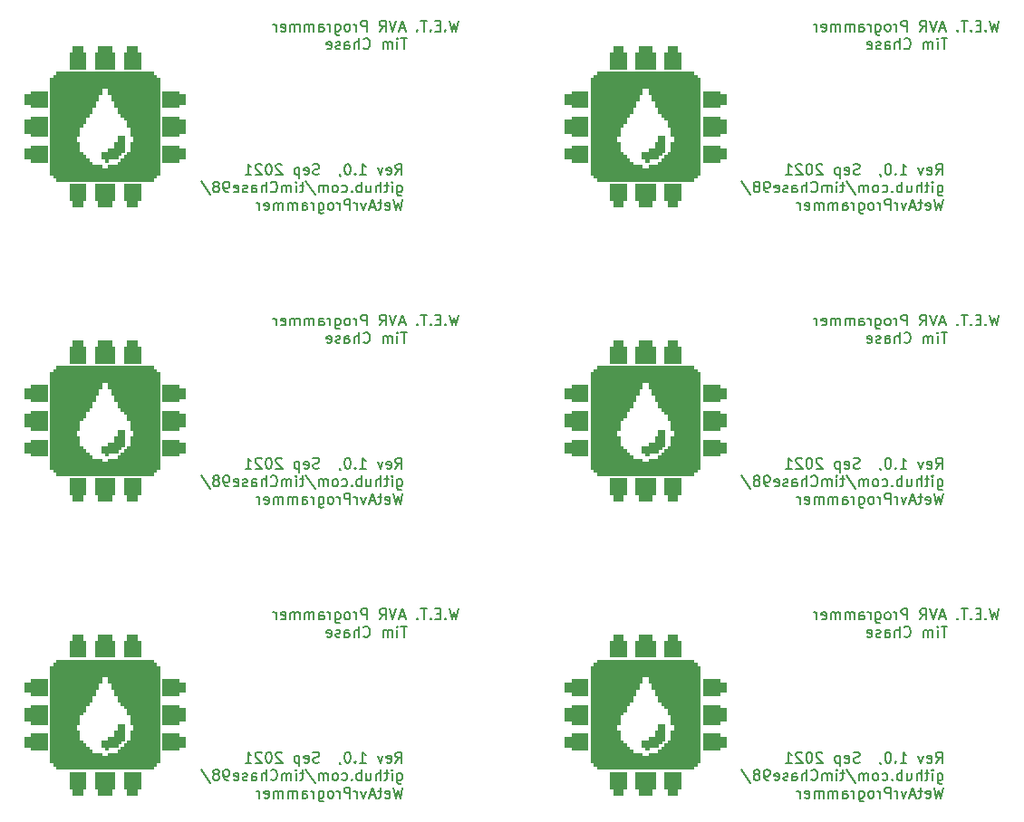
<source format=gbo>
%TF.GenerationSoftware,KiCad,Pcbnew,(5.1.10-1-10_14)*%
%TF.CreationDate,2021-09-25T17:20:03-04:00*%
%TF.ProjectId,pannel,70616e6e-656c-42e6-9b69-6361645f7063,rev?*%
%TF.SameCoordinates,Original*%
%TF.FileFunction,Legend,Bot*%
%TF.FilePolarity,Positive*%
%FSLAX46Y46*%
G04 Gerber Fmt 4.6, Leading zero omitted, Abs format (unit mm)*
G04 Created by KiCad (PCBNEW (5.1.10-1-10_14)) date 2021-09-25 17:20:03*
%MOMM*%
%LPD*%
G01*
G04 APERTURE LIST*
%ADD10C,0.152400*%
%ADD11C,0.010000*%
%ADD12C,3.200000*%
%ADD13C,0.900000*%
%ADD14R,1.700000X1.700000*%
%ADD15O,1.700000X1.700000*%
%ADD16C,0.550000*%
%ADD17O,1.000000X1.000000*%
%ADD18R,1.000000X1.000000*%
%ADD19C,0.500000*%
G04 APERTURE END LIST*
D10*
X90591416Y62950019D02*
X90924749Y63426209D01*
X91162844Y62950019D02*
X91162844Y63950019D01*
X90781892Y63950019D01*
X90686654Y63902400D01*
X90639035Y63854780D01*
X90591416Y63759542D01*
X90591416Y63616685D01*
X90639035Y63521447D01*
X90686654Y63473828D01*
X90781892Y63426209D01*
X91162844Y63426209D01*
X89781892Y62997638D02*
X89877130Y62950019D01*
X90067606Y62950019D01*
X90162844Y62997638D01*
X90210463Y63092876D01*
X90210463Y63473828D01*
X90162844Y63569066D01*
X90067606Y63616685D01*
X89877130Y63616685D01*
X89781892Y63569066D01*
X89734273Y63473828D01*
X89734273Y63378590D01*
X90210463Y63283352D01*
X89400940Y63616685D02*
X89162844Y62950019D01*
X88924749Y63616685D01*
X87258082Y62950019D02*
X87829511Y62950019D01*
X87543797Y62950019D02*
X87543797Y63950019D01*
X87639035Y63807161D01*
X87734273Y63711923D01*
X87829511Y63664304D01*
X86829511Y63045257D02*
X86781892Y62997638D01*
X86829511Y62950019D01*
X86877130Y62997638D01*
X86829511Y63045257D01*
X86829511Y62950019D01*
X86162844Y63950019D02*
X86067606Y63950019D01*
X85972368Y63902400D01*
X85924749Y63854780D01*
X85877130Y63759542D01*
X85829511Y63569066D01*
X85829511Y63330971D01*
X85877130Y63140495D01*
X85924749Y63045257D01*
X85972368Y62997638D01*
X86067606Y62950019D01*
X86162844Y62950019D01*
X86258082Y62997638D01*
X86305701Y63045257D01*
X86353320Y63140495D01*
X86400940Y63330971D01*
X86400940Y63569066D01*
X86353320Y63759542D01*
X86305701Y63854780D01*
X86258082Y63902400D01*
X86162844Y63950019D01*
X85353320Y62997638D02*
X85353320Y62950019D01*
X85400940Y62854780D01*
X85448559Y62807161D01*
X83448559Y62997638D02*
X83305701Y62950019D01*
X83067606Y62950019D01*
X82972368Y62997638D01*
X82924749Y63045257D01*
X82877130Y63140495D01*
X82877130Y63235733D01*
X82924749Y63330971D01*
X82972368Y63378590D01*
X83067606Y63426209D01*
X83258082Y63473828D01*
X83353320Y63521447D01*
X83400940Y63569066D01*
X83448559Y63664304D01*
X83448559Y63759542D01*
X83400940Y63854780D01*
X83353320Y63902400D01*
X83258082Y63950019D01*
X83019987Y63950019D01*
X82877130Y63902400D01*
X82067606Y62997638D02*
X82162844Y62950019D01*
X82353320Y62950019D01*
X82448559Y62997638D01*
X82496178Y63092876D01*
X82496178Y63473828D01*
X82448559Y63569066D01*
X82353320Y63616685D01*
X82162844Y63616685D01*
X82067606Y63569066D01*
X82019987Y63473828D01*
X82019987Y63378590D01*
X82496178Y63283352D01*
X81591416Y63616685D02*
X81591416Y62616685D01*
X81591416Y63569066D02*
X81496178Y63616685D01*
X81305701Y63616685D01*
X81210463Y63569066D01*
X81162844Y63521447D01*
X81115225Y63426209D01*
X81115225Y63140495D01*
X81162844Y63045257D01*
X81210463Y62997638D01*
X81305701Y62950019D01*
X81496178Y62950019D01*
X81591416Y62997638D01*
X79972368Y63854780D02*
X79924749Y63902400D01*
X79829511Y63950019D01*
X79591416Y63950019D01*
X79496178Y63902400D01*
X79448559Y63854780D01*
X79400940Y63759542D01*
X79400940Y63664304D01*
X79448559Y63521447D01*
X80019987Y62950019D01*
X79400940Y62950019D01*
X78781892Y63950019D02*
X78686654Y63950019D01*
X78591416Y63902400D01*
X78543797Y63854780D01*
X78496178Y63759542D01*
X78448559Y63569066D01*
X78448559Y63330971D01*
X78496178Y63140495D01*
X78543797Y63045257D01*
X78591416Y62997638D01*
X78686654Y62950019D01*
X78781892Y62950019D01*
X78877130Y62997638D01*
X78924749Y63045257D01*
X78972368Y63140495D01*
X79019987Y63330971D01*
X79019987Y63569066D01*
X78972368Y63759542D01*
X78924749Y63854780D01*
X78877130Y63902400D01*
X78781892Y63950019D01*
X78067606Y63854780D02*
X78019987Y63902400D01*
X77924749Y63950019D01*
X77686654Y63950019D01*
X77591416Y63902400D01*
X77543797Y63854780D01*
X77496178Y63759542D01*
X77496178Y63664304D01*
X77543797Y63521447D01*
X78115225Y62950019D01*
X77496178Y62950019D01*
X76543797Y62950019D02*
X77115225Y62950019D01*
X76829511Y62950019D02*
X76829511Y63950019D01*
X76924749Y63807161D01*
X77019987Y63711923D01*
X77115225Y63664304D01*
X90734273Y61964285D02*
X90734273Y61154761D01*
X90781892Y61059523D01*
X90829511Y61011904D01*
X90924749Y60964285D01*
X91067606Y60964285D01*
X91162844Y61011904D01*
X90734273Y61345238D02*
X90829511Y61297619D01*
X91019987Y61297619D01*
X91115225Y61345238D01*
X91162844Y61392857D01*
X91210463Y61488095D01*
X91210463Y61773809D01*
X91162844Y61869047D01*
X91115225Y61916666D01*
X91019987Y61964285D01*
X90829511Y61964285D01*
X90734273Y61916666D01*
X90258082Y61297619D02*
X90258082Y61964285D01*
X90258082Y62297619D02*
X90305701Y62250000D01*
X90258082Y62202380D01*
X90210463Y62250000D01*
X90258082Y62297619D01*
X90258082Y62202380D01*
X89924749Y61964285D02*
X89543797Y61964285D01*
X89781892Y62297619D02*
X89781892Y61440476D01*
X89734273Y61345238D01*
X89639035Y61297619D01*
X89543797Y61297619D01*
X89210463Y61297619D02*
X89210463Y62297619D01*
X88781892Y61297619D02*
X88781892Y61821428D01*
X88829511Y61916666D01*
X88924749Y61964285D01*
X89067606Y61964285D01*
X89162844Y61916666D01*
X89210463Y61869047D01*
X87877130Y61964285D02*
X87877130Y61297619D01*
X88305701Y61964285D02*
X88305701Y61440476D01*
X88258082Y61345238D01*
X88162844Y61297619D01*
X88019987Y61297619D01*
X87924749Y61345238D01*
X87877130Y61392857D01*
X87400940Y61297619D02*
X87400940Y62297619D01*
X87400940Y61916666D02*
X87305701Y61964285D01*
X87115225Y61964285D01*
X87019987Y61916666D01*
X86972368Y61869047D01*
X86924749Y61773809D01*
X86924749Y61488095D01*
X86972368Y61392857D01*
X87019987Y61345238D01*
X87115225Y61297619D01*
X87305701Y61297619D01*
X87400940Y61345238D01*
X86496178Y61392857D02*
X86448559Y61345238D01*
X86496178Y61297619D01*
X86543797Y61345238D01*
X86496178Y61392857D01*
X86496178Y61297619D01*
X85591416Y61345238D02*
X85686654Y61297619D01*
X85877130Y61297619D01*
X85972368Y61345238D01*
X86019987Y61392857D01*
X86067606Y61488095D01*
X86067606Y61773809D01*
X86019987Y61869047D01*
X85972368Y61916666D01*
X85877130Y61964285D01*
X85686654Y61964285D01*
X85591416Y61916666D01*
X85019987Y61297619D02*
X85115225Y61345238D01*
X85162844Y61392857D01*
X85210463Y61488095D01*
X85210463Y61773809D01*
X85162844Y61869047D01*
X85115225Y61916666D01*
X85019987Y61964285D01*
X84877130Y61964285D01*
X84781892Y61916666D01*
X84734273Y61869047D01*
X84686654Y61773809D01*
X84686654Y61488095D01*
X84734273Y61392857D01*
X84781892Y61345238D01*
X84877130Y61297619D01*
X85019987Y61297619D01*
X84258082Y61297619D02*
X84258082Y61964285D01*
X84258082Y61869047D02*
X84210463Y61916666D01*
X84115225Y61964285D01*
X83972368Y61964285D01*
X83877130Y61916666D01*
X83829511Y61821428D01*
X83829511Y61297619D01*
X83829511Y61821428D02*
X83781892Y61916666D01*
X83686654Y61964285D01*
X83543797Y61964285D01*
X83448559Y61916666D01*
X83400940Y61821428D01*
X83400940Y61297619D01*
X82210463Y62345238D02*
X83067606Y61059523D01*
X82019987Y61964285D02*
X81639035Y61964285D01*
X81877130Y62297619D02*
X81877130Y61440476D01*
X81829511Y61345238D01*
X81734273Y61297619D01*
X81639035Y61297619D01*
X81305701Y61297619D02*
X81305701Y61964285D01*
X81305701Y62297619D02*
X81353320Y62250000D01*
X81305701Y62202380D01*
X81258082Y62250000D01*
X81305701Y62297619D01*
X81305701Y62202380D01*
X80829511Y61297619D02*
X80829511Y61964285D01*
X80829511Y61869047D02*
X80781892Y61916666D01*
X80686654Y61964285D01*
X80543797Y61964285D01*
X80448559Y61916666D01*
X80400940Y61821428D01*
X80400940Y61297619D01*
X80400940Y61821428D02*
X80353320Y61916666D01*
X80258082Y61964285D01*
X80115225Y61964285D01*
X80019987Y61916666D01*
X79972368Y61821428D01*
X79972368Y61297619D01*
X78924749Y61392857D02*
X78972368Y61345238D01*
X79115225Y61297619D01*
X79210463Y61297619D01*
X79353320Y61345238D01*
X79448559Y61440476D01*
X79496178Y61535714D01*
X79543797Y61726190D01*
X79543797Y61869047D01*
X79496178Y62059523D01*
X79448559Y62154761D01*
X79353320Y62250000D01*
X79210463Y62297619D01*
X79115225Y62297619D01*
X78972368Y62250000D01*
X78924749Y62202380D01*
X78496178Y61297619D02*
X78496178Y62297619D01*
X78067606Y61297619D02*
X78067606Y61821428D01*
X78115225Y61916666D01*
X78210463Y61964285D01*
X78353320Y61964285D01*
X78448559Y61916666D01*
X78496178Y61869047D01*
X77162844Y61297619D02*
X77162844Y61821428D01*
X77210463Y61916666D01*
X77305701Y61964285D01*
X77496178Y61964285D01*
X77591416Y61916666D01*
X77162844Y61345238D02*
X77258082Y61297619D01*
X77496178Y61297619D01*
X77591416Y61345238D01*
X77639035Y61440476D01*
X77639035Y61535714D01*
X77591416Y61630952D01*
X77496178Y61678571D01*
X77258082Y61678571D01*
X77162844Y61726190D01*
X76734273Y61345238D02*
X76639035Y61297619D01*
X76448559Y61297619D01*
X76353320Y61345238D01*
X76305701Y61440476D01*
X76305701Y61488095D01*
X76353320Y61583333D01*
X76448559Y61630952D01*
X76591416Y61630952D01*
X76686654Y61678571D01*
X76734273Y61773809D01*
X76734273Y61821428D01*
X76686654Y61916666D01*
X76591416Y61964285D01*
X76448559Y61964285D01*
X76353320Y61916666D01*
X75496178Y61345238D02*
X75591416Y61297619D01*
X75781892Y61297619D01*
X75877130Y61345238D01*
X75924749Y61440476D01*
X75924749Y61821428D01*
X75877130Y61916666D01*
X75781892Y61964285D01*
X75591416Y61964285D01*
X75496178Y61916666D01*
X75448559Y61821428D01*
X75448559Y61726190D01*
X75924749Y61630952D01*
X74972368Y61297619D02*
X74781892Y61297619D01*
X74686654Y61345238D01*
X74639035Y61392857D01*
X74543797Y61535714D01*
X74496178Y61726190D01*
X74496178Y62107142D01*
X74543797Y62202380D01*
X74591416Y62250000D01*
X74686654Y62297619D01*
X74877130Y62297619D01*
X74972368Y62250000D01*
X75019987Y62202380D01*
X75067606Y62107142D01*
X75067606Y61869047D01*
X75019987Y61773809D01*
X74972368Y61726190D01*
X74877130Y61678571D01*
X74686654Y61678571D01*
X74591416Y61726190D01*
X74543797Y61773809D01*
X74496178Y61869047D01*
X73924749Y61869047D02*
X74019987Y61916666D01*
X74067606Y61964285D01*
X74115225Y62059523D01*
X74115225Y62107142D01*
X74067606Y62202380D01*
X74019987Y62250000D01*
X73924749Y62297619D01*
X73734273Y62297619D01*
X73639035Y62250000D01*
X73591416Y62202380D01*
X73543797Y62107142D01*
X73543797Y62059523D01*
X73591416Y61964285D01*
X73639035Y61916666D01*
X73734273Y61869047D01*
X73924749Y61869047D01*
X74019987Y61821428D01*
X74067606Y61773809D01*
X74115225Y61678571D01*
X74115225Y61488095D01*
X74067606Y61392857D01*
X74019987Y61345238D01*
X73924749Y61297619D01*
X73734273Y61297619D01*
X73639035Y61345238D01*
X73591416Y61392857D01*
X73543797Y61488095D01*
X73543797Y61678571D01*
X73591416Y61773809D01*
X73639035Y61821428D01*
X73734273Y61869047D01*
X72400940Y62345238D02*
X73258082Y61059523D01*
X91258082Y60645219D02*
X91019987Y59645219D01*
X90829511Y60359504D01*
X90639035Y59645219D01*
X90400940Y60645219D01*
X89639035Y59692838D02*
X89734273Y59645219D01*
X89924749Y59645219D01*
X90019987Y59692838D01*
X90067606Y59788076D01*
X90067606Y60169028D01*
X90019987Y60264266D01*
X89924749Y60311885D01*
X89734273Y60311885D01*
X89639035Y60264266D01*
X89591416Y60169028D01*
X89591416Y60073790D01*
X90067606Y59978552D01*
X89305701Y60311885D02*
X88924749Y60311885D01*
X89162844Y60645219D02*
X89162844Y59788076D01*
X89115225Y59692838D01*
X89019987Y59645219D01*
X88924749Y59645219D01*
X88639035Y59930933D02*
X88162844Y59930933D01*
X88734273Y59645219D02*
X88400940Y60645219D01*
X88067606Y59645219D01*
X87829511Y60311885D02*
X87591416Y59645219D01*
X87353320Y60311885D01*
X86972368Y59645219D02*
X86972368Y60311885D01*
X86972368Y60121409D02*
X86924749Y60216647D01*
X86877130Y60264266D01*
X86781892Y60311885D01*
X86686654Y60311885D01*
X86353320Y59645219D02*
X86353320Y60645219D01*
X85972368Y60645219D01*
X85877130Y60597600D01*
X85829511Y60549980D01*
X85781892Y60454742D01*
X85781892Y60311885D01*
X85829511Y60216647D01*
X85877130Y60169028D01*
X85972368Y60121409D01*
X86353320Y60121409D01*
X85353320Y59645219D02*
X85353320Y60311885D01*
X85353320Y60121409D02*
X85305701Y60216647D01*
X85258082Y60264266D01*
X85162844Y60311885D01*
X85067606Y60311885D01*
X84591416Y59645219D02*
X84686654Y59692838D01*
X84734273Y59740457D01*
X84781892Y59835695D01*
X84781892Y60121409D01*
X84734273Y60216647D01*
X84686654Y60264266D01*
X84591416Y60311885D01*
X84448559Y60311885D01*
X84353320Y60264266D01*
X84305701Y60216647D01*
X84258082Y60121409D01*
X84258082Y59835695D01*
X84305701Y59740457D01*
X84353320Y59692838D01*
X84448559Y59645219D01*
X84591416Y59645219D01*
X83400940Y60311885D02*
X83400940Y59502361D01*
X83448559Y59407123D01*
X83496178Y59359504D01*
X83591416Y59311885D01*
X83734273Y59311885D01*
X83829511Y59359504D01*
X83400940Y59692838D02*
X83496178Y59645219D01*
X83686654Y59645219D01*
X83781892Y59692838D01*
X83829511Y59740457D01*
X83877130Y59835695D01*
X83877130Y60121409D01*
X83829511Y60216647D01*
X83781892Y60264266D01*
X83686654Y60311885D01*
X83496178Y60311885D01*
X83400940Y60264266D01*
X82924749Y59645219D02*
X82924749Y60311885D01*
X82924749Y60121409D02*
X82877130Y60216647D01*
X82829511Y60264266D01*
X82734273Y60311885D01*
X82639035Y60311885D01*
X81877130Y59645219D02*
X81877130Y60169028D01*
X81924749Y60264266D01*
X82019987Y60311885D01*
X82210463Y60311885D01*
X82305701Y60264266D01*
X81877130Y59692838D02*
X81972368Y59645219D01*
X82210463Y59645219D01*
X82305701Y59692838D01*
X82353320Y59788076D01*
X82353320Y59883314D01*
X82305701Y59978552D01*
X82210463Y60026171D01*
X81972368Y60026171D01*
X81877130Y60073790D01*
X81400940Y59645219D02*
X81400940Y60311885D01*
X81400940Y60216647D02*
X81353320Y60264266D01*
X81258082Y60311885D01*
X81115225Y60311885D01*
X81019987Y60264266D01*
X80972368Y60169028D01*
X80972368Y59645219D01*
X80972368Y60169028D02*
X80924749Y60264266D01*
X80829511Y60311885D01*
X80686654Y60311885D01*
X80591416Y60264266D01*
X80543797Y60169028D01*
X80543797Y59645219D01*
X80067606Y59645219D02*
X80067606Y60311885D01*
X80067606Y60216647D02*
X80019987Y60264266D01*
X79924749Y60311885D01*
X79781892Y60311885D01*
X79686654Y60264266D01*
X79639035Y60169028D01*
X79639035Y59645219D01*
X79639035Y60169028D02*
X79591416Y60264266D01*
X79496178Y60311885D01*
X79353320Y60311885D01*
X79258082Y60264266D01*
X79210463Y60169028D01*
X79210463Y59645219D01*
X78353320Y59692838D02*
X78448559Y59645219D01*
X78639035Y59645219D01*
X78734273Y59692838D01*
X78781892Y59788076D01*
X78781892Y60169028D01*
X78734273Y60264266D01*
X78639035Y60311885D01*
X78448559Y60311885D01*
X78353320Y60264266D01*
X78305701Y60169028D01*
X78305701Y60073790D01*
X78781892Y59978552D01*
X77877130Y59645219D02*
X77877130Y60311885D01*
X77877130Y60121409D02*
X77829511Y60216647D01*
X77781892Y60264266D01*
X77686654Y60311885D01*
X77591416Y60311885D01*
X96480857Y77354219D02*
X96242761Y76354219D01*
X96052285Y77068504D01*
X95861809Y76354219D01*
X95623714Y77354219D01*
X95242761Y76449457D02*
X95195142Y76401838D01*
X95242761Y76354219D01*
X95290380Y76401838D01*
X95242761Y76449457D01*
X95242761Y76354219D01*
X94766571Y76878028D02*
X94433238Y76878028D01*
X94290380Y76354219D02*
X94766571Y76354219D01*
X94766571Y77354219D01*
X94290380Y77354219D01*
X93861809Y76449457D02*
X93814190Y76401838D01*
X93861809Y76354219D01*
X93909428Y76401838D01*
X93861809Y76449457D01*
X93861809Y76354219D01*
X93528476Y77354219D02*
X92957047Y77354219D01*
X93242761Y76354219D02*
X93242761Y77354219D01*
X92623714Y76449457D02*
X92576095Y76401838D01*
X92623714Y76354219D01*
X92671333Y76401838D01*
X92623714Y76449457D01*
X92623714Y76354219D01*
X91433238Y76639933D02*
X90957047Y76639933D01*
X91528476Y76354219D02*
X91195142Y77354219D01*
X90861809Y76354219D01*
X90671333Y77354219D02*
X90338000Y76354219D01*
X90004666Y77354219D01*
X89099904Y76354219D02*
X89433238Y76830409D01*
X89671333Y76354219D02*
X89671333Y77354219D01*
X89290380Y77354219D01*
X89195142Y77306600D01*
X89147523Y77258980D01*
X89099904Y77163742D01*
X89099904Y77020885D01*
X89147523Y76925647D01*
X89195142Y76878028D01*
X89290380Y76830409D01*
X89671333Y76830409D01*
X87909428Y76354219D02*
X87909428Y77354219D01*
X87528476Y77354219D01*
X87433238Y77306600D01*
X87385619Y77258980D01*
X87338000Y77163742D01*
X87338000Y77020885D01*
X87385619Y76925647D01*
X87433238Y76878028D01*
X87528476Y76830409D01*
X87909428Y76830409D01*
X86909428Y76354219D02*
X86909428Y77020885D01*
X86909428Y76830409D02*
X86861809Y76925647D01*
X86814190Y76973266D01*
X86718952Y77020885D01*
X86623714Y77020885D01*
X86147523Y76354219D02*
X86242761Y76401838D01*
X86290380Y76449457D01*
X86338000Y76544695D01*
X86338000Y76830409D01*
X86290380Y76925647D01*
X86242761Y76973266D01*
X86147523Y77020885D01*
X86004666Y77020885D01*
X85909428Y76973266D01*
X85861809Y76925647D01*
X85814190Y76830409D01*
X85814190Y76544695D01*
X85861809Y76449457D01*
X85909428Y76401838D01*
X86004666Y76354219D01*
X86147523Y76354219D01*
X84957047Y77020885D02*
X84957047Y76211361D01*
X85004666Y76116123D01*
X85052285Y76068504D01*
X85147523Y76020885D01*
X85290380Y76020885D01*
X85385619Y76068504D01*
X84957047Y76401838D02*
X85052285Y76354219D01*
X85242761Y76354219D01*
X85338000Y76401838D01*
X85385619Y76449457D01*
X85433238Y76544695D01*
X85433238Y76830409D01*
X85385619Y76925647D01*
X85338000Y76973266D01*
X85242761Y77020885D01*
X85052285Y77020885D01*
X84957047Y76973266D01*
X84480857Y76354219D02*
X84480857Y77020885D01*
X84480857Y76830409D02*
X84433238Y76925647D01*
X84385619Y76973266D01*
X84290380Y77020885D01*
X84195142Y77020885D01*
X83433238Y76354219D02*
X83433238Y76878028D01*
X83480857Y76973266D01*
X83576095Y77020885D01*
X83766571Y77020885D01*
X83861809Y76973266D01*
X83433238Y76401838D02*
X83528476Y76354219D01*
X83766571Y76354219D01*
X83861809Y76401838D01*
X83909428Y76497076D01*
X83909428Y76592314D01*
X83861809Y76687552D01*
X83766571Y76735171D01*
X83528476Y76735171D01*
X83433238Y76782790D01*
X82957047Y76354219D02*
X82957047Y77020885D01*
X82957047Y76925647D02*
X82909428Y76973266D01*
X82814190Y77020885D01*
X82671333Y77020885D01*
X82576095Y76973266D01*
X82528476Y76878028D01*
X82528476Y76354219D01*
X82528476Y76878028D02*
X82480857Y76973266D01*
X82385619Y77020885D01*
X82242761Y77020885D01*
X82147523Y76973266D01*
X82099904Y76878028D01*
X82099904Y76354219D01*
X81623714Y76354219D02*
X81623714Y77020885D01*
X81623714Y76925647D02*
X81576095Y76973266D01*
X81480857Y77020885D01*
X81338000Y77020885D01*
X81242761Y76973266D01*
X81195142Y76878028D01*
X81195142Y76354219D01*
X81195142Y76878028D02*
X81147523Y76973266D01*
X81052285Y77020885D01*
X80909428Y77020885D01*
X80814190Y76973266D01*
X80766571Y76878028D01*
X80766571Y76354219D01*
X79909428Y76401838D02*
X80004666Y76354219D01*
X80195142Y76354219D01*
X80290380Y76401838D01*
X80338000Y76497076D01*
X80338000Y76878028D01*
X80290380Y76973266D01*
X80195142Y77020885D01*
X80004666Y77020885D01*
X79909428Y76973266D01*
X79861809Y76878028D01*
X79861809Y76782790D01*
X80338000Y76687552D01*
X79433238Y76354219D02*
X79433238Y77020885D01*
X79433238Y76830409D02*
X79385619Y76925647D01*
X79338000Y76973266D01*
X79242761Y77020885D01*
X79147523Y77020885D01*
X91647523Y75701819D02*
X91076095Y75701819D01*
X91361809Y74701819D02*
X91361809Y75701819D01*
X90742761Y74701819D02*
X90742761Y75368485D01*
X90742761Y75701819D02*
X90790380Y75654200D01*
X90742761Y75606580D01*
X90695142Y75654200D01*
X90742761Y75701819D01*
X90742761Y75606580D01*
X90266571Y74701819D02*
X90266571Y75368485D01*
X90266571Y75273247D02*
X90218952Y75320866D01*
X90123714Y75368485D01*
X89980857Y75368485D01*
X89885619Y75320866D01*
X89838000Y75225628D01*
X89838000Y74701819D01*
X89838000Y75225628D02*
X89790380Y75320866D01*
X89695142Y75368485D01*
X89552285Y75368485D01*
X89457047Y75320866D01*
X89409428Y75225628D01*
X89409428Y74701819D01*
X87599904Y74797057D02*
X87647523Y74749438D01*
X87790380Y74701819D01*
X87885619Y74701819D01*
X88028476Y74749438D01*
X88123714Y74844676D01*
X88171333Y74939914D01*
X88218952Y75130390D01*
X88218952Y75273247D01*
X88171333Y75463723D01*
X88123714Y75558961D01*
X88028476Y75654200D01*
X87885619Y75701819D01*
X87790380Y75701819D01*
X87647523Y75654200D01*
X87599904Y75606580D01*
X87171333Y74701819D02*
X87171333Y75701819D01*
X86742761Y74701819D02*
X86742761Y75225628D01*
X86790380Y75320866D01*
X86885619Y75368485D01*
X87028476Y75368485D01*
X87123714Y75320866D01*
X87171333Y75273247D01*
X85838000Y74701819D02*
X85838000Y75225628D01*
X85885619Y75320866D01*
X85980857Y75368485D01*
X86171333Y75368485D01*
X86266571Y75320866D01*
X85838000Y74749438D02*
X85933238Y74701819D01*
X86171333Y74701819D01*
X86266571Y74749438D01*
X86314190Y74844676D01*
X86314190Y74939914D01*
X86266571Y75035152D01*
X86171333Y75082771D01*
X85933238Y75082771D01*
X85838000Y75130390D01*
X85409428Y74749438D02*
X85314190Y74701819D01*
X85123714Y74701819D01*
X85028476Y74749438D01*
X84980857Y74844676D01*
X84980857Y74892295D01*
X85028476Y74987533D01*
X85123714Y75035152D01*
X85266571Y75035152D01*
X85361809Y75082771D01*
X85409428Y75178009D01*
X85409428Y75225628D01*
X85361809Y75320866D01*
X85266571Y75368485D01*
X85123714Y75368485D01*
X85028476Y75320866D01*
X84171333Y74749438D02*
X84266571Y74701819D01*
X84457047Y74701819D01*
X84552285Y74749438D01*
X84599904Y74844676D01*
X84599904Y75225628D01*
X84552285Y75320866D01*
X84457047Y75368485D01*
X84266571Y75368485D01*
X84171333Y75320866D01*
X84123714Y75225628D01*
X84123714Y75130390D01*
X84599904Y75035152D01*
X90591416Y35450019D02*
X90924749Y35926209D01*
X91162844Y35450019D02*
X91162844Y36450019D01*
X90781892Y36450019D01*
X90686654Y36402400D01*
X90639035Y36354780D01*
X90591416Y36259542D01*
X90591416Y36116685D01*
X90639035Y36021447D01*
X90686654Y35973828D01*
X90781892Y35926209D01*
X91162844Y35926209D01*
X89781892Y35497638D02*
X89877130Y35450019D01*
X90067606Y35450019D01*
X90162844Y35497638D01*
X90210463Y35592876D01*
X90210463Y35973828D01*
X90162844Y36069066D01*
X90067606Y36116685D01*
X89877130Y36116685D01*
X89781892Y36069066D01*
X89734273Y35973828D01*
X89734273Y35878590D01*
X90210463Y35783352D01*
X89400940Y36116685D02*
X89162844Y35450019D01*
X88924749Y36116685D01*
X87258082Y35450019D02*
X87829511Y35450019D01*
X87543797Y35450019D02*
X87543797Y36450019D01*
X87639035Y36307161D01*
X87734273Y36211923D01*
X87829511Y36164304D01*
X86829511Y35545257D02*
X86781892Y35497638D01*
X86829511Y35450019D01*
X86877130Y35497638D01*
X86829511Y35545257D01*
X86829511Y35450019D01*
X86162844Y36450019D02*
X86067606Y36450019D01*
X85972368Y36402400D01*
X85924749Y36354780D01*
X85877130Y36259542D01*
X85829511Y36069066D01*
X85829511Y35830971D01*
X85877130Y35640495D01*
X85924749Y35545257D01*
X85972368Y35497638D01*
X86067606Y35450019D01*
X86162844Y35450019D01*
X86258082Y35497638D01*
X86305701Y35545257D01*
X86353320Y35640495D01*
X86400940Y35830971D01*
X86400940Y36069066D01*
X86353320Y36259542D01*
X86305701Y36354780D01*
X86258082Y36402400D01*
X86162844Y36450019D01*
X85353320Y35497638D02*
X85353320Y35450019D01*
X85400940Y35354780D01*
X85448559Y35307161D01*
X83448559Y35497638D02*
X83305701Y35450019D01*
X83067606Y35450019D01*
X82972368Y35497638D01*
X82924749Y35545257D01*
X82877130Y35640495D01*
X82877130Y35735733D01*
X82924749Y35830971D01*
X82972368Y35878590D01*
X83067606Y35926209D01*
X83258082Y35973828D01*
X83353320Y36021447D01*
X83400940Y36069066D01*
X83448559Y36164304D01*
X83448559Y36259542D01*
X83400940Y36354780D01*
X83353320Y36402400D01*
X83258082Y36450019D01*
X83019987Y36450019D01*
X82877130Y36402400D01*
X82067606Y35497638D02*
X82162844Y35450019D01*
X82353320Y35450019D01*
X82448559Y35497638D01*
X82496178Y35592876D01*
X82496178Y35973828D01*
X82448559Y36069066D01*
X82353320Y36116685D01*
X82162844Y36116685D01*
X82067606Y36069066D01*
X82019987Y35973828D01*
X82019987Y35878590D01*
X82496178Y35783352D01*
X81591416Y36116685D02*
X81591416Y35116685D01*
X81591416Y36069066D02*
X81496178Y36116685D01*
X81305701Y36116685D01*
X81210463Y36069066D01*
X81162844Y36021447D01*
X81115225Y35926209D01*
X81115225Y35640495D01*
X81162844Y35545257D01*
X81210463Y35497638D01*
X81305701Y35450019D01*
X81496178Y35450019D01*
X81591416Y35497638D01*
X79972368Y36354780D02*
X79924749Y36402400D01*
X79829511Y36450019D01*
X79591416Y36450019D01*
X79496178Y36402400D01*
X79448559Y36354780D01*
X79400940Y36259542D01*
X79400940Y36164304D01*
X79448559Y36021447D01*
X80019987Y35450019D01*
X79400940Y35450019D01*
X78781892Y36450019D02*
X78686654Y36450019D01*
X78591416Y36402400D01*
X78543797Y36354780D01*
X78496178Y36259542D01*
X78448559Y36069066D01*
X78448559Y35830971D01*
X78496178Y35640495D01*
X78543797Y35545257D01*
X78591416Y35497638D01*
X78686654Y35450019D01*
X78781892Y35450019D01*
X78877130Y35497638D01*
X78924749Y35545257D01*
X78972368Y35640495D01*
X79019987Y35830971D01*
X79019987Y36069066D01*
X78972368Y36259542D01*
X78924749Y36354780D01*
X78877130Y36402400D01*
X78781892Y36450019D01*
X78067606Y36354780D02*
X78019987Y36402400D01*
X77924749Y36450019D01*
X77686654Y36450019D01*
X77591416Y36402400D01*
X77543797Y36354780D01*
X77496178Y36259542D01*
X77496178Y36164304D01*
X77543797Y36021447D01*
X78115225Y35450019D01*
X77496178Y35450019D01*
X76543797Y35450019D02*
X77115225Y35450019D01*
X76829511Y35450019D02*
X76829511Y36450019D01*
X76924749Y36307161D01*
X77019987Y36211923D01*
X77115225Y36164304D01*
X90734273Y34464285D02*
X90734273Y33654761D01*
X90781892Y33559523D01*
X90829511Y33511904D01*
X90924749Y33464285D01*
X91067606Y33464285D01*
X91162844Y33511904D01*
X90734273Y33845238D02*
X90829511Y33797619D01*
X91019987Y33797619D01*
X91115225Y33845238D01*
X91162844Y33892857D01*
X91210463Y33988095D01*
X91210463Y34273809D01*
X91162844Y34369047D01*
X91115225Y34416666D01*
X91019987Y34464285D01*
X90829511Y34464285D01*
X90734273Y34416666D01*
X90258082Y33797619D02*
X90258082Y34464285D01*
X90258082Y34797619D02*
X90305701Y34750000D01*
X90258082Y34702380D01*
X90210463Y34750000D01*
X90258082Y34797619D01*
X90258082Y34702380D01*
X89924749Y34464285D02*
X89543797Y34464285D01*
X89781892Y34797619D02*
X89781892Y33940476D01*
X89734273Y33845238D01*
X89639035Y33797619D01*
X89543797Y33797619D01*
X89210463Y33797619D02*
X89210463Y34797619D01*
X88781892Y33797619D02*
X88781892Y34321428D01*
X88829511Y34416666D01*
X88924749Y34464285D01*
X89067606Y34464285D01*
X89162844Y34416666D01*
X89210463Y34369047D01*
X87877130Y34464285D02*
X87877130Y33797619D01*
X88305701Y34464285D02*
X88305701Y33940476D01*
X88258082Y33845238D01*
X88162844Y33797619D01*
X88019987Y33797619D01*
X87924749Y33845238D01*
X87877130Y33892857D01*
X87400940Y33797619D02*
X87400940Y34797619D01*
X87400940Y34416666D02*
X87305701Y34464285D01*
X87115225Y34464285D01*
X87019987Y34416666D01*
X86972368Y34369047D01*
X86924749Y34273809D01*
X86924749Y33988095D01*
X86972368Y33892857D01*
X87019987Y33845238D01*
X87115225Y33797619D01*
X87305701Y33797619D01*
X87400940Y33845238D01*
X86496178Y33892857D02*
X86448559Y33845238D01*
X86496178Y33797619D01*
X86543797Y33845238D01*
X86496178Y33892857D01*
X86496178Y33797619D01*
X85591416Y33845238D02*
X85686654Y33797619D01*
X85877130Y33797619D01*
X85972368Y33845238D01*
X86019987Y33892857D01*
X86067606Y33988095D01*
X86067606Y34273809D01*
X86019987Y34369047D01*
X85972368Y34416666D01*
X85877130Y34464285D01*
X85686654Y34464285D01*
X85591416Y34416666D01*
X85019987Y33797619D02*
X85115225Y33845238D01*
X85162844Y33892857D01*
X85210463Y33988095D01*
X85210463Y34273809D01*
X85162844Y34369047D01*
X85115225Y34416666D01*
X85019987Y34464285D01*
X84877130Y34464285D01*
X84781892Y34416666D01*
X84734273Y34369047D01*
X84686654Y34273809D01*
X84686654Y33988095D01*
X84734273Y33892857D01*
X84781892Y33845238D01*
X84877130Y33797619D01*
X85019987Y33797619D01*
X84258082Y33797619D02*
X84258082Y34464285D01*
X84258082Y34369047D02*
X84210463Y34416666D01*
X84115225Y34464285D01*
X83972368Y34464285D01*
X83877130Y34416666D01*
X83829511Y34321428D01*
X83829511Y33797619D01*
X83829511Y34321428D02*
X83781892Y34416666D01*
X83686654Y34464285D01*
X83543797Y34464285D01*
X83448559Y34416666D01*
X83400940Y34321428D01*
X83400940Y33797619D01*
X82210463Y34845238D02*
X83067606Y33559523D01*
X82019987Y34464285D02*
X81639035Y34464285D01*
X81877130Y34797619D02*
X81877130Y33940476D01*
X81829511Y33845238D01*
X81734273Y33797619D01*
X81639035Y33797619D01*
X81305701Y33797619D02*
X81305701Y34464285D01*
X81305701Y34797619D02*
X81353320Y34750000D01*
X81305701Y34702380D01*
X81258082Y34750000D01*
X81305701Y34797619D01*
X81305701Y34702380D01*
X80829511Y33797619D02*
X80829511Y34464285D01*
X80829511Y34369047D02*
X80781892Y34416666D01*
X80686654Y34464285D01*
X80543797Y34464285D01*
X80448559Y34416666D01*
X80400940Y34321428D01*
X80400940Y33797619D01*
X80400940Y34321428D02*
X80353320Y34416666D01*
X80258082Y34464285D01*
X80115225Y34464285D01*
X80019987Y34416666D01*
X79972368Y34321428D01*
X79972368Y33797619D01*
X78924749Y33892857D02*
X78972368Y33845238D01*
X79115225Y33797619D01*
X79210463Y33797619D01*
X79353320Y33845238D01*
X79448559Y33940476D01*
X79496178Y34035714D01*
X79543797Y34226190D01*
X79543797Y34369047D01*
X79496178Y34559523D01*
X79448559Y34654761D01*
X79353320Y34750000D01*
X79210463Y34797619D01*
X79115225Y34797619D01*
X78972368Y34750000D01*
X78924749Y34702380D01*
X78496178Y33797619D02*
X78496178Y34797619D01*
X78067606Y33797619D02*
X78067606Y34321428D01*
X78115225Y34416666D01*
X78210463Y34464285D01*
X78353320Y34464285D01*
X78448559Y34416666D01*
X78496178Y34369047D01*
X77162844Y33797619D02*
X77162844Y34321428D01*
X77210463Y34416666D01*
X77305701Y34464285D01*
X77496178Y34464285D01*
X77591416Y34416666D01*
X77162844Y33845238D02*
X77258082Y33797619D01*
X77496178Y33797619D01*
X77591416Y33845238D01*
X77639035Y33940476D01*
X77639035Y34035714D01*
X77591416Y34130952D01*
X77496178Y34178571D01*
X77258082Y34178571D01*
X77162844Y34226190D01*
X76734273Y33845238D02*
X76639035Y33797619D01*
X76448559Y33797619D01*
X76353320Y33845238D01*
X76305701Y33940476D01*
X76305701Y33988095D01*
X76353320Y34083333D01*
X76448559Y34130952D01*
X76591416Y34130952D01*
X76686654Y34178571D01*
X76734273Y34273809D01*
X76734273Y34321428D01*
X76686654Y34416666D01*
X76591416Y34464285D01*
X76448559Y34464285D01*
X76353320Y34416666D01*
X75496178Y33845238D02*
X75591416Y33797619D01*
X75781892Y33797619D01*
X75877130Y33845238D01*
X75924749Y33940476D01*
X75924749Y34321428D01*
X75877130Y34416666D01*
X75781892Y34464285D01*
X75591416Y34464285D01*
X75496178Y34416666D01*
X75448559Y34321428D01*
X75448559Y34226190D01*
X75924749Y34130952D01*
X74972368Y33797619D02*
X74781892Y33797619D01*
X74686654Y33845238D01*
X74639035Y33892857D01*
X74543797Y34035714D01*
X74496178Y34226190D01*
X74496178Y34607142D01*
X74543797Y34702380D01*
X74591416Y34750000D01*
X74686654Y34797619D01*
X74877130Y34797619D01*
X74972368Y34750000D01*
X75019987Y34702380D01*
X75067606Y34607142D01*
X75067606Y34369047D01*
X75019987Y34273809D01*
X74972368Y34226190D01*
X74877130Y34178571D01*
X74686654Y34178571D01*
X74591416Y34226190D01*
X74543797Y34273809D01*
X74496178Y34369047D01*
X73924749Y34369047D02*
X74019987Y34416666D01*
X74067606Y34464285D01*
X74115225Y34559523D01*
X74115225Y34607142D01*
X74067606Y34702380D01*
X74019987Y34750000D01*
X73924749Y34797619D01*
X73734273Y34797619D01*
X73639035Y34750000D01*
X73591416Y34702380D01*
X73543797Y34607142D01*
X73543797Y34559523D01*
X73591416Y34464285D01*
X73639035Y34416666D01*
X73734273Y34369047D01*
X73924749Y34369047D01*
X74019987Y34321428D01*
X74067606Y34273809D01*
X74115225Y34178571D01*
X74115225Y33988095D01*
X74067606Y33892857D01*
X74019987Y33845238D01*
X73924749Y33797619D01*
X73734273Y33797619D01*
X73639035Y33845238D01*
X73591416Y33892857D01*
X73543797Y33988095D01*
X73543797Y34178571D01*
X73591416Y34273809D01*
X73639035Y34321428D01*
X73734273Y34369047D01*
X72400940Y34845238D02*
X73258082Y33559523D01*
X91258082Y33145219D02*
X91019987Y32145219D01*
X90829511Y32859504D01*
X90639035Y32145219D01*
X90400940Y33145219D01*
X89639035Y32192838D02*
X89734273Y32145219D01*
X89924749Y32145219D01*
X90019987Y32192838D01*
X90067606Y32288076D01*
X90067606Y32669028D01*
X90019987Y32764266D01*
X89924749Y32811885D01*
X89734273Y32811885D01*
X89639035Y32764266D01*
X89591416Y32669028D01*
X89591416Y32573790D01*
X90067606Y32478552D01*
X89305701Y32811885D02*
X88924749Y32811885D01*
X89162844Y33145219D02*
X89162844Y32288076D01*
X89115225Y32192838D01*
X89019987Y32145219D01*
X88924749Y32145219D01*
X88639035Y32430933D02*
X88162844Y32430933D01*
X88734273Y32145219D02*
X88400940Y33145219D01*
X88067606Y32145219D01*
X87829511Y32811885D02*
X87591416Y32145219D01*
X87353320Y32811885D01*
X86972368Y32145219D02*
X86972368Y32811885D01*
X86972368Y32621409D02*
X86924749Y32716647D01*
X86877130Y32764266D01*
X86781892Y32811885D01*
X86686654Y32811885D01*
X86353320Y32145219D02*
X86353320Y33145219D01*
X85972368Y33145219D01*
X85877130Y33097600D01*
X85829511Y33049980D01*
X85781892Y32954742D01*
X85781892Y32811885D01*
X85829511Y32716647D01*
X85877130Y32669028D01*
X85972368Y32621409D01*
X86353320Y32621409D01*
X85353320Y32145219D02*
X85353320Y32811885D01*
X85353320Y32621409D02*
X85305701Y32716647D01*
X85258082Y32764266D01*
X85162844Y32811885D01*
X85067606Y32811885D01*
X84591416Y32145219D02*
X84686654Y32192838D01*
X84734273Y32240457D01*
X84781892Y32335695D01*
X84781892Y32621409D01*
X84734273Y32716647D01*
X84686654Y32764266D01*
X84591416Y32811885D01*
X84448559Y32811885D01*
X84353320Y32764266D01*
X84305701Y32716647D01*
X84258082Y32621409D01*
X84258082Y32335695D01*
X84305701Y32240457D01*
X84353320Y32192838D01*
X84448559Y32145219D01*
X84591416Y32145219D01*
X83400940Y32811885D02*
X83400940Y32002361D01*
X83448559Y31907123D01*
X83496178Y31859504D01*
X83591416Y31811885D01*
X83734273Y31811885D01*
X83829511Y31859504D01*
X83400940Y32192838D02*
X83496178Y32145219D01*
X83686654Y32145219D01*
X83781892Y32192838D01*
X83829511Y32240457D01*
X83877130Y32335695D01*
X83877130Y32621409D01*
X83829511Y32716647D01*
X83781892Y32764266D01*
X83686654Y32811885D01*
X83496178Y32811885D01*
X83400940Y32764266D01*
X82924749Y32145219D02*
X82924749Y32811885D01*
X82924749Y32621409D02*
X82877130Y32716647D01*
X82829511Y32764266D01*
X82734273Y32811885D01*
X82639035Y32811885D01*
X81877130Y32145219D02*
X81877130Y32669028D01*
X81924749Y32764266D01*
X82019987Y32811885D01*
X82210463Y32811885D01*
X82305701Y32764266D01*
X81877130Y32192838D02*
X81972368Y32145219D01*
X82210463Y32145219D01*
X82305701Y32192838D01*
X82353320Y32288076D01*
X82353320Y32383314D01*
X82305701Y32478552D01*
X82210463Y32526171D01*
X81972368Y32526171D01*
X81877130Y32573790D01*
X81400940Y32145219D02*
X81400940Y32811885D01*
X81400940Y32716647D02*
X81353320Y32764266D01*
X81258082Y32811885D01*
X81115225Y32811885D01*
X81019987Y32764266D01*
X80972368Y32669028D01*
X80972368Y32145219D01*
X80972368Y32669028D02*
X80924749Y32764266D01*
X80829511Y32811885D01*
X80686654Y32811885D01*
X80591416Y32764266D01*
X80543797Y32669028D01*
X80543797Y32145219D01*
X80067606Y32145219D02*
X80067606Y32811885D01*
X80067606Y32716647D02*
X80019987Y32764266D01*
X79924749Y32811885D01*
X79781892Y32811885D01*
X79686654Y32764266D01*
X79639035Y32669028D01*
X79639035Y32145219D01*
X79639035Y32669028D02*
X79591416Y32764266D01*
X79496178Y32811885D01*
X79353320Y32811885D01*
X79258082Y32764266D01*
X79210463Y32669028D01*
X79210463Y32145219D01*
X78353320Y32192838D02*
X78448559Y32145219D01*
X78639035Y32145219D01*
X78734273Y32192838D01*
X78781892Y32288076D01*
X78781892Y32669028D01*
X78734273Y32764266D01*
X78639035Y32811885D01*
X78448559Y32811885D01*
X78353320Y32764266D01*
X78305701Y32669028D01*
X78305701Y32573790D01*
X78781892Y32478552D01*
X77877130Y32145219D02*
X77877130Y32811885D01*
X77877130Y32621409D02*
X77829511Y32716647D01*
X77781892Y32764266D01*
X77686654Y32811885D01*
X77591416Y32811885D01*
X96480857Y49854219D02*
X96242761Y48854219D01*
X96052285Y49568504D01*
X95861809Y48854219D01*
X95623714Y49854219D01*
X95242761Y48949457D02*
X95195142Y48901838D01*
X95242761Y48854219D01*
X95290380Y48901838D01*
X95242761Y48949457D01*
X95242761Y48854219D01*
X94766571Y49378028D02*
X94433238Y49378028D01*
X94290380Y48854219D02*
X94766571Y48854219D01*
X94766571Y49854219D01*
X94290380Y49854219D01*
X93861809Y48949457D02*
X93814190Y48901838D01*
X93861809Y48854219D01*
X93909428Y48901838D01*
X93861809Y48949457D01*
X93861809Y48854219D01*
X93528476Y49854219D02*
X92957047Y49854219D01*
X93242761Y48854219D02*
X93242761Y49854219D01*
X92623714Y48949457D02*
X92576095Y48901838D01*
X92623714Y48854219D01*
X92671333Y48901838D01*
X92623714Y48949457D01*
X92623714Y48854219D01*
X91433238Y49139933D02*
X90957047Y49139933D01*
X91528476Y48854219D02*
X91195142Y49854219D01*
X90861809Y48854219D01*
X90671333Y49854219D02*
X90338000Y48854219D01*
X90004666Y49854219D01*
X89099904Y48854219D02*
X89433238Y49330409D01*
X89671333Y48854219D02*
X89671333Y49854219D01*
X89290380Y49854219D01*
X89195142Y49806600D01*
X89147523Y49758980D01*
X89099904Y49663742D01*
X89099904Y49520885D01*
X89147523Y49425647D01*
X89195142Y49378028D01*
X89290380Y49330409D01*
X89671333Y49330409D01*
X87909428Y48854219D02*
X87909428Y49854219D01*
X87528476Y49854219D01*
X87433238Y49806600D01*
X87385619Y49758980D01*
X87338000Y49663742D01*
X87338000Y49520885D01*
X87385619Y49425647D01*
X87433238Y49378028D01*
X87528476Y49330409D01*
X87909428Y49330409D01*
X86909428Y48854219D02*
X86909428Y49520885D01*
X86909428Y49330409D02*
X86861809Y49425647D01*
X86814190Y49473266D01*
X86718952Y49520885D01*
X86623714Y49520885D01*
X86147523Y48854219D02*
X86242761Y48901838D01*
X86290380Y48949457D01*
X86338000Y49044695D01*
X86338000Y49330409D01*
X86290380Y49425647D01*
X86242761Y49473266D01*
X86147523Y49520885D01*
X86004666Y49520885D01*
X85909428Y49473266D01*
X85861809Y49425647D01*
X85814190Y49330409D01*
X85814190Y49044695D01*
X85861809Y48949457D01*
X85909428Y48901838D01*
X86004666Y48854219D01*
X86147523Y48854219D01*
X84957047Y49520885D02*
X84957047Y48711361D01*
X85004666Y48616123D01*
X85052285Y48568504D01*
X85147523Y48520885D01*
X85290380Y48520885D01*
X85385619Y48568504D01*
X84957047Y48901838D02*
X85052285Y48854219D01*
X85242761Y48854219D01*
X85338000Y48901838D01*
X85385619Y48949457D01*
X85433238Y49044695D01*
X85433238Y49330409D01*
X85385619Y49425647D01*
X85338000Y49473266D01*
X85242761Y49520885D01*
X85052285Y49520885D01*
X84957047Y49473266D01*
X84480857Y48854219D02*
X84480857Y49520885D01*
X84480857Y49330409D02*
X84433238Y49425647D01*
X84385619Y49473266D01*
X84290380Y49520885D01*
X84195142Y49520885D01*
X83433238Y48854219D02*
X83433238Y49378028D01*
X83480857Y49473266D01*
X83576095Y49520885D01*
X83766571Y49520885D01*
X83861809Y49473266D01*
X83433238Y48901838D02*
X83528476Y48854219D01*
X83766571Y48854219D01*
X83861809Y48901838D01*
X83909428Y48997076D01*
X83909428Y49092314D01*
X83861809Y49187552D01*
X83766571Y49235171D01*
X83528476Y49235171D01*
X83433238Y49282790D01*
X82957047Y48854219D02*
X82957047Y49520885D01*
X82957047Y49425647D02*
X82909428Y49473266D01*
X82814190Y49520885D01*
X82671333Y49520885D01*
X82576095Y49473266D01*
X82528476Y49378028D01*
X82528476Y48854219D01*
X82528476Y49378028D02*
X82480857Y49473266D01*
X82385619Y49520885D01*
X82242761Y49520885D01*
X82147523Y49473266D01*
X82099904Y49378028D01*
X82099904Y48854219D01*
X81623714Y48854219D02*
X81623714Y49520885D01*
X81623714Y49425647D02*
X81576095Y49473266D01*
X81480857Y49520885D01*
X81338000Y49520885D01*
X81242761Y49473266D01*
X81195142Y49378028D01*
X81195142Y48854219D01*
X81195142Y49378028D02*
X81147523Y49473266D01*
X81052285Y49520885D01*
X80909428Y49520885D01*
X80814190Y49473266D01*
X80766571Y49378028D01*
X80766571Y48854219D01*
X79909428Y48901838D02*
X80004666Y48854219D01*
X80195142Y48854219D01*
X80290380Y48901838D01*
X80338000Y48997076D01*
X80338000Y49378028D01*
X80290380Y49473266D01*
X80195142Y49520885D01*
X80004666Y49520885D01*
X79909428Y49473266D01*
X79861809Y49378028D01*
X79861809Y49282790D01*
X80338000Y49187552D01*
X79433238Y48854219D02*
X79433238Y49520885D01*
X79433238Y49330409D02*
X79385619Y49425647D01*
X79338000Y49473266D01*
X79242761Y49520885D01*
X79147523Y49520885D01*
X91647523Y48201819D02*
X91076095Y48201819D01*
X91361809Y47201819D02*
X91361809Y48201819D01*
X90742761Y47201819D02*
X90742761Y47868485D01*
X90742761Y48201819D02*
X90790380Y48154200D01*
X90742761Y48106580D01*
X90695142Y48154200D01*
X90742761Y48201819D01*
X90742761Y48106580D01*
X90266571Y47201819D02*
X90266571Y47868485D01*
X90266571Y47773247D02*
X90218952Y47820866D01*
X90123714Y47868485D01*
X89980857Y47868485D01*
X89885619Y47820866D01*
X89838000Y47725628D01*
X89838000Y47201819D01*
X89838000Y47725628D02*
X89790380Y47820866D01*
X89695142Y47868485D01*
X89552285Y47868485D01*
X89457047Y47820866D01*
X89409428Y47725628D01*
X89409428Y47201819D01*
X87599904Y47297057D02*
X87647523Y47249438D01*
X87790380Y47201819D01*
X87885619Y47201819D01*
X88028476Y47249438D01*
X88123714Y47344676D01*
X88171333Y47439914D01*
X88218952Y47630390D01*
X88218952Y47773247D01*
X88171333Y47963723D01*
X88123714Y48058961D01*
X88028476Y48154200D01*
X87885619Y48201819D01*
X87790380Y48201819D01*
X87647523Y48154200D01*
X87599904Y48106580D01*
X87171333Y47201819D02*
X87171333Y48201819D01*
X86742761Y47201819D02*
X86742761Y47725628D01*
X86790380Y47820866D01*
X86885619Y47868485D01*
X87028476Y47868485D01*
X87123714Y47820866D01*
X87171333Y47773247D01*
X85838000Y47201819D02*
X85838000Y47725628D01*
X85885619Y47820866D01*
X85980857Y47868485D01*
X86171333Y47868485D01*
X86266571Y47820866D01*
X85838000Y47249438D02*
X85933238Y47201819D01*
X86171333Y47201819D01*
X86266571Y47249438D01*
X86314190Y47344676D01*
X86314190Y47439914D01*
X86266571Y47535152D01*
X86171333Y47582771D01*
X85933238Y47582771D01*
X85838000Y47630390D01*
X85409428Y47249438D02*
X85314190Y47201819D01*
X85123714Y47201819D01*
X85028476Y47249438D01*
X84980857Y47344676D01*
X84980857Y47392295D01*
X85028476Y47487533D01*
X85123714Y47535152D01*
X85266571Y47535152D01*
X85361809Y47582771D01*
X85409428Y47678009D01*
X85409428Y47725628D01*
X85361809Y47820866D01*
X85266571Y47868485D01*
X85123714Y47868485D01*
X85028476Y47820866D01*
X84171333Y47249438D02*
X84266571Y47201819D01*
X84457047Y47201819D01*
X84552285Y47249438D01*
X84599904Y47344676D01*
X84599904Y47725628D01*
X84552285Y47820866D01*
X84457047Y47868485D01*
X84266571Y47868485D01*
X84171333Y47820866D01*
X84123714Y47725628D01*
X84123714Y47630390D01*
X84599904Y47535152D01*
X90591416Y7950019D02*
X90924749Y8426209D01*
X91162844Y7950019D02*
X91162844Y8950019D01*
X90781892Y8950019D01*
X90686654Y8902400D01*
X90639035Y8854780D01*
X90591416Y8759542D01*
X90591416Y8616685D01*
X90639035Y8521447D01*
X90686654Y8473828D01*
X90781892Y8426209D01*
X91162844Y8426209D01*
X89781892Y7997638D02*
X89877130Y7950019D01*
X90067606Y7950019D01*
X90162844Y7997638D01*
X90210463Y8092876D01*
X90210463Y8473828D01*
X90162844Y8569066D01*
X90067606Y8616685D01*
X89877130Y8616685D01*
X89781892Y8569066D01*
X89734273Y8473828D01*
X89734273Y8378590D01*
X90210463Y8283352D01*
X89400940Y8616685D02*
X89162844Y7950019D01*
X88924749Y8616685D01*
X87258082Y7950019D02*
X87829511Y7950019D01*
X87543797Y7950019D02*
X87543797Y8950019D01*
X87639035Y8807161D01*
X87734273Y8711923D01*
X87829511Y8664304D01*
X86829511Y8045257D02*
X86781892Y7997638D01*
X86829511Y7950019D01*
X86877130Y7997638D01*
X86829511Y8045257D01*
X86829511Y7950019D01*
X86162844Y8950019D02*
X86067606Y8950019D01*
X85972368Y8902400D01*
X85924749Y8854780D01*
X85877130Y8759542D01*
X85829511Y8569066D01*
X85829511Y8330971D01*
X85877130Y8140495D01*
X85924749Y8045257D01*
X85972368Y7997638D01*
X86067606Y7950019D01*
X86162844Y7950019D01*
X86258082Y7997638D01*
X86305701Y8045257D01*
X86353320Y8140495D01*
X86400940Y8330971D01*
X86400940Y8569066D01*
X86353320Y8759542D01*
X86305701Y8854780D01*
X86258082Y8902400D01*
X86162844Y8950019D01*
X85353320Y7997638D02*
X85353320Y7950019D01*
X85400940Y7854780D01*
X85448559Y7807161D01*
X83448559Y7997638D02*
X83305701Y7950019D01*
X83067606Y7950019D01*
X82972368Y7997638D01*
X82924749Y8045257D01*
X82877130Y8140495D01*
X82877130Y8235733D01*
X82924749Y8330971D01*
X82972368Y8378590D01*
X83067606Y8426209D01*
X83258082Y8473828D01*
X83353320Y8521447D01*
X83400940Y8569066D01*
X83448559Y8664304D01*
X83448559Y8759542D01*
X83400940Y8854780D01*
X83353320Y8902400D01*
X83258082Y8950019D01*
X83019987Y8950019D01*
X82877130Y8902400D01*
X82067606Y7997638D02*
X82162844Y7950019D01*
X82353320Y7950019D01*
X82448559Y7997638D01*
X82496178Y8092876D01*
X82496178Y8473828D01*
X82448559Y8569066D01*
X82353320Y8616685D01*
X82162844Y8616685D01*
X82067606Y8569066D01*
X82019987Y8473828D01*
X82019987Y8378590D01*
X82496178Y8283352D01*
X81591416Y8616685D02*
X81591416Y7616685D01*
X81591416Y8569066D02*
X81496178Y8616685D01*
X81305701Y8616685D01*
X81210463Y8569066D01*
X81162844Y8521447D01*
X81115225Y8426209D01*
X81115225Y8140495D01*
X81162844Y8045257D01*
X81210463Y7997638D01*
X81305701Y7950019D01*
X81496178Y7950019D01*
X81591416Y7997638D01*
X79972368Y8854780D02*
X79924749Y8902400D01*
X79829511Y8950019D01*
X79591416Y8950019D01*
X79496178Y8902400D01*
X79448559Y8854780D01*
X79400940Y8759542D01*
X79400940Y8664304D01*
X79448559Y8521447D01*
X80019987Y7950019D01*
X79400940Y7950019D01*
X78781892Y8950019D02*
X78686654Y8950019D01*
X78591416Y8902400D01*
X78543797Y8854780D01*
X78496178Y8759542D01*
X78448559Y8569066D01*
X78448559Y8330971D01*
X78496178Y8140495D01*
X78543797Y8045257D01*
X78591416Y7997638D01*
X78686654Y7950019D01*
X78781892Y7950019D01*
X78877130Y7997638D01*
X78924749Y8045257D01*
X78972368Y8140495D01*
X79019987Y8330971D01*
X79019987Y8569066D01*
X78972368Y8759542D01*
X78924749Y8854780D01*
X78877130Y8902400D01*
X78781892Y8950019D01*
X78067606Y8854780D02*
X78019987Y8902400D01*
X77924749Y8950019D01*
X77686654Y8950019D01*
X77591416Y8902400D01*
X77543797Y8854780D01*
X77496178Y8759542D01*
X77496178Y8664304D01*
X77543797Y8521447D01*
X78115225Y7950019D01*
X77496178Y7950019D01*
X76543797Y7950019D02*
X77115225Y7950019D01*
X76829511Y7950019D02*
X76829511Y8950019D01*
X76924749Y8807161D01*
X77019987Y8711923D01*
X77115225Y8664304D01*
X90734273Y6964285D02*
X90734273Y6154761D01*
X90781892Y6059523D01*
X90829511Y6011904D01*
X90924749Y5964285D01*
X91067606Y5964285D01*
X91162844Y6011904D01*
X90734273Y6345238D02*
X90829511Y6297619D01*
X91019987Y6297619D01*
X91115225Y6345238D01*
X91162844Y6392857D01*
X91210463Y6488095D01*
X91210463Y6773809D01*
X91162844Y6869047D01*
X91115225Y6916666D01*
X91019987Y6964285D01*
X90829511Y6964285D01*
X90734273Y6916666D01*
X90258082Y6297619D02*
X90258082Y6964285D01*
X90258082Y7297619D02*
X90305701Y7250000D01*
X90258082Y7202380D01*
X90210463Y7250000D01*
X90258082Y7297619D01*
X90258082Y7202380D01*
X89924749Y6964285D02*
X89543797Y6964285D01*
X89781892Y7297619D02*
X89781892Y6440476D01*
X89734273Y6345238D01*
X89639035Y6297619D01*
X89543797Y6297619D01*
X89210463Y6297619D02*
X89210463Y7297619D01*
X88781892Y6297619D02*
X88781892Y6821428D01*
X88829511Y6916666D01*
X88924749Y6964285D01*
X89067606Y6964285D01*
X89162844Y6916666D01*
X89210463Y6869047D01*
X87877130Y6964285D02*
X87877130Y6297619D01*
X88305701Y6964285D02*
X88305701Y6440476D01*
X88258082Y6345238D01*
X88162844Y6297619D01*
X88019987Y6297619D01*
X87924749Y6345238D01*
X87877130Y6392857D01*
X87400940Y6297619D02*
X87400940Y7297619D01*
X87400940Y6916666D02*
X87305701Y6964285D01*
X87115225Y6964285D01*
X87019987Y6916666D01*
X86972368Y6869047D01*
X86924749Y6773809D01*
X86924749Y6488095D01*
X86972368Y6392857D01*
X87019987Y6345238D01*
X87115225Y6297619D01*
X87305701Y6297619D01*
X87400940Y6345238D01*
X86496178Y6392857D02*
X86448559Y6345238D01*
X86496178Y6297619D01*
X86543797Y6345238D01*
X86496178Y6392857D01*
X86496178Y6297619D01*
X85591416Y6345238D02*
X85686654Y6297619D01*
X85877130Y6297619D01*
X85972368Y6345238D01*
X86019987Y6392857D01*
X86067606Y6488095D01*
X86067606Y6773809D01*
X86019987Y6869047D01*
X85972368Y6916666D01*
X85877130Y6964285D01*
X85686654Y6964285D01*
X85591416Y6916666D01*
X85019987Y6297619D02*
X85115225Y6345238D01*
X85162844Y6392857D01*
X85210463Y6488095D01*
X85210463Y6773809D01*
X85162844Y6869047D01*
X85115225Y6916666D01*
X85019987Y6964285D01*
X84877130Y6964285D01*
X84781892Y6916666D01*
X84734273Y6869047D01*
X84686654Y6773809D01*
X84686654Y6488095D01*
X84734273Y6392857D01*
X84781892Y6345238D01*
X84877130Y6297619D01*
X85019987Y6297619D01*
X84258082Y6297619D02*
X84258082Y6964285D01*
X84258082Y6869047D02*
X84210463Y6916666D01*
X84115225Y6964285D01*
X83972368Y6964285D01*
X83877130Y6916666D01*
X83829511Y6821428D01*
X83829511Y6297619D01*
X83829511Y6821428D02*
X83781892Y6916666D01*
X83686654Y6964285D01*
X83543797Y6964285D01*
X83448559Y6916666D01*
X83400940Y6821428D01*
X83400940Y6297619D01*
X82210463Y7345238D02*
X83067606Y6059523D01*
X82019987Y6964285D02*
X81639035Y6964285D01*
X81877130Y7297619D02*
X81877130Y6440476D01*
X81829511Y6345238D01*
X81734273Y6297619D01*
X81639035Y6297619D01*
X81305701Y6297619D02*
X81305701Y6964285D01*
X81305701Y7297619D02*
X81353320Y7250000D01*
X81305701Y7202380D01*
X81258082Y7250000D01*
X81305701Y7297619D01*
X81305701Y7202380D01*
X80829511Y6297619D02*
X80829511Y6964285D01*
X80829511Y6869047D02*
X80781892Y6916666D01*
X80686654Y6964285D01*
X80543797Y6964285D01*
X80448559Y6916666D01*
X80400940Y6821428D01*
X80400940Y6297619D01*
X80400940Y6821428D02*
X80353320Y6916666D01*
X80258082Y6964285D01*
X80115225Y6964285D01*
X80019987Y6916666D01*
X79972368Y6821428D01*
X79972368Y6297619D01*
X78924749Y6392857D02*
X78972368Y6345238D01*
X79115225Y6297619D01*
X79210463Y6297619D01*
X79353320Y6345238D01*
X79448559Y6440476D01*
X79496178Y6535714D01*
X79543797Y6726190D01*
X79543797Y6869047D01*
X79496178Y7059523D01*
X79448559Y7154761D01*
X79353320Y7250000D01*
X79210463Y7297619D01*
X79115225Y7297619D01*
X78972368Y7250000D01*
X78924749Y7202380D01*
X78496178Y6297619D02*
X78496178Y7297619D01*
X78067606Y6297619D02*
X78067606Y6821428D01*
X78115225Y6916666D01*
X78210463Y6964285D01*
X78353320Y6964285D01*
X78448559Y6916666D01*
X78496178Y6869047D01*
X77162844Y6297619D02*
X77162844Y6821428D01*
X77210463Y6916666D01*
X77305701Y6964285D01*
X77496178Y6964285D01*
X77591416Y6916666D01*
X77162844Y6345238D02*
X77258082Y6297619D01*
X77496178Y6297619D01*
X77591416Y6345238D01*
X77639035Y6440476D01*
X77639035Y6535714D01*
X77591416Y6630952D01*
X77496178Y6678571D01*
X77258082Y6678571D01*
X77162844Y6726190D01*
X76734273Y6345238D02*
X76639035Y6297619D01*
X76448559Y6297619D01*
X76353320Y6345238D01*
X76305701Y6440476D01*
X76305701Y6488095D01*
X76353320Y6583333D01*
X76448559Y6630952D01*
X76591416Y6630952D01*
X76686654Y6678571D01*
X76734273Y6773809D01*
X76734273Y6821428D01*
X76686654Y6916666D01*
X76591416Y6964285D01*
X76448559Y6964285D01*
X76353320Y6916666D01*
X75496178Y6345238D02*
X75591416Y6297619D01*
X75781892Y6297619D01*
X75877130Y6345238D01*
X75924749Y6440476D01*
X75924749Y6821428D01*
X75877130Y6916666D01*
X75781892Y6964285D01*
X75591416Y6964285D01*
X75496178Y6916666D01*
X75448559Y6821428D01*
X75448559Y6726190D01*
X75924749Y6630952D01*
X74972368Y6297619D02*
X74781892Y6297619D01*
X74686654Y6345238D01*
X74639035Y6392857D01*
X74543797Y6535714D01*
X74496178Y6726190D01*
X74496178Y7107142D01*
X74543797Y7202380D01*
X74591416Y7250000D01*
X74686654Y7297619D01*
X74877130Y7297619D01*
X74972368Y7250000D01*
X75019987Y7202380D01*
X75067606Y7107142D01*
X75067606Y6869047D01*
X75019987Y6773809D01*
X74972368Y6726190D01*
X74877130Y6678571D01*
X74686654Y6678571D01*
X74591416Y6726190D01*
X74543797Y6773809D01*
X74496178Y6869047D01*
X73924749Y6869047D02*
X74019987Y6916666D01*
X74067606Y6964285D01*
X74115225Y7059523D01*
X74115225Y7107142D01*
X74067606Y7202380D01*
X74019987Y7250000D01*
X73924749Y7297619D01*
X73734273Y7297619D01*
X73639035Y7250000D01*
X73591416Y7202380D01*
X73543797Y7107142D01*
X73543797Y7059523D01*
X73591416Y6964285D01*
X73639035Y6916666D01*
X73734273Y6869047D01*
X73924749Y6869047D01*
X74019987Y6821428D01*
X74067606Y6773809D01*
X74115225Y6678571D01*
X74115225Y6488095D01*
X74067606Y6392857D01*
X74019987Y6345238D01*
X73924749Y6297619D01*
X73734273Y6297619D01*
X73639035Y6345238D01*
X73591416Y6392857D01*
X73543797Y6488095D01*
X73543797Y6678571D01*
X73591416Y6773809D01*
X73639035Y6821428D01*
X73734273Y6869047D01*
X72400940Y7345238D02*
X73258082Y6059523D01*
X91258082Y5645219D02*
X91019987Y4645219D01*
X90829511Y5359504D01*
X90639035Y4645219D01*
X90400940Y5645219D01*
X89639035Y4692838D02*
X89734273Y4645219D01*
X89924749Y4645219D01*
X90019987Y4692838D01*
X90067606Y4788076D01*
X90067606Y5169028D01*
X90019987Y5264266D01*
X89924749Y5311885D01*
X89734273Y5311885D01*
X89639035Y5264266D01*
X89591416Y5169028D01*
X89591416Y5073790D01*
X90067606Y4978552D01*
X89305701Y5311885D02*
X88924749Y5311885D01*
X89162844Y5645219D02*
X89162844Y4788076D01*
X89115225Y4692838D01*
X89019987Y4645219D01*
X88924749Y4645219D01*
X88639035Y4930933D02*
X88162844Y4930933D01*
X88734273Y4645219D02*
X88400940Y5645219D01*
X88067606Y4645219D01*
X87829511Y5311885D02*
X87591416Y4645219D01*
X87353320Y5311885D01*
X86972368Y4645219D02*
X86972368Y5311885D01*
X86972368Y5121409D02*
X86924749Y5216647D01*
X86877130Y5264266D01*
X86781892Y5311885D01*
X86686654Y5311885D01*
X86353320Y4645219D02*
X86353320Y5645219D01*
X85972368Y5645219D01*
X85877130Y5597600D01*
X85829511Y5549980D01*
X85781892Y5454742D01*
X85781892Y5311885D01*
X85829511Y5216647D01*
X85877130Y5169028D01*
X85972368Y5121409D01*
X86353320Y5121409D01*
X85353320Y4645219D02*
X85353320Y5311885D01*
X85353320Y5121409D02*
X85305701Y5216647D01*
X85258082Y5264266D01*
X85162844Y5311885D01*
X85067606Y5311885D01*
X84591416Y4645219D02*
X84686654Y4692838D01*
X84734273Y4740457D01*
X84781892Y4835695D01*
X84781892Y5121409D01*
X84734273Y5216647D01*
X84686654Y5264266D01*
X84591416Y5311885D01*
X84448559Y5311885D01*
X84353320Y5264266D01*
X84305701Y5216647D01*
X84258082Y5121409D01*
X84258082Y4835695D01*
X84305701Y4740457D01*
X84353320Y4692838D01*
X84448559Y4645219D01*
X84591416Y4645219D01*
X83400940Y5311885D02*
X83400940Y4502361D01*
X83448559Y4407123D01*
X83496178Y4359504D01*
X83591416Y4311885D01*
X83734273Y4311885D01*
X83829511Y4359504D01*
X83400940Y4692838D02*
X83496178Y4645219D01*
X83686654Y4645219D01*
X83781892Y4692838D01*
X83829511Y4740457D01*
X83877130Y4835695D01*
X83877130Y5121409D01*
X83829511Y5216647D01*
X83781892Y5264266D01*
X83686654Y5311885D01*
X83496178Y5311885D01*
X83400940Y5264266D01*
X82924749Y4645219D02*
X82924749Y5311885D01*
X82924749Y5121409D02*
X82877130Y5216647D01*
X82829511Y5264266D01*
X82734273Y5311885D01*
X82639035Y5311885D01*
X81877130Y4645219D02*
X81877130Y5169028D01*
X81924749Y5264266D01*
X82019987Y5311885D01*
X82210463Y5311885D01*
X82305701Y5264266D01*
X81877130Y4692838D02*
X81972368Y4645219D01*
X82210463Y4645219D01*
X82305701Y4692838D01*
X82353320Y4788076D01*
X82353320Y4883314D01*
X82305701Y4978552D01*
X82210463Y5026171D01*
X81972368Y5026171D01*
X81877130Y5073790D01*
X81400940Y4645219D02*
X81400940Y5311885D01*
X81400940Y5216647D02*
X81353320Y5264266D01*
X81258082Y5311885D01*
X81115225Y5311885D01*
X81019987Y5264266D01*
X80972368Y5169028D01*
X80972368Y4645219D01*
X80972368Y5169028D02*
X80924749Y5264266D01*
X80829511Y5311885D01*
X80686654Y5311885D01*
X80591416Y5264266D01*
X80543797Y5169028D01*
X80543797Y4645219D01*
X80067606Y4645219D02*
X80067606Y5311885D01*
X80067606Y5216647D02*
X80019987Y5264266D01*
X79924749Y5311885D01*
X79781892Y5311885D01*
X79686654Y5264266D01*
X79639035Y5169028D01*
X79639035Y4645219D01*
X79639035Y5169028D02*
X79591416Y5264266D01*
X79496178Y5311885D01*
X79353320Y5311885D01*
X79258082Y5264266D01*
X79210463Y5169028D01*
X79210463Y4645219D01*
X78353320Y4692838D02*
X78448559Y4645219D01*
X78639035Y4645219D01*
X78734273Y4692838D01*
X78781892Y4788076D01*
X78781892Y5169028D01*
X78734273Y5264266D01*
X78639035Y5311885D01*
X78448559Y5311885D01*
X78353320Y5264266D01*
X78305701Y5169028D01*
X78305701Y5073790D01*
X78781892Y4978552D01*
X77877130Y4645219D02*
X77877130Y5311885D01*
X77877130Y5121409D02*
X77829511Y5216647D01*
X77781892Y5264266D01*
X77686654Y5311885D01*
X77591416Y5311885D01*
X96480857Y22354219D02*
X96242761Y21354219D01*
X96052285Y22068504D01*
X95861809Y21354219D01*
X95623714Y22354219D01*
X95242761Y21449457D02*
X95195142Y21401838D01*
X95242761Y21354219D01*
X95290380Y21401838D01*
X95242761Y21449457D01*
X95242761Y21354219D01*
X94766571Y21878028D02*
X94433238Y21878028D01*
X94290380Y21354219D02*
X94766571Y21354219D01*
X94766571Y22354219D01*
X94290380Y22354219D01*
X93861809Y21449457D02*
X93814190Y21401838D01*
X93861809Y21354219D01*
X93909428Y21401838D01*
X93861809Y21449457D01*
X93861809Y21354219D01*
X93528476Y22354219D02*
X92957047Y22354219D01*
X93242761Y21354219D02*
X93242761Y22354219D01*
X92623714Y21449457D02*
X92576095Y21401838D01*
X92623714Y21354219D01*
X92671333Y21401838D01*
X92623714Y21449457D01*
X92623714Y21354219D01*
X91433238Y21639933D02*
X90957047Y21639933D01*
X91528476Y21354219D02*
X91195142Y22354219D01*
X90861809Y21354219D01*
X90671333Y22354219D02*
X90338000Y21354219D01*
X90004666Y22354219D01*
X89099904Y21354219D02*
X89433238Y21830409D01*
X89671333Y21354219D02*
X89671333Y22354219D01*
X89290380Y22354219D01*
X89195142Y22306600D01*
X89147523Y22258980D01*
X89099904Y22163742D01*
X89099904Y22020885D01*
X89147523Y21925647D01*
X89195142Y21878028D01*
X89290380Y21830409D01*
X89671333Y21830409D01*
X87909428Y21354219D02*
X87909428Y22354219D01*
X87528476Y22354219D01*
X87433238Y22306600D01*
X87385619Y22258980D01*
X87338000Y22163742D01*
X87338000Y22020885D01*
X87385619Y21925647D01*
X87433238Y21878028D01*
X87528476Y21830409D01*
X87909428Y21830409D01*
X86909428Y21354219D02*
X86909428Y22020885D01*
X86909428Y21830409D02*
X86861809Y21925647D01*
X86814190Y21973266D01*
X86718952Y22020885D01*
X86623714Y22020885D01*
X86147523Y21354219D02*
X86242761Y21401838D01*
X86290380Y21449457D01*
X86338000Y21544695D01*
X86338000Y21830409D01*
X86290380Y21925647D01*
X86242761Y21973266D01*
X86147523Y22020885D01*
X86004666Y22020885D01*
X85909428Y21973266D01*
X85861809Y21925647D01*
X85814190Y21830409D01*
X85814190Y21544695D01*
X85861809Y21449457D01*
X85909428Y21401838D01*
X86004666Y21354219D01*
X86147523Y21354219D01*
X84957047Y22020885D02*
X84957047Y21211361D01*
X85004666Y21116123D01*
X85052285Y21068504D01*
X85147523Y21020885D01*
X85290380Y21020885D01*
X85385619Y21068504D01*
X84957047Y21401838D02*
X85052285Y21354219D01*
X85242761Y21354219D01*
X85338000Y21401838D01*
X85385619Y21449457D01*
X85433238Y21544695D01*
X85433238Y21830409D01*
X85385619Y21925647D01*
X85338000Y21973266D01*
X85242761Y22020885D01*
X85052285Y22020885D01*
X84957047Y21973266D01*
X84480857Y21354219D02*
X84480857Y22020885D01*
X84480857Y21830409D02*
X84433238Y21925647D01*
X84385619Y21973266D01*
X84290380Y22020885D01*
X84195142Y22020885D01*
X83433238Y21354219D02*
X83433238Y21878028D01*
X83480857Y21973266D01*
X83576095Y22020885D01*
X83766571Y22020885D01*
X83861809Y21973266D01*
X83433238Y21401838D02*
X83528476Y21354219D01*
X83766571Y21354219D01*
X83861809Y21401838D01*
X83909428Y21497076D01*
X83909428Y21592314D01*
X83861809Y21687552D01*
X83766571Y21735171D01*
X83528476Y21735171D01*
X83433238Y21782790D01*
X82957047Y21354219D02*
X82957047Y22020885D01*
X82957047Y21925647D02*
X82909428Y21973266D01*
X82814190Y22020885D01*
X82671333Y22020885D01*
X82576095Y21973266D01*
X82528476Y21878028D01*
X82528476Y21354219D01*
X82528476Y21878028D02*
X82480857Y21973266D01*
X82385619Y22020885D01*
X82242761Y22020885D01*
X82147523Y21973266D01*
X82099904Y21878028D01*
X82099904Y21354219D01*
X81623714Y21354219D02*
X81623714Y22020885D01*
X81623714Y21925647D02*
X81576095Y21973266D01*
X81480857Y22020885D01*
X81338000Y22020885D01*
X81242761Y21973266D01*
X81195142Y21878028D01*
X81195142Y21354219D01*
X81195142Y21878028D02*
X81147523Y21973266D01*
X81052285Y22020885D01*
X80909428Y22020885D01*
X80814190Y21973266D01*
X80766571Y21878028D01*
X80766571Y21354219D01*
X79909428Y21401838D02*
X80004666Y21354219D01*
X80195142Y21354219D01*
X80290380Y21401838D01*
X80338000Y21497076D01*
X80338000Y21878028D01*
X80290380Y21973266D01*
X80195142Y22020885D01*
X80004666Y22020885D01*
X79909428Y21973266D01*
X79861809Y21878028D01*
X79861809Y21782790D01*
X80338000Y21687552D01*
X79433238Y21354219D02*
X79433238Y22020885D01*
X79433238Y21830409D02*
X79385619Y21925647D01*
X79338000Y21973266D01*
X79242761Y22020885D01*
X79147523Y22020885D01*
X91647523Y20701819D02*
X91076095Y20701819D01*
X91361809Y19701819D02*
X91361809Y20701819D01*
X90742761Y19701819D02*
X90742761Y20368485D01*
X90742761Y20701819D02*
X90790380Y20654200D01*
X90742761Y20606580D01*
X90695142Y20654200D01*
X90742761Y20701819D01*
X90742761Y20606580D01*
X90266571Y19701819D02*
X90266571Y20368485D01*
X90266571Y20273247D02*
X90218952Y20320866D01*
X90123714Y20368485D01*
X89980857Y20368485D01*
X89885619Y20320866D01*
X89838000Y20225628D01*
X89838000Y19701819D01*
X89838000Y20225628D02*
X89790380Y20320866D01*
X89695142Y20368485D01*
X89552285Y20368485D01*
X89457047Y20320866D01*
X89409428Y20225628D01*
X89409428Y19701819D01*
X87599904Y19797057D02*
X87647523Y19749438D01*
X87790380Y19701819D01*
X87885619Y19701819D01*
X88028476Y19749438D01*
X88123714Y19844676D01*
X88171333Y19939914D01*
X88218952Y20130390D01*
X88218952Y20273247D01*
X88171333Y20463723D01*
X88123714Y20558961D01*
X88028476Y20654200D01*
X87885619Y20701819D01*
X87790380Y20701819D01*
X87647523Y20654200D01*
X87599904Y20606580D01*
X87171333Y19701819D02*
X87171333Y20701819D01*
X86742761Y19701819D02*
X86742761Y20225628D01*
X86790380Y20320866D01*
X86885619Y20368485D01*
X87028476Y20368485D01*
X87123714Y20320866D01*
X87171333Y20273247D01*
X85838000Y19701819D02*
X85838000Y20225628D01*
X85885619Y20320866D01*
X85980857Y20368485D01*
X86171333Y20368485D01*
X86266571Y20320866D01*
X85838000Y19749438D02*
X85933238Y19701819D01*
X86171333Y19701819D01*
X86266571Y19749438D01*
X86314190Y19844676D01*
X86314190Y19939914D01*
X86266571Y20035152D01*
X86171333Y20082771D01*
X85933238Y20082771D01*
X85838000Y20130390D01*
X85409428Y19749438D02*
X85314190Y19701819D01*
X85123714Y19701819D01*
X85028476Y19749438D01*
X84980857Y19844676D01*
X84980857Y19892295D01*
X85028476Y19987533D01*
X85123714Y20035152D01*
X85266571Y20035152D01*
X85361809Y20082771D01*
X85409428Y20178009D01*
X85409428Y20225628D01*
X85361809Y20320866D01*
X85266571Y20368485D01*
X85123714Y20368485D01*
X85028476Y20320866D01*
X84171333Y19749438D02*
X84266571Y19701819D01*
X84457047Y19701819D01*
X84552285Y19749438D01*
X84599904Y19844676D01*
X84599904Y20225628D01*
X84552285Y20320866D01*
X84457047Y20368485D01*
X84266571Y20368485D01*
X84171333Y20320866D01*
X84123714Y20225628D01*
X84123714Y20130390D01*
X84599904Y20035152D01*
X40091416Y7950019D02*
X40424749Y8426209D01*
X40662844Y7950019D02*
X40662844Y8950019D01*
X40281892Y8950019D01*
X40186654Y8902400D01*
X40139035Y8854780D01*
X40091416Y8759542D01*
X40091416Y8616685D01*
X40139035Y8521447D01*
X40186654Y8473828D01*
X40281892Y8426209D01*
X40662844Y8426209D01*
X39281892Y7997638D02*
X39377130Y7950019D01*
X39567606Y7950019D01*
X39662844Y7997638D01*
X39710463Y8092876D01*
X39710463Y8473828D01*
X39662844Y8569066D01*
X39567606Y8616685D01*
X39377130Y8616685D01*
X39281892Y8569066D01*
X39234273Y8473828D01*
X39234273Y8378590D01*
X39710463Y8283352D01*
X38900940Y8616685D02*
X38662844Y7950019D01*
X38424749Y8616685D01*
X36758082Y7950019D02*
X37329511Y7950019D01*
X37043797Y7950019D02*
X37043797Y8950019D01*
X37139035Y8807161D01*
X37234273Y8711923D01*
X37329511Y8664304D01*
X36329511Y8045257D02*
X36281892Y7997638D01*
X36329511Y7950019D01*
X36377130Y7997638D01*
X36329511Y8045257D01*
X36329511Y7950019D01*
X35662844Y8950019D02*
X35567606Y8950019D01*
X35472368Y8902400D01*
X35424749Y8854780D01*
X35377130Y8759542D01*
X35329511Y8569066D01*
X35329511Y8330971D01*
X35377130Y8140495D01*
X35424749Y8045257D01*
X35472368Y7997638D01*
X35567606Y7950019D01*
X35662844Y7950019D01*
X35758082Y7997638D01*
X35805701Y8045257D01*
X35853320Y8140495D01*
X35900940Y8330971D01*
X35900940Y8569066D01*
X35853320Y8759542D01*
X35805701Y8854780D01*
X35758082Y8902400D01*
X35662844Y8950019D01*
X34853320Y7997638D02*
X34853320Y7950019D01*
X34900940Y7854780D01*
X34948559Y7807161D01*
X32948559Y7997638D02*
X32805701Y7950019D01*
X32567606Y7950019D01*
X32472368Y7997638D01*
X32424749Y8045257D01*
X32377130Y8140495D01*
X32377130Y8235733D01*
X32424749Y8330971D01*
X32472368Y8378590D01*
X32567606Y8426209D01*
X32758082Y8473828D01*
X32853320Y8521447D01*
X32900940Y8569066D01*
X32948559Y8664304D01*
X32948559Y8759542D01*
X32900940Y8854780D01*
X32853320Y8902400D01*
X32758082Y8950019D01*
X32519987Y8950019D01*
X32377130Y8902400D01*
X31567606Y7997638D02*
X31662844Y7950019D01*
X31853320Y7950019D01*
X31948559Y7997638D01*
X31996178Y8092876D01*
X31996178Y8473828D01*
X31948559Y8569066D01*
X31853320Y8616685D01*
X31662844Y8616685D01*
X31567606Y8569066D01*
X31519987Y8473828D01*
X31519987Y8378590D01*
X31996178Y8283352D01*
X31091416Y8616685D02*
X31091416Y7616685D01*
X31091416Y8569066D02*
X30996178Y8616685D01*
X30805701Y8616685D01*
X30710463Y8569066D01*
X30662844Y8521447D01*
X30615225Y8426209D01*
X30615225Y8140495D01*
X30662844Y8045257D01*
X30710463Y7997638D01*
X30805701Y7950019D01*
X30996178Y7950019D01*
X31091416Y7997638D01*
X29472368Y8854780D02*
X29424749Y8902400D01*
X29329511Y8950019D01*
X29091416Y8950019D01*
X28996178Y8902400D01*
X28948559Y8854780D01*
X28900940Y8759542D01*
X28900940Y8664304D01*
X28948559Y8521447D01*
X29519987Y7950019D01*
X28900940Y7950019D01*
X28281892Y8950019D02*
X28186654Y8950019D01*
X28091416Y8902400D01*
X28043797Y8854780D01*
X27996178Y8759542D01*
X27948559Y8569066D01*
X27948559Y8330971D01*
X27996178Y8140495D01*
X28043797Y8045257D01*
X28091416Y7997638D01*
X28186654Y7950019D01*
X28281892Y7950019D01*
X28377130Y7997638D01*
X28424749Y8045257D01*
X28472368Y8140495D01*
X28519987Y8330971D01*
X28519987Y8569066D01*
X28472368Y8759542D01*
X28424749Y8854780D01*
X28377130Y8902400D01*
X28281892Y8950019D01*
X27567606Y8854780D02*
X27519987Y8902400D01*
X27424749Y8950019D01*
X27186654Y8950019D01*
X27091416Y8902400D01*
X27043797Y8854780D01*
X26996178Y8759542D01*
X26996178Y8664304D01*
X27043797Y8521447D01*
X27615225Y7950019D01*
X26996178Y7950019D01*
X26043797Y7950019D02*
X26615225Y7950019D01*
X26329511Y7950019D02*
X26329511Y8950019D01*
X26424749Y8807161D01*
X26519987Y8711923D01*
X26615225Y8664304D01*
X40234273Y6964285D02*
X40234273Y6154761D01*
X40281892Y6059523D01*
X40329511Y6011904D01*
X40424749Y5964285D01*
X40567606Y5964285D01*
X40662844Y6011904D01*
X40234273Y6345238D02*
X40329511Y6297619D01*
X40519987Y6297619D01*
X40615225Y6345238D01*
X40662844Y6392857D01*
X40710463Y6488095D01*
X40710463Y6773809D01*
X40662844Y6869047D01*
X40615225Y6916666D01*
X40519987Y6964285D01*
X40329511Y6964285D01*
X40234273Y6916666D01*
X39758082Y6297619D02*
X39758082Y6964285D01*
X39758082Y7297619D02*
X39805701Y7250000D01*
X39758082Y7202380D01*
X39710463Y7250000D01*
X39758082Y7297619D01*
X39758082Y7202380D01*
X39424749Y6964285D02*
X39043797Y6964285D01*
X39281892Y7297619D02*
X39281892Y6440476D01*
X39234273Y6345238D01*
X39139035Y6297619D01*
X39043797Y6297619D01*
X38710463Y6297619D02*
X38710463Y7297619D01*
X38281892Y6297619D02*
X38281892Y6821428D01*
X38329511Y6916666D01*
X38424749Y6964285D01*
X38567606Y6964285D01*
X38662844Y6916666D01*
X38710463Y6869047D01*
X37377130Y6964285D02*
X37377130Y6297619D01*
X37805701Y6964285D02*
X37805701Y6440476D01*
X37758082Y6345238D01*
X37662844Y6297619D01*
X37519987Y6297619D01*
X37424749Y6345238D01*
X37377130Y6392857D01*
X36900940Y6297619D02*
X36900940Y7297619D01*
X36900940Y6916666D02*
X36805701Y6964285D01*
X36615225Y6964285D01*
X36519987Y6916666D01*
X36472368Y6869047D01*
X36424749Y6773809D01*
X36424749Y6488095D01*
X36472368Y6392857D01*
X36519987Y6345238D01*
X36615225Y6297619D01*
X36805701Y6297619D01*
X36900940Y6345238D01*
X35996178Y6392857D02*
X35948559Y6345238D01*
X35996178Y6297619D01*
X36043797Y6345238D01*
X35996178Y6392857D01*
X35996178Y6297619D01*
X35091416Y6345238D02*
X35186654Y6297619D01*
X35377130Y6297619D01*
X35472368Y6345238D01*
X35519987Y6392857D01*
X35567606Y6488095D01*
X35567606Y6773809D01*
X35519987Y6869047D01*
X35472368Y6916666D01*
X35377130Y6964285D01*
X35186654Y6964285D01*
X35091416Y6916666D01*
X34519987Y6297619D02*
X34615225Y6345238D01*
X34662844Y6392857D01*
X34710463Y6488095D01*
X34710463Y6773809D01*
X34662844Y6869047D01*
X34615225Y6916666D01*
X34519987Y6964285D01*
X34377130Y6964285D01*
X34281892Y6916666D01*
X34234273Y6869047D01*
X34186654Y6773809D01*
X34186654Y6488095D01*
X34234273Y6392857D01*
X34281892Y6345238D01*
X34377130Y6297619D01*
X34519987Y6297619D01*
X33758082Y6297619D02*
X33758082Y6964285D01*
X33758082Y6869047D02*
X33710463Y6916666D01*
X33615225Y6964285D01*
X33472368Y6964285D01*
X33377130Y6916666D01*
X33329511Y6821428D01*
X33329511Y6297619D01*
X33329511Y6821428D02*
X33281892Y6916666D01*
X33186654Y6964285D01*
X33043797Y6964285D01*
X32948559Y6916666D01*
X32900940Y6821428D01*
X32900940Y6297619D01*
X31710463Y7345238D02*
X32567606Y6059523D01*
X31519987Y6964285D02*
X31139035Y6964285D01*
X31377130Y7297619D02*
X31377130Y6440476D01*
X31329511Y6345238D01*
X31234273Y6297619D01*
X31139035Y6297619D01*
X30805701Y6297619D02*
X30805701Y6964285D01*
X30805701Y7297619D02*
X30853320Y7250000D01*
X30805701Y7202380D01*
X30758082Y7250000D01*
X30805701Y7297619D01*
X30805701Y7202380D01*
X30329511Y6297619D02*
X30329511Y6964285D01*
X30329511Y6869047D02*
X30281892Y6916666D01*
X30186654Y6964285D01*
X30043797Y6964285D01*
X29948559Y6916666D01*
X29900940Y6821428D01*
X29900940Y6297619D01*
X29900940Y6821428D02*
X29853320Y6916666D01*
X29758082Y6964285D01*
X29615225Y6964285D01*
X29519987Y6916666D01*
X29472368Y6821428D01*
X29472368Y6297619D01*
X28424749Y6392857D02*
X28472368Y6345238D01*
X28615225Y6297619D01*
X28710463Y6297619D01*
X28853320Y6345238D01*
X28948559Y6440476D01*
X28996178Y6535714D01*
X29043797Y6726190D01*
X29043797Y6869047D01*
X28996178Y7059523D01*
X28948559Y7154761D01*
X28853320Y7250000D01*
X28710463Y7297619D01*
X28615225Y7297619D01*
X28472368Y7250000D01*
X28424749Y7202380D01*
X27996178Y6297619D02*
X27996178Y7297619D01*
X27567606Y6297619D02*
X27567606Y6821428D01*
X27615225Y6916666D01*
X27710463Y6964285D01*
X27853320Y6964285D01*
X27948559Y6916666D01*
X27996178Y6869047D01*
X26662844Y6297619D02*
X26662844Y6821428D01*
X26710463Y6916666D01*
X26805701Y6964285D01*
X26996178Y6964285D01*
X27091416Y6916666D01*
X26662844Y6345238D02*
X26758082Y6297619D01*
X26996178Y6297619D01*
X27091416Y6345238D01*
X27139035Y6440476D01*
X27139035Y6535714D01*
X27091416Y6630952D01*
X26996178Y6678571D01*
X26758082Y6678571D01*
X26662844Y6726190D01*
X26234273Y6345238D02*
X26139035Y6297619D01*
X25948559Y6297619D01*
X25853320Y6345238D01*
X25805701Y6440476D01*
X25805701Y6488095D01*
X25853320Y6583333D01*
X25948559Y6630952D01*
X26091416Y6630952D01*
X26186654Y6678571D01*
X26234273Y6773809D01*
X26234273Y6821428D01*
X26186654Y6916666D01*
X26091416Y6964285D01*
X25948559Y6964285D01*
X25853320Y6916666D01*
X24996178Y6345238D02*
X25091416Y6297619D01*
X25281892Y6297619D01*
X25377130Y6345238D01*
X25424749Y6440476D01*
X25424749Y6821428D01*
X25377130Y6916666D01*
X25281892Y6964285D01*
X25091416Y6964285D01*
X24996178Y6916666D01*
X24948559Y6821428D01*
X24948559Y6726190D01*
X25424749Y6630952D01*
X24472368Y6297619D02*
X24281892Y6297619D01*
X24186654Y6345238D01*
X24139035Y6392857D01*
X24043797Y6535714D01*
X23996178Y6726190D01*
X23996178Y7107142D01*
X24043797Y7202380D01*
X24091416Y7250000D01*
X24186654Y7297619D01*
X24377130Y7297619D01*
X24472368Y7250000D01*
X24519987Y7202380D01*
X24567606Y7107142D01*
X24567606Y6869047D01*
X24519987Y6773809D01*
X24472368Y6726190D01*
X24377130Y6678571D01*
X24186654Y6678571D01*
X24091416Y6726190D01*
X24043797Y6773809D01*
X23996178Y6869047D01*
X23424749Y6869047D02*
X23519987Y6916666D01*
X23567606Y6964285D01*
X23615225Y7059523D01*
X23615225Y7107142D01*
X23567606Y7202380D01*
X23519987Y7250000D01*
X23424749Y7297619D01*
X23234273Y7297619D01*
X23139035Y7250000D01*
X23091416Y7202380D01*
X23043797Y7107142D01*
X23043797Y7059523D01*
X23091416Y6964285D01*
X23139035Y6916666D01*
X23234273Y6869047D01*
X23424749Y6869047D01*
X23519987Y6821428D01*
X23567606Y6773809D01*
X23615225Y6678571D01*
X23615225Y6488095D01*
X23567606Y6392857D01*
X23519987Y6345238D01*
X23424749Y6297619D01*
X23234273Y6297619D01*
X23139035Y6345238D01*
X23091416Y6392857D01*
X23043797Y6488095D01*
X23043797Y6678571D01*
X23091416Y6773809D01*
X23139035Y6821428D01*
X23234273Y6869047D01*
X21900940Y7345238D02*
X22758082Y6059523D01*
X40758082Y5645219D02*
X40519987Y4645219D01*
X40329511Y5359504D01*
X40139035Y4645219D01*
X39900940Y5645219D01*
X39139035Y4692838D02*
X39234273Y4645219D01*
X39424749Y4645219D01*
X39519987Y4692838D01*
X39567606Y4788076D01*
X39567606Y5169028D01*
X39519987Y5264266D01*
X39424749Y5311885D01*
X39234273Y5311885D01*
X39139035Y5264266D01*
X39091416Y5169028D01*
X39091416Y5073790D01*
X39567606Y4978552D01*
X38805701Y5311885D02*
X38424749Y5311885D01*
X38662844Y5645219D02*
X38662844Y4788076D01*
X38615225Y4692838D01*
X38519987Y4645219D01*
X38424749Y4645219D01*
X38139035Y4930933D02*
X37662844Y4930933D01*
X38234273Y4645219D02*
X37900940Y5645219D01*
X37567606Y4645219D01*
X37329511Y5311885D02*
X37091416Y4645219D01*
X36853320Y5311885D01*
X36472368Y4645219D02*
X36472368Y5311885D01*
X36472368Y5121409D02*
X36424749Y5216647D01*
X36377130Y5264266D01*
X36281892Y5311885D01*
X36186654Y5311885D01*
X35853320Y4645219D02*
X35853320Y5645219D01*
X35472368Y5645219D01*
X35377130Y5597600D01*
X35329511Y5549980D01*
X35281892Y5454742D01*
X35281892Y5311885D01*
X35329511Y5216647D01*
X35377130Y5169028D01*
X35472368Y5121409D01*
X35853320Y5121409D01*
X34853320Y4645219D02*
X34853320Y5311885D01*
X34853320Y5121409D02*
X34805701Y5216647D01*
X34758082Y5264266D01*
X34662844Y5311885D01*
X34567606Y5311885D01*
X34091416Y4645219D02*
X34186654Y4692838D01*
X34234273Y4740457D01*
X34281892Y4835695D01*
X34281892Y5121409D01*
X34234273Y5216647D01*
X34186654Y5264266D01*
X34091416Y5311885D01*
X33948559Y5311885D01*
X33853320Y5264266D01*
X33805701Y5216647D01*
X33758082Y5121409D01*
X33758082Y4835695D01*
X33805701Y4740457D01*
X33853320Y4692838D01*
X33948559Y4645219D01*
X34091416Y4645219D01*
X32900940Y5311885D02*
X32900940Y4502361D01*
X32948559Y4407123D01*
X32996178Y4359504D01*
X33091416Y4311885D01*
X33234273Y4311885D01*
X33329511Y4359504D01*
X32900940Y4692838D02*
X32996178Y4645219D01*
X33186654Y4645219D01*
X33281892Y4692838D01*
X33329511Y4740457D01*
X33377130Y4835695D01*
X33377130Y5121409D01*
X33329511Y5216647D01*
X33281892Y5264266D01*
X33186654Y5311885D01*
X32996178Y5311885D01*
X32900940Y5264266D01*
X32424749Y4645219D02*
X32424749Y5311885D01*
X32424749Y5121409D02*
X32377130Y5216647D01*
X32329511Y5264266D01*
X32234273Y5311885D01*
X32139035Y5311885D01*
X31377130Y4645219D02*
X31377130Y5169028D01*
X31424749Y5264266D01*
X31519987Y5311885D01*
X31710463Y5311885D01*
X31805701Y5264266D01*
X31377130Y4692838D02*
X31472368Y4645219D01*
X31710463Y4645219D01*
X31805701Y4692838D01*
X31853320Y4788076D01*
X31853320Y4883314D01*
X31805701Y4978552D01*
X31710463Y5026171D01*
X31472368Y5026171D01*
X31377130Y5073790D01*
X30900940Y4645219D02*
X30900940Y5311885D01*
X30900940Y5216647D02*
X30853320Y5264266D01*
X30758082Y5311885D01*
X30615225Y5311885D01*
X30519987Y5264266D01*
X30472368Y5169028D01*
X30472368Y4645219D01*
X30472368Y5169028D02*
X30424749Y5264266D01*
X30329511Y5311885D01*
X30186654Y5311885D01*
X30091416Y5264266D01*
X30043797Y5169028D01*
X30043797Y4645219D01*
X29567606Y4645219D02*
X29567606Y5311885D01*
X29567606Y5216647D02*
X29519987Y5264266D01*
X29424749Y5311885D01*
X29281892Y5311885D01*
X29186654Y5264266D01*
X29139035Y5169028D01*
X29139035Y4645219D01*
X29139035Y5169028D02*
X29091416Y5264266D01*
X28996178Y5311885D01*
X28853320Y5311885D01*
X28758082Y5264266D01*
X28710463Y5169028D01*
X28710463Y4645219D01*
X27853320Y4692838D02*
X27948559Y4645219D01*
X28139035Y4645219D01*
X28234273Y4692838D01*
X28281892Y4788076D01*
X28281892Y5169028D01*
X28234273Y5264266D01*
X28139035Y5311885D01*
X27948559Y5311885D01*
X27853320Y5264266D01*
X27805701Y5169028D01*
X27805701Y5073790D01*
X28281892Y4978552D01*
X27377130Y4645219D02*
X27377130Y5311885D01*
X27377130Y5121409D02*
X27329511Y5216647D01*
X27281892Y5264266D01*
X27186654Y5311885D01*
X27091416Y5311885D01*
X45980857Y22354219D02*
X45742761Y21354219D01*
X45552285Y22068504D01*
X45361809Y21354219D01*
X45123714Y22354219D01*
X44742761Y21449457D02*
X44695142Y21401838D01*
X44742761Y21354219D01*
X44790380Y21401838D01*
X44742761Y21449457D01*
X44742761Y21354219D01*
X44266571Y21878028D02*
X43933238Y21878028D01*
X43790380Y21354219D02*
X44266571Y21354219D01*
X44266571Y22354219D01*
X43790380Y22354219D01*
X43361809Y21449457D02*
X43314190Y21401838D01*
X43361809Y21354219D01*
X43409428Y21401838D01*
X43361809Y21449457D01*
X43361809Y21354219D01*
X43028476Y22354219D02*
X42457047Y22354219D01*
X42742761Y21354219D02*
X42742761Y22354219D01*
X42123714Y21449457D02*
X42076095Y21401838D01*
X42123714Y21354219D01*
X42171333Y21401838D01*
X42123714Y21449457D01*
X42123714Y21354219D01*
X40933238Y21639933D02*
X40457047Y21639933D01*
X41028476Y21354219D02*
X40695142Y22354219D01*
X40361809Y21354219D01*
X40171333Y22354219D02*
X39838000Y21354219D01*
X39504666Y22354219D01*
X38599904Y21354219D02*
X38933238Y21830409D01*
X39171333Y21354219D02*
X39171333Y22354219D01*
X38790380Y22354219D01*
X38695142Y22306600D01*
X38647523Y22258980D01*
X38599904Y22163742D01*
X38599904Y22020885D01*
X38647523Y21925647D01*
X38695142Y21878028D01*
X38790380Y21830409D01*
X39171333Y21830409D01*
X37409428Y21354219D02*
X37409428Y22354219D01*
X37028476Y22354219D01*
X36933238Y22306600D01*
X36885619Y22258980D01*
X36838000Y22163742D01*
X36838000Y22020885D01*
X36885619Y21925647D01*
X36933238Y21878028D01*
X37028476Y21830409D01*
X37409428Y21830409D01*
X36409428Y21354219D02*
X36409428Y22020885D01*
X36409428Y21830409D02*
X36361809Y21925647D01*
X36314190Y21973266D01*
X36218952Y22020885D01*
X36123714Y22020885D01*
X35647523Y21354219D02*
X35742761Y21401838D01*
X35790380Y21449457D01*
X35838000Y21544695D01*
X35838000Y21830409D01*
X35790380Y21925647D01*
X35742761Y21973266D01*
X35647523Y22020885D01*
X35504666Y22020885D01*
X35409428Y21973266D01*
X35361809Y21925647D01*
X35314190Y21830409D01*
X35314190Y21544695D01*
X35361809Y21449457D01*
X35409428Y21401838D01*
X35504666Y21354219D01*
X35647523Y21354219D01*
X34457047Y22020885D02*
X34457047Y21211361D01*
X34504666Y21116123D01*
X34552285Y21068504D01*
X34647523Y21020885D01*
X34790380Y21020885D01*
X34885619Y21068504D01*
X34457047Y21401838D02*
X34552285Y21354219D01*
X34742761Y21354219D01*
X34838000Y21401838D01*
X34885619Y21449457D01*
X34933238Y21544695D01*
X34933238Y21830409D01*
X34885619Y21925647D01*
X34838000Y21973266D01*
X34742761Y22020885D01*
X34552285Y22020885D01*
X34457047Y21973266D01*
X33980857Y21354219D02*
X33980857Y22020885D01*
X33980857Y21830409D02*
X33933238Y21925647D01*
X33885619Y21973266D01*
X33790380Y22020885D01*
X33695142Y22020885D01*
X32933238Y21354219D02*
X32933238Y21878028D01*
X32980857Y21973266D01*
X33076095Y22020885D01*
X33266571Y22020885D01*
X33361809Y21973266D01*
X32933238Y21401838D02*
X33028476Y21354219D01*
X33266571Y21354219D01*
X33361809Y21401838D01*
X33409428Y21497076D01*
X33409428Y21592314D01*
X33361809Y21687552D01*
X33266571Y21735171D01*
X33028476Y21735171D01*
X32933238Y21782790D01*
X32457047Y21354219D02*
X32457047Y22020885D01*
X32457047Y21925647D02*
X32409428Y21973266D01*
X32314190Y22020885D01*
X32171333Y22020885D01*
X32076095Y21973266D01*
X32028476Y21878028D01*
X32028476Y21354219D01*
X32028476Y21878028D02*
X31980857Y21973266D01*
X31885619Y22020885D01*
X31742761Y22020885D01*
X31647523Y21973266D01*
X31599904Y21878028D01*
X31599904Y21354219D01*
X31123714Y21354219D02*
X31123714Y22020885D01*
X31123714Y21925647D02*
X31076095Y21973266D01*
X30980857Y22020885D01*
X30838000Y22020885D01*
X30742761Y21973266D01*
X30695142Y21878028D01*
X30695142Y21354219D01*
X30695142Y21878028D02*
X30647523Y21973266D01*
X30552285Y22020885D01*
X30409428Y22020885D01*
X30314190Y21973266D01*
X30266571Y21878028D01*
X30266571Y21354219D01*
X29409428Y21401838D02*
X29504666Y21354219D01*
X29695142Y21354219D01*
X29790380Y21401838D01*
X29838000Y21497076D01*
X29838000Y21878028D01*
X29790380Y21973266D01*
X29695142Y22020885D01*
X29504666Y22020885D01*
X29409428Y21973266D01*
X29361809Y21878028D01*
X29361809Y21782790D01*
X29838000Y21687552D01*
X28933238Y21354219D02*
X28933238Y22020885D01*
X28933238Y21830409D02*
X28885619Y21925647D01*
X28838000Y21973266D01*
X28742761Y22020885D01*
X28647523Y22020885D01*
X41147523Y20701819D02*
X40576095Y20701819D01*
X40861809Y19701819D02*
X40861809Y20701819D01*
X40242761Y19701819D02*
X40242761Y20368485D01*
X40242761Y20701819D02*
X40290380Y20654200D01*
X40242761Y20606580D01*
X40195142Y20654200D01*
X40242761Y20701819D01*
X40242761Y20606580D01*
X39766571Y19701819D02*
X39766571Y20368485D01*
X39766571Y20273247D02*
X39718952Y20320866D01*
X39623714Y20368485D01*
X39480857Y20368485D01*
X39385619Y20320866D01*
X39338000Y20225628D01*
X39338000Y19701819D01*
X39338000Y20225628D02*
X39290380Y20320866D01*
X39195142Y20368485D01*
X39052285Y20368485D01*
X38957047Y20320866D01*
X38909428Y20225628D01*
X38909428Y19701819D01*
X37099904Y19797057D02*
X37147523Y19749438D01*
X37290380Y19701819D01*
X37385619Y19701819D01*
X37528476Y19749438D01*
X37623714Y19844676D01*
X37671333Y19939914D01*
X37718952Y20130390D01*
X37718952Y20273247D01*
X37671333Y20463723D01*
X37623714Y20558961D01*
X37528476Y20654200D01*
X37385619Y20701819D01*
X37290380Y20701819D01*
X37147523Y20654200D01*
X37099904Y20606580D01*
X36671333Y19701819D02*
X36671333Y20701819D01*
X36242761Y19701819D02*
X36242761Y20225628D01*
X36290380Y20320866D01*
X36385619Y20368485D01*
X36528476Y20368485D01*
X36623714Y20320866D01*
X36671333Y20273247D01*
X35338000Y19701819D02*
X35338000Y20225628D01*
X35385619Y20320866D01*
X35480857Y20368485D01*
X35671333Y20368485D01*
X35766571Y20320866D01*
X35338000Y19749438D02*
X35433238Y19701819D01*
X35671333Y19701819D01*
X35766571Y19749438D01*
X35814190Y19844676D01*
X35814190Y19939914D01*
X35766571Y20035152D01*
X35671333Y20082771D01*
X35433238Y20082771D01*
X35338000Y20130390D01*
X34909428Y19749438D02*
X34814190Y19701819D01*
X34623714Y19701819D01*
X34528476Y19749438D01*
X34480857Y19844676D01*
X34480857Y19892295D01*
X34528476Y19987533D01*
X34623714Y20035152D01*
X34766571Y20035152D01*
X34861809Y20082771D01*
X34909428Y20178009D01*
X34909428Y20225628D01*
X34861809Y20320866D01*
X34766571Y20368485D01*
X34623714Y20368485D01*
X34528476Y20320866D01*
X33671333Y19749438D02*
X33766571Y19701819D01*
X33957047Y19701819D01*
X34052285Y19749438D01*
X34099904Y19844676D01*
X34099904Y20225628D01*
X34052285Y20320866D01*
X33957047Y20368485D01*
X33766571Y20368485D01*
X33671333Y20320866D01*
X33623714Y20225628D01*
X33623714Y20130390D01*
X34099904Y20035152D01*
X40091416Y35450019D02*
X40424749Y35926209D01*
X40662844Y35450019D02*
X40662844Y36450019D01*
X40281892Y36450019D01*
X40186654Y36402400D01*
X40139035Y36354780D01*
X40091416Y36259542D01*
X40091416Y36116685D01*
X40139035Y36021447D01*
X40186654Y35973828D01*
X40281892Y35926209D01*
X40662844Y35926209D01*
X39281892Y35497638D02*
X39377130Y35450019D01*
X39567606Y35450019D01*
X39662844Y35497638D01*
X39710463Y35592876D01*
X39710463Y35973828D01*
X39662844Y36069066D01*
X39567606Y36116685D01*
X39377130Y36116685D01*
X39281892Y36069066D01*
X39234273Y35973828D01*
X39234273Y35878590D01*
X39710463Y35783352D01*
X38900940Y36116685D02*
X38662844Y35450019D01*
X38424749Y36116685D01*
X36758082Y35450019D02*
X37329511Y35450019D01*
X37043797Y35450019D02*
X37043797Y36450019D01*
X37139035Y36307161D01*
X37234273Y36211923D01*
X37329511Y36164304D01*
X36329511Y35545257D02*
X36281892Y35497638D01*
X36329511Y35450019D01*
X36377130Y35497638D01*
X36329511Y35545257D01*
X36329511Y35450019D01*
X35662844Y36450019D02*
X35567606Y36450019D01*
X35472368Y36402400D01*
X35424749Y36354780D01*
X35377130Y36259542D01*
X35329511Y36069066D01*
X35329511Y35830971D01*
X35377130Y35640495D01*
X35424749Y35545257D01*
X35472368Y35497638D01*
X35567606Y35450019D01*
X35662844Y35450019D01*
X35758082Y35497638D01*
X35805701Y35545257D01*
X35853320Y35640495D01*
X35900940Y35830971D01*
X35900940Y36069066D01*
X35853320Y36259542D01*
X35805701Y36354780D01*
X35758082Y36402400D01*
X35662844Y36450019D01*
X34853320Y35497638D02*
X34853320Y35450019D01*
X34900940Y35354780D01*
X34948559Y35307161D01*
X32948559Y35497638D02*
X32805701Y35450019D01*
X32567606Y35450019D01*
X32472368Y35497638D01*
X32424749Y35545257D01*
X32377130Y35640495D01*
X32377130Y35735733D01*
X32424749Y35830971D01*
X32472368Y35878590D01*
X32567606Y35926209D01*
X32758082Y35973828D01*
X32853320Y36021447D01*
X32900940Y36069066D01*
X32948559Y36164304D01*
X32948559Y36259542D01*
X32900940Y36354780D01*
X32853320Y36402400D01*
X32758082Y36450019D01*
X32519987Y36450019D01*
X32377130Y36402400D01*
X31567606Y35497638D02*
X31662844Y35450019D01*
X31853320Y35450019D01*
X31948559Y35497638D01*
X31996178Y35592876D01*
X31996178Y35973828D01*
X31948559Y36069066D01*
X31853320Y36116685D01*
X31662844Y36116685D01*
X31567606Y36069066D01*
X31519987Y35973828D01*
X31519987Y35878590D01*
X31996178Y35783352D01*
X31091416Y36116685D02*
X31091416Y35116685D01*
X31091416Y36069066D02*
X30996178Y36116685D01*
X30805701Y36116685D01*
X30710463Y36069066D01*
X30662844Y36021447D01*
X30615225Y35926209D01*
X30615225Y35640495D01*
X30662844Y35545257D01*
X30710463Y35497638D01*
X30805701Y35450019D01*
X30996178Y35450019D01*
X31091416Y35497638D01*
X29472368Y36354780D02*
X29424749Y36402400D01*
X29329511Y36450019D01*
X29091416Y36450019D01*
X28996178Y36402400D01*
X28948559Y36354780D01*
X28900940Y36259542D01*
X28900940Y36164304D01*
X28948559Y36021447D01*
X29519987Y35450019D01*
X28900940Y35450019D01*
X28281892Y36450019D02*
X28186654Y36450019D01*
X28091416Y36402400D01*
X28043797Y36354780D01*
X27996178Y36259542D01*
X27948559Y36069066D01*
X27948559Y35830971D01*
X27996178Y35640495D01*
X28043797Y35545257D01*
X28091416Y35497638D01*
X28186654Y35450019D01*
X28281892Y35450019D01*
X28377130Y35497638D01*
X28424749Y35545257D01*
X28472368Y35640495D01*
X28519987Y35830971D01*
X28519987Y36069066D01*
X28472368Y36259542D01*
X28424749Y36354780D01*
X28377130Y36402400D01*
X28281892Y36450019D01*
X27567606Y36354780D02*
X27519987Y36402400D01*
X27424749Y36450019D01*
X27186654Y36450019D01*
X27091416Y36402400D01*
X27043797Y36354780D01*
X26996178Y36259542D01*
X26996178Y36164304D01*
X27043797Y36021447D01*
X27615225Y35450019D01*
X26996178Y35450019D01*
X26043797Y35450019D02*
X26615225Y35450019D01*
X26329511Y35450019D02*
X26329511Y36450019D01*
X26424749Y36307161D01*
X26519987Y36211923D01*
X26615225Y36164304D01*
X40234273Y34464285D02*
X40234273Y33654761D01*
X40281892Y33559523D01*
X40329511Y33511904D01*
X40424749Y33464285D01*
X40567606Y33464285D01*
X40662844Y33511904D01*
X40234273Y33845238D02*
X40329511Y33797619D01*
X40519987Y33797619D01*
X40615225Y33845238D01*
X40662844Y33892857D01*
X40710463Y33988095D01*
X40710463Y34273809D01*
X40662844Y34369047D01*
X40615225Y34416666D01*
X40519987Y34464285D01*
X40329511Y34464285D01*
X40234273Y34416666D01*
X39758082Y33797619D02*
X39758082Y34464285D01*
X39758082Y34797619D02*
X39805701Y34750000D01*
X39758082Y34702380D01*
X39710463Y34750000D01*
X39758082Y34797619D01*
X39758082Y34702380D01*
X39424749Y34464285D02*
X39043797Y34464285D01*
X39281892Y34797619D02*
X39281892Y33940476D01*
X39234273Y33845238D01*
X39139035Y33797619D01*
X39043797Y33797619D01*
X38710463Y33797619D02*
X38710463Y34797619D01*
X38281892Y33797619D02*
X38281892Y34321428D01*
X38329511Y34416666D01*
X38424749Y34464285D01*
X38567606Y34464285D01*
X38662844Y34416666D01*
X38710463Y34369047D01*
X37377130Y34464285D02*
X37377130Y33797619D01*
X37805701Y34464285D02*
X37805701Y33940476D01*
X37758082Y33845238D01*
X37662844Y33797619D01*
X37519987Y33797619D01*
X37424749Y33845238D01*
X37377130Y33892857D01*
X36900940Y33797619D02*
X36900940Y34797619D01*
X36900940Y34416666D02*
X36805701Y34464285D01*
X36615225Y34464285D01*
X36519987Y34416666D01*
X36472368Y34369047D01*
X36424749Y34273809D01*
X36424749Y33988095D01*
X36472368Y33892857D01*
X36519987Y33845238D01*
X36615225Y33797619D01*
X36805701Y33797619D01*
X36900940Y33845238D01*
X35996178Y33892857D02*
X35948559Y33845238D01*
X35996178Y33797619D01*
X36043797Y33845238D01*
X35996178Y33892857D01*
X35996178Y33797619D01*
X35091416Y33845238D02*
X35186654Y33797619D01*
X35377130Y33797619D01*
X35472368Y33845238D01*
X35519987Y33892857D01*
X35567606Y33988095D01*
X35567606Y34273809D01*
X35519987Y34369047D01*
X35472368Y34416666D01*
X35377130Y34464285D01*
X35186654Y34464285D01*
X35091416Y34416666D01*
X34519987Y33797619D02*
X34615225Y33845238D01*
X34662844Y33892857D01*
X34710463Y33988095D01*
X34710463Y34273809D01*
X34662844Y34369047D01*
X34615225Y34416666D01*
X34519987Y34464285D01*
X34377130Y34464285D01*
X34281892Y34416666D01*
X34234273Y34369047D01*
X34186654Y34273809D01*
X34186654Y33988095D01*
X34234273Y33892857D01*
X34281892Y33845238D01*
X34377130Y33797619D01*
X34519987Y33797619D01*
X33758082Y33797619D02*
X33758082Y34464285D01*
X33758082Y34369047D02*
X33710463Y34416666D01*
X33615225Y34464285D01*
X33472368Y34464285D01*
X33377130Y34416666D01*
X33329511Y34321428D01*
X33329511Y33797619D01*
X33329511Y34321428D02*
X33281892Y34416666D01*
X33186654Y34464285D01*
X33043797Y34464285D01*
X32948559Y34416666D01*
X32900940Y34321428D01*
X32900940Y33797619D01*
X31710463Y34845238D02*
X32567606Y33559523D01*
X31519987Y34464285D02*
X31139035Y34464285D01*
X31377130Y34797619D02*
X31377130Y33940476D01*
X31329511Y33845238D01*
X31234273Y33797619D01*
X31139035Y33797619D01*
X30805701Y33797619D02*
X30805701Y34464285D01*
X30805701Y34797619D02*
X30853320Y34750000D01*
X30805701Y34702380D01*
X30758082Y34750000D01*
X30805701Y34797619D01*
X30805701Y34702380D01*
X30329511Y33797619D02*
X30329511Y34464285D01*
X30329511Y34369047D02*
X30281892Y34416666D01*
X30186654Y34464285D01*
X30043797Y34464285D01*
X29948559Y34416666D01*
X29900940Y34321428D01*
X29900940Y33797619D01*
X29900940Y34321428D02*
X29853320Y34416666D01*
X29758082Y34464285D01*
X29615225Y34464285D01*
X29519987Y34416666D01*
X29472368Y34321428D01*
X29472368Y33797619D01*
X28424749Y33892857D02*
X28472368Y33845238D01*
X28615225Y33797619D01*
X28710463Y33797619D01*
X28853320Y33845238D01*
X28948559Y33940476D01*
X28996178Y34035714D01*
X29043797Y34226190D01*
X29043797Y34369047D01*
X28996178Y34559523D01*
X28948559Y34654761D01*
X28853320Y34750000D01*
X28710463Y34797619D01*
X28615225Y34797619D01*
X28472368Y34750000D01*
X28424749Y34702380D01*
X27996178Y33797619D02*
X27996178Y34797619D01*
X27567606Y33797619D02*
X27567606Y34321428D01*
X27615225Y34416666D01*
X27710463Y34464285D01*
X27853320Y34464285D01*
X27948559Y34416666D01*
X27996178Y34369047D01*
X26662844Y33797619D02*
X26662844Y34321428D01*
X26710463Y34416666D01*
X26805701Y34464285D01*
X26996178Y34464285D01*
X27091416Y34416666D01*
X26662844Y33845238D02*
X26758082Y33797619D01*
X26996178Y33797619D01*
X27091416Y33845238D01*
X27139035Y33940476D01*
X27139035Y34035714D01*
X27091416Y34130952D01*
X26996178Y34178571D01*
X26758082Y34178571D01*
X26662844Y34226190D01*
X26234273Y33845238D02*
X26139035Y33797619D01*
X25948559Y33797619D01*
X25853320Y33845238D01*
X25805701Y33940476D01*
X25805701Y33988095D01*
X25853320Y34083333D01*
X25948559Y34130952D01*
X26091416Y34130952D01*
X26186654Y34178571D01*
X26234273Y34273809D01*
X26234273Y34321428D01*
X26186654Y34416666D01*
X26091416Y34464285D01*
X25948559Y34464285D01*
X25853320Y34416666D01*
X24996178Y33845238D02*
X25091416Y33797619D01*
X25281892Y33797619D01*
X25377130Y33845238D01*
X25424749Y33940476D01*
X25424749Y34321428D01*
X25377130Y34416666D01*
X25281892Y34464285D01*
X25091416Y34464285D01*
X24996178Y34416666D01*
X24948559Y34321428D01*
X24948559Y34226190D01*
X25424749Y34130952D01*
X24472368Y33797619D02*
X24281892Y33797619D01*
X24186654Y33845238D01*
X24139035Y33892857D01*
X24043797Y34035714D01*
X23996178Y34226190D01*
X23996178Y34607142D01*
X24043797Y34702380D01*
X24091416Y34750000D01*
X24186654Y34797619D01*
X24377130Y34797619D01*
X24472368Y34750000D01*
X24519987Y34702380D01*
X24567606Y34607142D01*
X24567606Y34369047D01*
X24519987Y34273809D01*
X24472368Y34226190D01*
X24377130Y34178571D01*
X24186654Y34178571D01*
X24091416Y34226190D01*
X24043797Y34273809D01*
X23996178Y34369047D01*
X23424749Y34369047D02*
X23519987Y34416666D01*
X23567606Y34464285D01*
X23615225Y34559523D01*
X23615225Y34607142D01*
X23567606Y34702380D01*
X23519987Y34750000D01*
X23424749Y34797619D01*
X23234273Y34797619D01*
X23139035Y34750000D01*
X23091416Y34702380D01*
X23043797Y34607142D01*
X23043797Y34559523D01*
X23091416Y34464285D01*
X23139035Y34416666D01*
X23234273Y34369047D01*
X23424749Y34369047D01*
X23519987Y34321428D01*
X23567606Y34273809D01*
X23615225Y34178571D01*
X23615225Y33988095D01*
X23567606Y33892857D01*
X23519987Y33845238D01*
X23424749Y33797619D01*
X23234273Y33797619D01*
X23139035Y33845238D01*
X23091416Y33892857D01*
X23043797Y33988095D01*
X23043797Y34178571D01*
X23091416Y34273809D01*
X23139035Y34321428D01*
X23234273Y34369047D01*
X21900940Y34845238D02*
X22758082Y33559523D01*
X40758082Y33145219D02*
X40519987Y32145219D01*
X40329511Y32859504D01*
X40139035Y32145219D01*
X39900940Y33145219D01*
X39139035Y32192838D02*
X39234273Y32145219D01*
X39424749Y32145219D01*
X39519987Y32192838D01*
X39567606Y32288076D01*
X39567606Y32669028D01*
X39519987Y32764266D01*
X39424749Y32811885D01*
X39234273Y32811885D01*
X39139035Y32764266D01*
X39091416Y32669028D01*
X39091416Y32573790D01*
X39567606Y32478552D01*
X38805701Y32811885D02*
X38424749Y32811885D01*
X38662844Y33145219D02*
X38662844Y32288076D01*
X38615225Y32192838D01*
X38519987Y32145219D01*
X38424749Y32145219D01*
X38139035Y32430933D02*
X37662844Y32430933D01*
X38234273Y32145219D02*
X37900940Y33145219D01*
X37567606Y32145219D01*
X37329511Y32811885D02*
X37091416Y32145219D01*
X36853320Y32811885D01*
X36472368Y32145219D02*
X36472368Y32811885D01*
X36472368Y32621409D02*
X36424749Y32716647D01*
X36377130Y32764266D01*
X36281892Y32811885D01*
X36186654Y32811885D01*
X35853320Y32145219D02*
X35853320Y33145219D01*
X35472368Y33145219D01*
X35377130Y33097600D01*
X35329511Y33049980D01*
X35281892Y32954742D01*
X35281892Y32811885D01*
X35329511Y32716647D01*
X35377130Y32669028D01*
X35472368Y32621409D01*
X35853320Y32621409D01*
X34853320Y32145219D02*
X34853320Y32811885D01*
X34853320Y32621409D02*
X34805701Y32716647D01*
X34758082Y32764266D01*
X34662844Y32811885D01*
X34567606Y32811885D01*
X34091416Y32145219D02*
X34186654Y32192838D01*
X34234273Y32240457D01*
X34281892Y32335695D01*
X34281892Y32621409D01*
X34234273Y32716647D01*
X34186654Y32764266D01*
X34091416Y32811885D01*
X33948559Y32811885D01*
X33853320Y32764266D01*
X33805701Y32716647D01*
X33758082Y32621409D01*
X33758082Y32335695D01*
X33805701Y32240457D01*
X33853320Y32192838D01*
X33948559Y32145219D01*
X34091416Y32145219D01*
X32900940Y32811885D02*
X32900940Y32002361D01*
X32948559Y31907123D01*
X32996178Y31859504D01*
X33091416Y31811885D01*
X33234273Y31811885D01*
X33329511Y31859504D01*
X32900940Y32192838D02*
X32996178Y32145219D01*
X33186654Y32145219D01*
X33281892Y32192838D01*
X33329511Y32240457D01*
X33377130Y32335695D01*
X33377130Y32621409D01*
X33329511Y32716647D01*
X33281892Y32764266D01*
X33186654Y32811885D01*
X32996178Y32811885D01*
X32900940Y32764266D01*
X32424749Y32145219D02*
X32424749Y32811885D01*
X32424749Y32621409D02*
X32377130Y32716647D01*
X32329511Y32764266D01*
X32234273Y32811885D01*
X32139035Y32811885D01*
X31377130Y32145219D02*
X31377130Y32669028D01*
X31424749Y32764266D01*
X31519987Y32811885D01*
X31710463Y32811885D01*
X31805701Y32764266D01*
X31377130Y32192838D02*
X31472368Y32145219D01*
X31710463Y32145219D01*
X31805701Y32192838D01*
X31853320Y32288076D01*
X31853320Y32383314D01*
X31805701Y32478552D01*
X31710463Y32526171D01*
X31472368Y32526171D01*
X31377130Y32573790D01*
X30900940Y32145219D02*
X30900940Y32811885D01*
X30900940Y32716647D02*
X30853320Y32764266D01*
X30758082Y32811885D01*
X30615225Y32811885D01*
X30519987Y32764266D01*
X30472368Y32669028D01*
X30472368Y32145219D01*
X30472368Y32669028D02*
X30424749Y32764266D01*
X30329511Y32811885D01*
X30186654Y32811885D01*
X30091416Y32764266D01*
X30043797Y32669028D01*
X30043797Y32145219D01*
X29567606Y32145219D02*
X29567606Y32811885D01*
X29567606Y32716647D02*
X29519987Y32764266D01*
X29424749Y32811885D01*
X29281892Y32811885D01*
X29186654Y32764266D01*
X29139035Y32669028D01*
X29139035Y32145219D01*
X29139035Y32669028D02*
X29091416Y32764266D01*
X28996178Y32811885D01*
X28853320Y32811885D01*
X28758082Y32764266D01*
X28710463Y32669028D01*
X28710463Y32145219D01*
X27853320Y32192838D02*
X27948559Y32145219D01*
X28139035Y32145219D01*
X28234273Y32192838D01*
X28281892Y32288076D01*
X28281892Y32669028D01*
X28234273Y32764266D01*
X28139035Y32811885D01*
X27948559Y32811885D01*
X27853320Y32764266D01*
X27805701Y32669028D01*
X27805701Y32573790D01*
X28281892Y32478552D01*
X27377130Y32145219D02*
X27377130Y32811885D01*
X27377130Y32621409D02*
X27329511Y32716647D01*
X27281892Y32764266D01*
X27186654Y32811885D01*
X27091416Y32811885D01*
X45980857Y49854219D02*
X45742761Y48854219D01*
X45552285Y49568504D01*
X45361809Y48854219D01*
X45123714Y49854219D01*
X44742761Y48949457D02*
X44695142Y48901838D01*
X44742761Y48854219D01*
X44790380Y48901838D01*
X44742761Y48949457D01*
X44742761Y48854219D01*
X44266571Y49378028D02*
X43933238Y49378028D01*
X43790380Y48854219D02*
X44266571Y48854219D01*
X44266571Y49854219D01*
X43790380Y49854219D01*
X43361809Y48949457D02*
X43314190Y48901838D01*
X43361809Y48854219D01*
X43409428Y48901838D01*
X43361809Y48949457D01*
X43361809Y48854219D01*
X43028476Y49854219D02*
X42457047Y49854219D01*
X42742761Y48854219D02*
X42742761Y49854219D01*
X42123714Y48949457D02*
X42076095Y48901838D01*
X42123714Y48854219D01*
X42171333Y48901838D01*
X42123714Y48949457D01*
X42123714Y48854219D01*
X40933238Y49139933D02*
X40457047Y49139933D01*
X41028476Y48854219D02*
X40695142Y49854219D01*
X40361809Y48854219D01*
X40171333Y49854219D02*
X39838000Y48854219D01*
X39504666Y49854219D01*
X38599904Y48854219D02*
X38933238Y49330409D01*
X39171333Y48854219D02*
X39171333Y49854219D01*
X38790380Y49854219D01*
X38695142Y49806600D01*
X38647523Y49758980D01*
X38599904Y49663742D01*
X38599904Y49520885D01*
X38647523Y49425647D01*
X38695142Y49378028D01*
X38790380Y49330409D01*
X39171333Y49330409D01*
X37409428Y48854219D02*
X37409428Y49854219D01*
X37028476Y49854219D01*
X36933238Y49806600D01*
X36885619Y49758980D01*
X36838000Y49663742D01*
X36838000Y49520885D01*
X36885619Y49425647D01*
X36933238Y49378028D01*
X37028476Y49330409D01*
X37409428Y49330409D01*
X36409428Y48854219D02*
X36409428Y49520885D01*
X36409428Y49330409D02*
X36361809Y49425647D01*
X36314190Y49473266D01*
X36218952Y49520885D01*
X36123714Y49520885D01*
X35647523Y48854219D02*
X35742761Y48901838D01*
X35790380Y48949457D01*
X35838000Y49044695D01*
X35838000Y49330409D01*
X35790380Y49425647D01*
X35742761Y49473266D01*
X35647523Y49520885D01*
X35504666Y49520885D01*
X35409428Y49473266D01*
X35361809Y49425647D01*
X35314190Y49330409D01*
X35314190Y49044695D01*
X35361809Y48949457D01*
X35409428Y48901838D01*
X35504666Y48854219D01*
X35647523Y48854219D01*
X34457047Y49520885D02*
X34457047Y48711361D01*
X34504666Y48616123D01*
X34552285Y48568504D01*
X34647523Y48520885D01*
X34790380Y48520885D01*
X34885619Y48568504D01*
X34457047Y48901838D02*
X34552285Y48854219D01*
X34742761Y48854219D01*
X34838000Y48901838D01*
X34885619Y48949457D01*
X34933238Y49044695D01*
X34933238Y49330409D01*
X34885619Y49425647D01*
X34838000Y49473266D01*
X34742761Y49520885D01*
X34552285Y49520885D01*
X34457047Y49473266D01*
X33980857Y48854219D02*
X33980857Y49520885D01*
X33980857Y49330409D02*
X33933238Y49425647D01*
X33885619Y49473266D01*
X33790380Y49520885D01*
X33695142Y49520885D01*
X32933238Y48854219D02*
X32933238Y49378028D01*
X32980857Y49473266D01*
X33076095Y49520885D01*
X33266571Y49520885D01*
X33361809Y49473266D01*
X32933238Y48901838D02*
X33028476Y48854219D01*
X33266571Y48854219D01*
X33361809Y48901838D01*
X33409428Y48997076D01*
X33409428Y49092314D01*
X33361809Y49187552D01*
X33266571Y49235171D01*
X33028476Y49235171D01*
X32933238Y49282790D01*
X32457047Y48854219D02*
X32457047Y49520885D01*
X32457047Y49425647D02*
X32409428Y49473266D01*
X32314190Y49520885D01*
X32171333Y49520885D01*
X32076095Y49473266D01*
X32028476Y49378028D01*
X32028476Y48854219D01*
X32028476Y49378028D02*
X31980857Y49473266D01*
X31885619Y49520885D01*
X31742761Y49520885D01*
X31647523Y49473266D01*
X31599904Y49378028D01*
X31599904Y48854219D01*
X31123714Y48854219D02*
X31123714Y49520885D01*
X31123714Y49425647D02*
X31076095Y49473266D01*
X30980857Y49520885D01*
X30838000Y49520885D01*
X30742761Y49473266D01*
X30695142Y49378028D01*
X30695142Y48854219D01*
X30695142Y49378028D02*
X30647523Y49473266D01*
X30552285Y49520885D01*
X30409428Y49520885D01*
X30314190Y49473266D01*
X30266571Y49378028D01*
X30266571Y48854219D01*
X29409428Y48901838D02*
X29504666Y48854219D01*
X29695142Y48854219D01*
X29790380Y48901838D01*
X29838000Y48997076D01*
X29838000Y49378028D01*
X29790380Y49473266D01*
X29695142Y49520885D01*
X29504666Y49520885D01*
X29409428Y49473266D01*
X29361809Y49378028D01*
X29361809Y49282790D01*
X29838000Y49187552D01*
X28933238Y48854219D02*
X28933238Y49520885D01*
X28933238Y49330409D02*
X28885619Y49425647D01*
X28838000Y49473266D01*
X28742761Y49520885D01*
X28647523Y49520885D01*
X41147523Y48201819D02*
X40576095Y48201819D01*
X40861809Y47201819D02*
X40861809Y48201819D01*
X40242761Y47201819D02*
X40242761Y47868485D01*
X40242761Y48201819D02*
X40290380Y48154200D01*
X40242761Y48106580D01*
X40195142Y48154200D01*
X40242761Y48201819D01*
X40242761Y48106580D01*
X39766571Y47201819D02*
X39766571Y47868485D01*
X39766571Y47773247D02*
X39718952Y47820866D01*
X39623714Y47868485D01*
X39480857Y47868485D01*
X39385619Y47820866D01*
X39338000Y47725628D01*
X39338000Y47201819D01*
X39338000Y47725628D02*
X39290380Y47820866D01*
X39195142Y47868485D01*
X39052285Y47868485D01*
X38957047Y47820866D01*
X38909428Y47725628D01*
X38909428Y47201819D01*
X37099904Y47297057D02*
X37147523Y47249438D01*
X37290380Y47201819D01*
X37385619Y47201819D01*
X37528476Y47249438D01*
X37623714Y47344676D01*
X37671333Y47439914D01*
X37718952Y47630390D01*
X37718952Y47773247D01*
X37671333Y47963723D01*
X37623714Y48058961D01*
X37528476Y48154200D01*
X37385619Y48201819D01*
X37290380Y48201819D01*
X37147523Y48154200D01*
X37099904Y48106580D01*
X36671333Y47201819D02*
X36671333Y48201819D01*
X36242761Y47201819D02*
X36242761Y47725628D01*
X36290380Y47820866D01*
X36385619Y47868485D01*
X36528476Y47868485D01*
X36623714Y47820866D01*
X36671333Y47773247D01*
X35338000Y47201819D02*
X35338000Y47725628D01*
X35385619Y47820866D01*
X35480857Y47868485D01*
X35671333Y47868485D01*
X35766571Y47820866D01*
X35338000Y47249438D02*
X35433238Y47201819D01*
X35671333Y47201819D01*
X35766571Y47249438D01*
X35814190Y47344676D01*
X35814190Y47439914D01*
X35766571Y47535152D01*
X35671333Y47582771D01*
X35433238Y47582771D01*
X35338000Y47630390D01*
X34909428Y47249438D02*
X34814190Y47201819D01*
X34623714Y47201819D01*
X34528476Y47249438D01*
X34480857Y47344676D01*
X34480857Y47392295D01*
X34528476Y47487533D01*
X34623714Y47535152D01*
X34766571Y47535152D01*
X34861809Y47582771D01*
X34909428Y47678009D01*
X34909428Y47725628D01*
X34861809Y47820866D01*
X34766571Y47868485D01*
X34623714Y47868485D01*
X34528476Y47820866D01*
X33671333Y47249438D02*
X33766571Y47201819D01*
X33957047Y47201819D01*
X34052285Y47249438D01*
X34099904Y47344676D01*
X34099904Y47725628D01*
X34052285Y47820866D01*
X33957047Y47868485D01*
X33766571Y47868485D01*
X33671333Y47820866D01*
X33623714Y47725628D01*
X33623714Y47630390D01*
X34099904Y47535152D01*
X40091416Y62950019D02*
X40424749Y63426209D01*
X40662844Y62950019D02*
X40662844Y63950019D01*
X40281892Y63950019D01*
X40186654Y63902400D01*
X40139035Y63854780D01*
X40091416Y63759542D01*
X40091416Y63616685D01*
X40139035Y63521447D01*
X40186654Y63473828D01*
X40281892Y63426209D01*
X40662844Y63426209D01*
X39281892Y62997638D02*
X39377130Y62950019D01*
X39567606Y62950019D01*
X39662844Y62997638D01*
X39710463Y63092876D01*
X39710463Y63473828D01*
X39662844Y63569066D01*
X39567606Y63616685D01*
X39377130Y63616685D01*
X39281892Y63569066D01*
X39234273Y63473828D01*
X39234273Y63378590D01*
X39710463Y63283352D01*
X38900940Y63616685D02*
X38662844Y62950019D01*
X38424749Y63616685D01*
X36758082Y62950019D02*
X37329511Y62950019D01*
X37043797Y62950019D02*
X37043797Y63950019D01*
X37139035Y63807161D01*
X37234273Y63711923D01*
X37329511Y63664304D01*
X36329511Y63045257D02*
X36281892Y62997638D01*
X36329511Y62950019D01*
X36377130Y62997638D01*
X36329511Y63045257D01*
X36329511Y62950019D01*
X35662844Y63950019D02*
X35567606Y63950019D01*
X35472368Y63902400D01*
X35424749Y63854780D01*
X35377130Y63759542D01*
X35329511Y63569066D01*
X35329511Y63330971D01*
X35377130Y63140495D01*
X35424749Y63045257D01*
X35472368Y62997638D01*
X35567606Y62950019D01*
X35662844Y62950019D01*
X35758082Y62997638D01*
X35805701Y63045257D01*
X35853320Y63140495D01*
X35900940Y63330971D01*
X35900940Y63569066D01*
X35853320Y63759542D01*
X35805701Y63854780D01*
X35758082Y63902400D01*
X35662844Y63950019D01*
X34853320Y62997638D02*
X34853320Y62950019D01*
X34900940Y62854780D01*
X34948559Y62807161D01*
X32948559Y62997638D02*
X32805701Y62950019D01*
X32567606Y62950019D01*
X32472368Y62997638D01*
X32424749Y63045257D01*
X32377130Y63140495D01*
X32377130Y63235733D01*
X32424749Y63330971D01*
X32472368Y63378590D01*
X32567606Y63426209D01*
X32758082Y63473828D01*
X32853320Y63521447D01*
X32900940Y63569066D01*
X32948559Y63664304D01*
X32948559Y63759542D01*
X32900940Y63854780D01*
X32853320Y63902400D01*
X32758082Y63950019D01*
X32519987Y63950019D01*
X32377130Y63902400D01*
X31567606Y62997638D02*
X31662844Y62950019D01*
X31853320Y62950019D01*
X31948559Y62997638D01*
X31996178Y63092876D01*
X31996178Y63473828D01*
X31948559Y63569066D01*
X31853320Y63616685D01*
X31662844Y63616685D01*
X31567606Y63569066D01*
X31519987Y63473828D01*
X31519987Y63378590D01*
X31996178Y63283352D01*
X31091416Y63616685D02*
X31091416Y62616685D01*
X31091416Y63569066D02*
X30996178Y63616685D01*
X30805701Y63616685D01*
X30710463Y63569066D01*
X30662844Y63521447D01*
X30615225Y63426209D01*
X30615225Y63140495D01*
X30662844Y63045257D01*
X30710463Y62997638D01*
X30805701Y62950019D01*
X30996178Y62950019D01*
X31091416Y62997638D01*
X29472368Y63854780D02*
X29424749Y63902400D01*
X29329511Y63950019D01*
X29091416Y63950019D01*
X28996178Y63902400D01*
X28948559Y63854780D01*
X28900940Y63759542D01*
X28900940Y63664304D01*
X28948559Y63521447D01*
X29519987Y62950019D01*
X28900940Y62950019D01*
X28281892Y63950019D02*
X28186654Y63950019D01*
X28091416Y63902400D01*
X28043797Y63854780D01*
X27996178Y63759542D01*
X27948559Y63569066D01*
X27948559Y63330971D01*
X27996178Y63140495D01*
X28043797Y63045257D01*
X28091416Y62997638D01*
X28186654Y62950019D01*
X28281892Y62950019D01*
X28377130Y62997638D01*
X28424749Y63045257D01*
X28472368Y63140495D01*
X28519987Y63330971D01*
X28519987Y63569066D01*
X28472368Y63759542D01*
X28424749Y63854780D01*
X28377130Y63902400D01*
X28281892Y63950019D01*
X27567606Y63854780D02*
X27519987Y63902400D01*
X27424749Y63950019D01*
X27186654Y63950019D01*
X27091416Y63902400D01*
X27043797Y63854780D01*
X26996178Y63759542D01*
X26996178Y63664304D01*
X27043797Y63521447D01*
X27615225Y62950019D01*
X26996178Y62950019D01*
X26043797Y62950019D02*
X26615225Y62950019D01*
X26329511Y62950019D02*
X26329511Y63950019D01*
X26424749Y63807161D01*
X26519987Y63711923D01*
X26615225Y63664304D01*
X40234273Y61964285D02*
X40234273Y61154761D01*
X40281892Y61059523D01*
X40329511Y61011904D01*
X40424749Y60964285D01*
X40567606Y60964285D01*
X40662844Y61011904D01*
X40234273Y61345238D02*
X40329511Y61297619D01*
X40519987Y61297619D01*
X40615225Y61345238D01*
X40662844Y61392857D01*
X40710463Y61488095D01*
X40710463Y61773809D01*
X40662844Y61869047D01*
X40615225Y61916666D01*
X40519987Y61964285D01*
X40329511Y61964285D01*
X40234273Y61916666D01*
X39758082Y61297619D02*
X39758082Y61964285D01*
X39758082Y62297619D02*
X39805701Y62250000D01*
X39758082Y62202380D01*
X39710463Y62250000D01*
X39758082Y62297619D01*
X39758082Y62202380D01*
X39424749Y61964285D02*
X39043797Y61964285D01*
X39281892Y62297619D02*
X39281892Y61440476D01*
X39234273Y61345238D01*
X39139035Y61297619D01*
X39043797Y61297619D01*
X38710463Y61297619D02*
X38710463Y62297619D01*
X38281892Y61297619D02*
X38281892Y61821428D01*
X38329511Y61916666D01*
X38424749Y61964285D01*
X38567606Y61964285D01*
X38662844Y61916666D01*
X38710463Y61869047D01*
X37377130Y61964285D02*
X37377130Y61297619D01*
X37805701Y61964285D02*
X37805701Y61440476D01*
X37758082Y61345238D01*
X37662844Y61297619D01*
X37519987Y61297619D01*
X37424749Y61345238D01*
X37377130Y61392857D01*
X36900940Y61297619D02*
X36900940Y62297619D01*
X36900940Y61916666D02*
X36805701Y61964285D01*
X36615225Y61964285D01*
X36519987Y61916666D01*
X36472368Y61869047D01*
X36424749Y61773809D01*
X36424749Y61488095D01*
X36472368Y61392857D01*
X36519987Y61345238D01*
X36615225Y61297619D01*
X36805701Y61297619D01*
X36900940Y61345238D01*
X35996178Y61392857D02*
X35948559Y61345238D01*
X35996178Y61297619D01*
X36043797Y61345238D01*
X35996178Y61392857D01*
X35996178Y61297619D01*
X35091416Y61345238D02*
X35186654Y61297619D01*
X35377130Y61297619D01*
X35472368Y61345238D01*
X35519987Y61392857D01*
X35567606Y61488095D01*
X35567606Y61773809D01*
X35519987Y61869047D01*
X35472368Y61916666D01*
X35377130Y61964285D01*
X35186654Y61964285D01*
X35091416Y61916666D01*
X34519987Y61297619D02*
X34615225Y61345238D01*
X34662844Y61392857D01*
X34710463Y61488095D01*
X34710463Y61773809D01*
X34662844Y61869047D01*
X34615225Y61916666D01*
X34519987Y61964285D01*
X34377130Y61964285D01*
X34281892Y61916666D01*
X34234273Y61869047D01*
X34186654Y61773809D01*
X34186654Y61488095D01*
X34234273Y61392857D01*
X34281892Y61345238D01*
X34377130Y61297619D01*
X34519987Y61297619D01*
X33758082Y61297619D02*
X33758082Y61964285D01*
X33758082Y61869047D02*
X33710463Y61916666D01*
X33615225Y61964285D01*
X33472368Y61964285D01*
X33377130Y61916666D01*
X33329511Y61821428D01*
X33329511Y61297619D01*
X33329511Y61821428D02*
X33281892Y61916666D01*
X33186654Y61964285D01*
X33043797Y61964285D01*
X32948559Y61916666D01*
X32900940Y61821428D01*
X32900940Y61297619D01*
X31710463Y62345238D02*
X32567606Y61059523D01*
X31519987Y61964285D02*
X31139035Y61964285D01*
X31377130Y62297619D02*
X31377130Y61440476D01*
X31329511Y61345238D01*
X31234273Y61297619D01*
X31139035Y61297619D01*
X30805701Y61297619D02*
X30805701Y61964285D01*
X30805701Y62297619D02*
X30853320Y62250000D01*
X30805701Y62202380D01*
X30758082Y62250000D01*
X30805701Y62297619D01*
X30805701Y62202380D01*
X30329511Y61297619D02*
X30329511Y61964285D01*
X30329511Y61869047D02*
X30281892Y61916666D01*
X30186654Y61964285D01*
X30043797Y61964285D01*
X29948559Y61916666D01*
X29900940Y61821428D01*
X29900940Y61297619D01*
X29900940Y61821428D02*
X29853320Y61916666D01*
X29758082Y61964285D01*
X29615225Y61964285D01*
X29519987Y61916666D01*
X29472368Y61821428D01*
X29472368Y61297619D01*
X28424749Y61392857D02*
X28472368Y61345238D01*
X28615225Y61297619D01*
X28710463Y61297619D01*
X28853320Y61345238D01*
X28948559Y61440476D01*
X28996178Y61535714D01*
X29043797Y61726190D01*
X29043797Y61869047D01*
X28996178Y62059523D01*
X28948559Y62154761D01*
X28853320Y62250000D01*
X28710463Y62297619D01*
X28615225Y62297619D01*
X28472368Y62250000D01*
X28424749Y62202380D01*
X27996178Y61297619D02*
X27996178Y62297619D01*
X27567606Y61297619D02*
X27567606Y61821428D01*
X27615225Y61916666D01*
X27710463Y61964285D01*
X27853320Y61964285D01*
X27948559Y61916666D01*
X27996178Y61869047D01*
X26662844Y61297619D02*
X26662844Y61821428D01*
X26710463Y61916666D01*
X26805701Y61964285D01*
X26996178Y61964285D01*
X27091416Y61916666D01*
X26662844Y61345238D02*
X26758082Y61297619D01*
X26996178Y61297619D01*
X27091416Y61345238D01*
X27139035Y61440476D01*
X27139035Y61535714D01*
X27091416Y61630952D01*
X26996178Y61678571D01*
X26758082Y61678571D01*
X26662844Y61726190D01*
X26234273Y61345238D02*
X26139035Y61297619D01*
X25948559Y61297619D01*
X25853320Y61345238D01*
X25805701Y61440476D01*
X25805701Y61488095D01*
X25853320Y61583333D01*
X25948559Y61630952D01*
X26091416Y61630952D01*
X26186654Y61678571D01*
X26234273Y61773809D01*
X26234273Y61821428D01*
X26186654Y61916666D01*
X26091416Y61964285D01*
X25948559Y61964285D01*
X25853320Y61916666D01*
X24996178Y61345238D02*
X25091416Y61297619D01*
X25281892Y61297619D01*
X25377130Y61345238D01*
X25424749Y61440476D01*
X25424749Y61821428D01*
X25377130Y61916666D01*
X25281892Y61964285D01*
X25091416Y61964285D01*
X24996178Y61916666D01*
X24948559Y61821428D01*
X24948559Y61726190D01*
X25424749Y61630952D01*
X24472368Y61297619D02*
X24281892Y61297619D01*
X24186654Y61345238D01*
X24139035Y61392857D01*
X24043797Y61535714D01*
X23996178Y61726190D01*
X23996178Y62107142D01*
X24043797Y62202380D01*
X24091416Y62250000D01*
X24186654Y62297619D01*
X24377130Y62297619D01*
X24472368Y62250000D01*
X24519987Y62202380D01*
X24567606Y62107142D01*
X24567606Y61869047D01*
X24519987Y61773809D01*
X24472368Y61726190D01*
X24377130Y61678571D01*
X24186654Y61678571D01*
X24091416Y61726190D01*
X24043797Y61773809D01*
X23996178Y61869047D01*
X23424749Y61869047D02*
X23519987Y61916666D01*
X23567606Y61964285D01*
X23615225Y62059523D01*
X23615225Y62107142D01*
X23567606Y62202380D01*
X23519987Y62250000D01*
X23424749Y62297619D01*
X23234273Y62297619D01*
X23139035Y62250000D01*
X23091416Y62202380D01*
X23043797Y62107142D01*
X23043797Y62059523D01*
X23091416Y61964285D01*
X23139035Y61916666D01*
X23234273Y61869047D01*
X23424749Y61869047D01*
X23519987Y61821428D01*
X23567606Y61773809D01*
X23615225Y61678571D01*
X23615225Y61488095D01*
X23567606Y61392857D01*
X23519987Y61345238D01*
X23424749Y61297619D01*
X23234273Y61297619D01*
X23139035Y61345238D01*
X23091416Y61392857D01*
X23043797Y61488095D01*
X23043797Y61678571D01*
X23091416Y61773809D01*
X23139035Y61821428D01*
X23234273Y61869047D01*
X21900940Y62345238D02*
X22758082Y61059523D01*
X40758082Y60645219D02*
X40519987Y59645219D01*
X40329511Y60359504D01*
X40139035Y59645219D01*
X39900940Y60645219D01*
X39139035Y59692838D02*
X39234273Y59645219D01*
X39424749Y59645219D01*
X39519987Y59692838D01*
X39567606Y59788076D01*
X39567606Y60169028D01*
X39519987Y60264266D01*
X39424749Y60311885D01*
X39234273Y60311885D01*
X39139035Y60264266D01*
X39091416Y60169028D01*
X39091416Y60073790D01*
X39567606Y59978552D01*
X38805701Y60311885D02*
X38424749Y60311885D01*
X38662844Y60645219D02*
X38662844Y59788076D01*
X38615225Y59692838D01*
X38519987Y59645219D01*
X38424749Y59645219D01*
X38139035Y59930933D02*
X37662844Y59930933D01*
X38234273Y59645219D02*
X37900940Y60645219D01*
X37567606Y59645219D01*
X37329511Y60311885D02*
X37091416Y59645219D01*
X36853320Y60311885D01*
X36472368Y59645219D02*
X36472368Y60311885D01*
X36472368Y60121409D02*
X36424749Y60216647D01*
X36377130Y60264266D01*
X36281892Y60311885D01*
X36186654Y60311885D01*
X35853320Y59645219D02*
X35853320Y60645219D01*
X35472368Y60645219D01*
X35377130Y60597600D01*
X35329511Y60549980D01*
X35281892Y60454742D01*
X35281892Y60311885D01*
X35329511Y60216647D01*
X35377130Y60169028D01*
X35472368Y60121409D01*
X35853320Y60121409D01*
X34853320Y59645219D02*
X34853320Y60311885D01*
X34853320Y60121409D02*
X34805701Y60216647D01*
X34758082Y60264266D01*
X34662844Y60311885D01*
X34567606Y60311885D01*
X34091416Y59645219D02*
X34186654Y59692838D01*
X34234273Y59740457D01*
X34281892Y59835695D01*
X34281892Y60121409D01*
X34234273Y60216647D01*
X34186654Y60264266D01*
X34091416Y60311885D01*
X33948559Y60311885D01*
X33853320Y60264266D01*
X33805701Y60216647D01*
X33758082Y60121409D01*
X33758082Y59835695D01*
X33805701Y59740457D01*
X33853320Y59692838D01*
X33948559Y59645219D01*
X34091416Y59645219D01*
X32900940Y60311885D02*
X32900940Y59502361D01*
X32948559Y59407123D01*
X32996178Y59359504D01*
X33091416Y59311885D01*
X33234273Y59311885D01*
X33329511Y59359504D01*
X32900940Y59692838D02*
X32996178Y59645219D01*
X33186654Y59645219D01*
X33281892Y59692838D01*
X33329511Y59740457D01*
X33377130Y59835695D01*
X33377130Y60121409D01*
X33329511Y60216647D01*
X33281892Y60264266D01*
X33186654Y60311885D01*
X32996178Y60311885D01*
X32900940Y60264266D01*
X32424749Y59645219D02*
X32424749Y60311885D01*
X32424749Y60121409D02*
X32377130Y60216647D01*
X32329511Y60264266D01*
X32234273Y60311885D01*
X32139035Y60311885D01*
X31377130Y59645219D02*
X31377130Y60169028D01*
X31424749Y60264266D01*
X31519987Y60311885D01*
X31710463Y60311885D01*
X31805701Y60264266D01*
X31377130Y59692838D02*
X31472368Y59645219D01*
X31710463Y59645219D01*
X31805701Y59692838D01*
X31853320Y59788076D01*
X31853320Y59883314D01*
X31805701Y59978552D01*
X31710463Y60026171D01*
X31472368Y60026171D01*
X31377130Y60073790D01*
X30900940Y59645219D02*
X30900940Y60311885D01*
X30900940Y60216647D02*
X30853320Y60264266D01*
X30758082Y60311885D01*
X30615225Y60311885D01*
X30519987Y60264266D01*
X30472368Y60169028D01*
X30472368Y59645219D01*
X30472368Y60169028D02*
X30424749Y60264266D01*
X30329511Y60311885D01*
X30186654Y60311885D01*
X30091416Y60264266D01*
X30043797Y60169028D01*
X30043797Y59645219D01*
X29567606Y59645219D02*
X29567606Y60311885D01*
X29567606Y60216647D02*
X29519987Y60264266D01*
X29424749Y60311885D01*
X29281892Y60311885D01*
X29186654Y60264266D01*
X29139035Y60169028D01*
X29139035Y59645219D01*
X29139035Y60169028D02*
X29091416Y60264266D01*
X28996178Y60311885D01*
X28853320Y60311885D01*
X28758082Y60264266D01*
X28710463Y60169028D01*
X28710463Y59645219D01*
X27853320Y59692838D02*
X27948559Y59645219D01*
X28139035Y59645219D01*
X28234273Y59692838D01*
X28281892Y59788076D01*
X28281892Y60169028D01*
X28234273Y60264266D01*
X28139035Y60311885D01*
X27948559Y60311885D01*
X27853320Y60264266D01*
X27805701Y60169028D01*
X27805701Y60073790D01*
X28281892Y59978552D01*
X27377130Y59645219D02*
X27377130Y60311885D01*
X27377130Y60121409D02*
X27329511Y60216647D01*
X27281892Y60264266D01*
X27186654Y60311885D01*
X27091416Y60311885D01*
X45980857Y77354219D02*
X45742761Y76354219D01*
X45552285Y77068504D01*
X45361809Y76354219D01*
X45123714Y77354219D01*
X44742761Y76449457D02*
X44695142Y76401838D01*
X44742761Y76354219D01*
X44790380Y76401838D01*
X44742761Y76449457D01*
X44742761Y76354219D01*
X44266571Y76878028D02*
X43933238Y76878028D01*
X43790380Y76354219D02*
X44266571Y76354219D01*
X44266571Y77354219D01*
X43790380Y77354219D01*
X43361809Y76449457D02*
X43314190Y76401838D01*
X43361809Y76354219D01*
X43409428Y76401838D01*
X43361809Y76449457D01*
X43361809Y76354219D01*
X43028476Y77354219D02*
X42457047Y77354219D01*
X42742761Y76354219D02*
X42742761Y77354219D01*
X42123714Y76449457D02*
X42076095Y76401838D01*
X42123714Y76354219D01*
X42171333Y76401838D01*
X42123714Y76449457D01*
X42123714Y76354219D01*
X40933238Y76639933D02*
X40457047Y76639933D01*
X41028476Y76354219D02*
X40695142Y77354219D01*
X40361809Y76354219D01*
X40171333Y77354219D02*
X39838000Y76354219D01*
X39504666Y77354219D01*
X38599904Y76354219D02*
X38933238Y76830409D01*
X39171333Y76354219D02*
X39171333Y77354219D01*
X38790380Y77354219D01*
X38695142Y77306600D01*
X38647523Y77258980D01*
X38599904Y77163742D01*
X38599904Y77020885D01*
X38647523Y76925647D01*
X38695142Y76878028D01*
X38790380Y76830409D01*
X39171333Y76830409D01*
X37409428Y76354219D02*
X37409428Y77354219D01*
X37028476Y77354219D01*
X36933238Y77306600D01*
X36885619Y77258980D01*
X36838000Y77163742D01*
X36838000Y77020885D01*
X36885619Y76925647D01*
X36933238Y76878028D01*
X37028476Y76830409D01*
X37409428Y76830409D01*
X36409428Y76354219D02*
X36409428Y77020885D01*
X36409428Y76830409D02*
X36361809Y76925647D01*
X36314190Y76973266D01*
X36218952Y77020885D01*
X36123714Y77020885D01*
X35647523Y76354219D02*
X35742761Y76401838D01*
X35790380Y76449457D01*
X35838000Y76544695D01*
X35838000Y76830409D01*
X35790380Y76925647D01*
X35742761Y76973266D01*
X35647523Y77020885D01*
X35504666Y77020885D01*
X35409428Y76973266D01*
X35361809Y76925647D01*
X35314190Y76830409D01*
X35314190Y76544695D01*
X35361809Y76449457D01*
X35409428Y76401838D01*
X35504666Y76354219D01*
X35647523Y76354219D01*
X34457047Y77020885D02*
X34457047Y76211361D01*
X34504666Y76116123D01*
X34552285Y76068504D01*
X34647523Y76020885D01*
X34790380Y76020885D01*
X34885619Y76068504D01*
X34457047Y76401838D02*
X34552285Y76354219D01*
X34742761Y76354219D01*
X34838000Y76401838D01*
X34885619Y76449457D01*
X34933238Y76544695D01*
X34933238Y76830409D01*
X34885619Y76925647D01*
X34838000Y76973266D01*
X34742761Y77020885D01*
X34552285Y77020885D01*
X34457047Y76973266D01*
X33980857Y76354219D02*
X33980857Y77020885D01*
X33980857Y76830409D02*
X33933238Y76925647D01*
X33885619Y76973266D01*
X33790380Y77020885D01*
X33695142Y77020885D01*
X32933238Y76354219D02*
X32933238Y76878028D01*
X32980857Y76973266D01*
X33076095Y77020885D01*
X33266571Y77020885D01*
X33361809Y76973266D01*
X32933238Y76401838D02*
X33028476Y76354219D01*
X33266571Y76354219D01*
X33361809Y76401838D01*
X33409428Y76497076D01*
X33409428Y76592314D01*
X33361809Y76687552D01*
X33266571Y76735171D01*
X33028476Y76735171D01*
X32933238Y76782790D01*
X32457047Y76354219D02*
X32457047Y77020885D01*
X32457047Y76925647D02*
X32409428Y76973266D01*
X32314190Y77020885D01*
X32171333Y77020885D01*
X32076095Y76973266D01*
X32028476Y76878028D01*
X32028476Y76354219D01*
X32028476Y76878028D02*
X31980857Y76973266D01*
X31885619Y77020885D01*
X31742761Y77020885D01*
X31647523Y76973266D01*
X31599904Y76878028D01*
X31599904Y76354219D01*
X31123714Y76354219D02*
X31123714Y77020885D01*
X31123714Y76925647D02*
X31076095Y76973266D01*
X30980857Y77020885D01*
X30838000Y77020885D01*
X30742761Y76973266D01*
X30695142Y76878028D01*
X30695142Y76354219D01*
X30695142Y76878028D02*
X30647523Y76973266D01*
X30552285Y77020885D01*
X30409428Y77020885D01*
X30314190Y76973266D01*
X30266571Y76878028D01*
X30266571Y76354219D01*
X29409428Y76401838D02*
X29504666Y76354219D01*
X29695142Y76354219D01*
X29790380Y76401838D01*
X29838000Y76497076D01*
X29838000Y76878028D01*
X29790380Y76973266D01*
X29695142Y77020885D01*
X29504666Y77020885D01*
X29409428Y76973266D01*
X29361809Y76878028D01*
X29361809Y76782790D01*
X29838000Y76687552D01*
X28933238Y76354219D02*
X28933238Y77020885D01*
X28933238Y76830409D02*
X28885619Y76925647D01*
X28838000Y76973266D01*
X28742761Y77020885D01*
X28647523Y77020885D01*
X41147523Y75701819D02*
X40576095Y75701819D01*
X40861809Y74701819D02*
X40861809Y75701819D01*
X40242761Y74701819D02*
X40242761Y75368485D01*
X40242761Y75701819D02*
X40290380Y75654200D01*
X40242761Y75606580D01*
X40195142Y75654200D01*
X40242761Y75701819D01*
X40242761Y75606580D01*
X39766571Y74701819D02*
X39766571Y75368485D01*
X39766571Y75273247D02*
X39718952Y75320866D01*
X39623714Y75368485D01*
X39480857Y75368485D01*
X39385619Y75320866D01*
X39338000Y75225628D01*
X39338000Y74701819D01*
X39338000Y75225628D02*
X39290380Y75320866D01*
X39195142Y75368485D01*
X39052285Y75368485D01*
X38957047Y75320866D01*
X38909428Y75225628D01*
X38909428Y74701819D01*
X37099904Y74797057D02*
X37147523Y74749438D01*
X37290380Y74701819D01*
X37385619Y74701819D01*
X37528476Y74749438D01*
X37623714Y74844676D01*
X37671333Y74939914D01*
X37718952Y75130390D01*
X37718952Y75273247D01*
X37671333Y75463723D01*
X37623714Y75558961D01*
X37528476Y75654200D01*
X37385619Y75701819D01*
X37290380Y75701819D01*
X37147523Y75654200D01*
X37099904Y75606580D01*
X36671333Y74701819D02*
X36671333Y75701819D01*
X36242761Y74701819D02*
X36242761Y75225628D01*
X36290380Y75320866D01*
X36385619Y75368485D01*
X36528476Y75368485D01*
X36623714Y75320866D01*
X36671333Y75273247D01*
X35338000Y74701819D02*
X35338000Y75225628D01*
X35385619Y75320866D01*
X35480857Y75368485D01*
X35671333Y75368485D01*
X35766571Y75320866D01*
X35338000Y74749438D02*
X35433238Y74701819D01*
X35671333Y74701819D01*
X35766571Y74749438D01*
X35814190Y74844676D01*
X35814190Y74939914D01*
X35766571Y75035152D01*
X35671333Y75082771D01*
X35433238Y75082771D01*
X35338000Y75130390D01*
X34909428Y74749438D02*
X34814190Y74701819D01*
X34623714Y74701819D01*
X34528476Y74749438D01*
X34480857Y74844676D01*
X34480857Y74892295D01*
X34528476Y74987533D01*
X34623714Y75035152D01*
X34766571Y75035152D01*
X34861809Y75082771D01*
X34909428Y75178009D01*
X34909428Y75225628D01*
X34861809Y75320866D01*
X34766571Y75368485D01*
X34623714Y75368485D01*
X34528476Y75320866D01*
X33671333Y74749438D02*
X33766571Y74701819D01*
X33957047Y74701819D01*
X34052285Y74749438D01*
X34099904Y74844676D01*
X34099904Y75225628D01*
X34052285Y75320866D01*
X33957047Y75368485D01*
X33766571Y75368485D01*
X33671333Y75320866D01*
X33623714Y75225628D01*
X33623714Y75130390D01*
X34099904Y75035152D01*
D11*
%TO.C,wet*%
G36*
X60721600Y60264400D02*
G01*
X60421600Y60264400D01*
X60421600Y59964400D01*
X60721600Y59964400D01*
X60721600Y60264400D01*
G37*
X60721600Y60264400D02*
X60421600Y60264400D01*
X60421600Y59964400D01*
X60721600Y59964400D01*
X60721600Y60264400D01*
G36*
X61021600Y60264400D02*
G01*
X60721600Y60264400D01*
X60721600Y59964400D01*
X61021600Y59964400D01*
X61021600Y60264400D01*
G37*
X61021600Y60264400D02*
X60721600Y60264400D01*
X60721600Y59964400D01*
X61021600Y59964400D01*
X61021600Y60264400D01*
G36*
X61321600Y60264400D02*
G01*
X61021600Y60264400D01*
X61021600Y59964400D01*
X61321600Y59964400D01*
X61321600Y60264400D01*
G37*
X61321600Y60264400D02*
X61021600Y60264400D01*
X61021600Y59964400D01*
X61321600Y59964400D01*
X61321600Y60264400D01*
G36*
X63121600Y60264400D02*
G01*
X62821600Y60264400D01*
X62821600Y59964400D01*
X63121600Y59964400D01*
X63121600Y60264400D01*
G37*
X63121600Y60264400D02*
X62821600Y60264400D01*
X62821600Y59964400D01*
X63121600Y59964400D01*
X63121600Y60264400D01*
G36*
X63421600Y60264400D02*
G01*
X63121600Y60264400D01*
X63121600Y59964400D01*
X63421600Y59964400D01*
X63421600Y60264400D01*
G37*
X63421600Y60264400D02*
X63121600Y60264400D01*
X63121600Y59964400D01*
X63421600Y59964400D01*
X63421600Y60264400D01*
G36*
X63721600Y60264400D02*
G01*
X63421600Y60264400D01*
X63421600Y59964400D01*
X63721600Y59964400D01*
X63721600Y60264400D01*
G37*
X63721600Y60264400D02*
X63421600Y60264400D01*
X63421600Y59964400D01*
X63721600Y59964400D01*
X63721600Y60264400D01*
G36*
X64021600Y60264400D02*
G01*
X63721600Y60264400D01*
X63721600Y59964400D01*
X64021600Y59964400D01*
X64021600Y60264400D01*
G37*
X64021600Y60264400D02*
X63721600Y60264400D01*
X63721600Y59964400D01*
X64021600Y59964400D01*
X64021600Y60264400D01*
G36*
X65821600Y60264400D02*
G01*
X65521600Y60264400D01*
X65521600Y59964400D01*
X65821600Y59964400D01*
X65821600Y60264400D01*
G37*
X65821600Y60264400D02*
X65521600Y60264400D01*
X65521600Y59964400D01*
X65821600Y59964400D01*
X65821600Y60264400D01*
G36*
X66121600Y60264400D02*
G01*
X65821600Y60264400D01*
X65821600Y59964400D01*
X66121600Y59964400D01*
X66121600Y60264400D01*
G37*
X66121600Y60264400D02*
X65821600Y60264400D01*
X65821600Y59964400D01*
X66121600Y59964400D01*
X66121600Y60264400D01*
G36*
X66421600Y60264400D02*
G01*
X66121600Y60264400D01*
X66121600Y59964400D01*
X66421600Y59964400D01*
X66421600Y60264400D01*
G37*
X66421600Y60264400D02*
X66121600Y60264400D01*
X66121600Y59964400D01*
X66421600Y59964400D01*
X66421600Y60264400D01*
G36*
X60721600Y60564400D02*
G01*
X60421600Y60564400D01*
X60421600Y60264400D01*
X60721600Y60264400D01*
X60721600Y60564400D01*
G37*
X60721600Y60564400D02*
X60421600Y60564400D01*
X60421600Y60264400D01*
X60721600Y60264400D01*
X60721600Y60564400D01*
G36*
X61021600Y60564400D02*
G01*
X60721600Y60564400D01*
X60721600Y60264400D01*
X61021600Y60264400D01*
X61021600Y60564400D01*
G37*
X61021600Y60564400D02*
X60721600Y60564400D01*
X60721600Y60264400D01*
X61021600Y60264400D01*
X61021600Y60564400D01*
G36*
X61321600Y60564400D02*
G01*
X61021600Y60564400D01*
X61021600Y60264400D01*
X61321600Y60264400D01*
X61321600Y60564400D01*
G37*
X61321600Y60564400D02*
X61021600Y60564400D01*
X61021600Y60264400D01*
X61321600Y60264400D01*
X61321600Y60564400D01*
G36*
X63121600Y60564400D02*
G01*
X62821600Y60564400D01*
X62821600Y60264400D01*
X63121600Y60264400D01*
X63121600Y60564400D01*
G37*
X63121600Y60564400D02*
X62821600Y60564400D01*
X62821600Y60264400D01*
X63121600Y60264400D01*
X63121600Y60564400D01*
G36*
X63421600Y60564400D02*
G01*
X63121600Y60564400D01*
X63121600Y60264400D01*
X63421600Y60264400D01*
X63421600Y60564400D01*
G37*
X63421600Y60564400D02*
X63121600Y60564400D01*
X63121600Y60264400D01*
X63421600Y60264400D01*
X63421600Y60564400D01*
G36*
X63721600Y60564400D02*
G01*
X63421600Y60564400D01*
X63421600Y60264400D01*
X63721600Y60264400D01*
X63721600Y60564400D01*
G37*
X63721600Y60564400D02*
X63421600Y60564400D01*
X63421600Y60264400D01*
X63721600Y60264400D01*
X63721600Y60564400D01*
G36*
X64021600Y60564400D02*
G01*
X63721600Y60564400D01*
X63721600Y60264400D01*
X64021600Y60264400D01*
X64021600Y60564400D01*
G37*
X64021600Y60564400D02*
X63721600Y60564400D01*
X63721600Y60264400D01*
X64021600Y60264400D01*
X64021600Y60564400D01*
G36*
X65821600Y60564400D02*
G01*
X65521600Y60564400D01*
X65521600Y60264400D01*
X65821600Y60264400D01*
X65821600Y60564400D01*
G37*
X65821600Y60564400D02*
X65521600Y60564400D01*
X65521600Y60264400D01*
X65821600Y60264400D01*
X65821600Y60564400D01*
G36*
X66121600Y60564400D02*
G01*
X65821600Y60564400D01*
X65821600Y60264400D01*
X66121600Y60264400D01*
X66121600Y60564400D01*
G37*
X66121600Y60564400D02*
X65821600Y60564400D01*
X65821600Y60264400D01*
X66121600Y60264400D01*
X66121600Y60564400D01*
G36*
X66421600Y60564400D02*
G01*
X66121600Y60564400D01*
X66121600Y60264400D01*
X66421600Y60264400D01*
X66421600Y60564400D01*
G37*
X66421600Y60564400D02*
X66121600Y60564400D01*
X66121600Y60264400D01*
X66421600Y60264400D01*
X66421600Y60564400D01*
G36*
X60421600Y60864400D02*
G01*
X60121600Y60864400D01*
X60121600Y60564400D01*
X60421600Y60564400D01*
X60421600Y60864400D01*
G37*
X60421600Y60864400D02*
X60121600Y60864400D01*
X60121600Y60564400D01*
X60421600Y60564400D01*
X60421600Y60864400D01*
G36*
X60721600Y60864400D02*
G01*
X60421600Y60864400D01*
X60421600Y60564400D01*
X60721600Y60564400D01*
X60721600Y60864400D01*
G37*
X60721600Y60864400D02*
X60421600Y60864400D01*
X60421600Y60564400D01*
X60721600Y60564400D01*
X60721600Y60864400D01*
G36*
X61021600Y60864400D02*
G01*
X60721600Y60864400D01*
X60721600Y60564400D01*
X61021600Y60564400D01*
X61021600Y60864400D01*
G37*
X61021600Y60864400D02*
X60721600Y60864400D01*
X60721600Y60564400D01*
X61021600Y60564400D01*
X61021600Y60864400D01*
G36*
X61321600Y60864400D02*
G01*
X61021600Y60864400D01*
X61021600Y60564400D01*
X61321600Y60564400D01*
X61321600Y60864400D01*
G37*
X61321600Y60864400D02*
X61021600Y60864400D01*
X61021600Y60564400D01*
X61321600Y60564400D01*
X61321600Y60864400D01*
G36*
X61621600Y60864400D02*
G01*
X61321600Y60864400D01*
X61321600Y60564400D01*
X61621600Y60564400D01*
X61621600Y60864400D01*
G37*
X61621600Y60864400D02*
X61321600Y60864400D01*
X61321600Y60564400D01*
X61621600Y60564400D01*
X61621600Y60864400D01*
G36*
X62821600Y60864400D02*
G01*
X62521600Y60864400D01*
X62521600Y60564400D01*
X62821600Y60564400D01*
X62821600Y60864400D01*
G37*
X62821600Y60864400D02*
X62521600Y60864400D01*
X62521600Y60564400D01*
X62821600Y60564400D01*
X62821600Y60864400D01*
G36*
X63121600Y60864400D02*
G01*
X62821600Y60864400D01*
X62821600Y60564400D01*
X63121600Y60564400D01*
X63121600Y60864400D01*
G37*
X63121600Y60864400D02*
X62821600Y60864400D01*
X62821600Y60564400D01*
X63121600Y60564400D01*
X63121600Y60864400D01*
G36*
X63421600Y60864400D02*
G01*
X63121600Y60864400D01*
X63121600Y60564400D01*
X63421600Y60564400D01*
X63421600Y60864400D01*
G37*
X63421600Y60864400D02*
X63121600Y60864400D01*
X63121600Y60564400D01*
X63421600Y60564400D01*
X63421600Y60864400D01*
G36*
X63721600Y60864400D02*
G01*
X63421600Y60864400D01*
X63421600Y60564400D01*
X63721600Y60564400D01*
X63721600Y60864400D01*
G37*
X63721600Y60864400D02*
X63421600Y60864400D01*
X63421600Y60564400D01*
X63721600Y60564400D01*
X63721600Y60864400D01*
G36*
X64021600Y60864400D02*
G01*
X63721600Y60864400D01*
X63721600Y60564400D01*
X64021600Y60564400D01*
X64021600Y60864400D01*
G37*
X64021600Y60864400D02*
X63721600Y60864400D01*
X63721600Y60564400D01*
X64021600Y60564400D01*
X64021600Y60864400D01*
G36*
X64321600Y60864400D02*
G01*
X64021600Y60864400D01*
X64021600Y60564400D01*
X64321600Y60564400D01*
X64321600Y60864400D01*
G37*
X64321600Y60864400D02*
X64021600Y60864400D01*
X64021600Y60564400D01*
X64321600Y60564400D01*
X64321600Y60864400D01*
G36*
X65521600Y60864400D02*
G01*
X65221600Y60864400D01*
X65221600Y60564400D01*
X65521600Y60564400D01*
X65521600Y60864400D01*
G37*
X65521600Y60864400D02*
X65221600Y60864400D01*
X65221600Y60564400D01*
X65521600Y60564400D01*
X65521600Y60864400D01*
G36*
X65821600Y60864400D02*
G01*
X65521600Y60864400D01*
X65521600Y60564400D01*
X65821600Y60564400D01*
X65821600Y60864400D01*
G37*
X65821600Y60864400D02*
X65521600Y60864400D01*
X65521600Y60564400D01*
X65821600Y60564400D01*
X65821600Y60864400D01*
G36*
X66121600Y60864400D02*
G01*
X65821600Y60864400D01*
X65821600Y60564400D01*
X66121600Y60564400D01*
X66121600Y60864400D01*
G37*
X66121600Y60864400D02*
X65821600Y60864400D01*
X65821600Y60564400D01*
X66121600Y60564400D01*
X66121600Y60864400D01*
G36*
X66421600Y60864400D02*
G01*
X66121600Y60864400D01*
X66121600Y60564400D01*
X66421600Y60564400D01*
X66421600Y60864400D01*
G37*
X66421600Y60864400D02*
X66121600Y60864400D01*
X66121600Y60564400D01*
X66421600Y60564400D01*
X66421600Y60864400D01*
G36*
X66721600Y60864400D02*
G01*
X66421600Y60864400D01*
X66421600Y60564400D01*
X66721600Y60564400D01*
X66721600Y60864400D01*
G37*
X66721600Y60864400D02*
X66421600Y60864400D01*
X66421600Y60564400D01*
X66721600Y60564400D01*
X66721600Y60864400D01*
G36*
X60421600Y61164400D02*
G01*
X60121600Y61164400D01*
X60121600Y60864400D01*
X60421600Y60864400D01*
X60421600Y61164400D01*
G37*
X60421600Y61164400D02*
X60121600Y61164400D01*
X60121600Y60864400D01*
X60421600Y60864400D01*
X60421600Y61164400D01*
G36*
X60721600Y61164400D02*
G01*
X60421600Y61164400D01*
X60421600Y60864400D01*
X60721600Y60864400D01*
X60721600Y61164400D01*
G37*
X60721600Y61164400D02*
X60421600Y61164400D01*
X60421600Y60864400D01*
X60721600Y60864400D01*
X60721600Y61164400D01*
G36*
X61021600Y61164400D02*
G01*
X60721600Y61164400D01*
X60721600Y60864400D01*
X61021600Y60864400D01*
X61021600Y61164400D01*
G37*
X61021600Y61164400D02*
X60721600Y61164400D01*
X60721600Y60864400D01*
X61021600Y60864400D01*
X61021600Y61164400D01*
G36*
X61321600Y61164400D02*
G01*
X61021600Y61164400D01*
X61021600Y60864400D01*
X61321600Y60864400D01*
X61321600Y61164400D01*
G37*
X61321600Y61164400D02*
X61021600Y61164400D01*
X61021600Y60864400D01*
X61321600Y60864400D01*
X61321600Y61164400D01*
G36*
X61621600Y61164400D02*
G01*
X61321600Y61164400D01*
X61321600Y60864400D01*
X61621600Y60864400D01*
X61621600Y61164400D01*
G37*
X61621600Y61164400D02*
X61321600Y61164400D01*
X61321600Y60864400D01*
X61621600Y60864400D01*
X61621600Y61164400D01*
G36*
X62821600Y61164400D02*
G01*
X62521600Y61164400D01*
X62521600Y60864400D01*
X62821600Y60864400D01*
X62821600Y61164400D01*
G37*
X62821600Y61164400D02*
X62521600Y61164400D01*
X62521600Y60864400D01*
X62821600Y60864400D01*
X62821600Y61164400D01*
G36*
X63121600Y61164400D02*
G01*
X62821600Y61164400D01*
X62821600Y60864400D01*
X63121600Y60864400D01*
X63121600Y61164400D01*
G37*
X63121600Y61164400D02*
X62821600Y61164400D01*
X62821600Y60864400D01*
X63121600Y60864400D01*
X63121600Y61164400D01*
G36*
X63421600Y61164400D02*
G01*
X63121600Y61164400D01*
X63121600Y60864400D01*
X63421600Y60864400D01*
X63421600Y61164400D01*
G37*
X63421600Y61164400D02*
X63121600Y61164400D01*
X63121600Y60864400D01*
X63421600Y60864400D01*
X63421600Y61164400D01*
G36*
X63721600Y61164400D02*
G01*
X63421600Y61164400D01*
X63421600Y60864400D01*
X63721600Y60864400D01*
X63721600Y61164400D01*
G37*
X63721600Y61164400D02*
X63421600Y61164400D01*
X63421600Y60864400D01*
X63721600Y60864400D01*
X63721600Y61164400D01*
G36*
X64021600Y61164400D02*
G01*
X63721600Y61164400D01*
X63721600Y60864400D01*
X64021600Y60864400D01*
X64021600Y61164400D01*
G37*
X64021600Y61164400D02*
X63721600Y61164400D01*
X63721600Y60864400D01*
X64021600Y60864400D01*
X64021600Y61164400D01*
G36*
X64321600Y61164400D02*
G01*
X64021600Y61164400D01*
X64021600Y60864400D01*
X64321600Y60864400D01*
X64321600Y61164400D01*
G37*
X64321600Y61164400D02*
X64021600Y61164400D01*
X64021600Y60864400D01*
X64321600Y60864400D01*
X64321600Y61164400D01*
G36*
X65521600Y61164400D02*
G01*
X65221600Y61164400D01*
X65221600Y60864400D01*
X65521600Y60864400D01*
X65521600Y61164400D01*
G37*
X65521600Y61164400D02*
X65221600Y61164400D01*
X65221600Y60864400D01*
X65521600Y60864400D01*
X65521600Y61164400D01*
G36*
X65821600Y61164400D02*
G01*
X65521600Y61164400D01*
X65521600Y60864400D01*
X65821600Y60864400D01*
X65821600Y61164400D01*
G37*
X65821600Y61164400D02*
X65521600Y61164400D01*
X65521600Y60864400D01*
X65821600Y60864400D01*
X65821600Y61164400D01*
G36*
X66121600Y61164400D02*
G01*
X65821600Y61164400D01*
X65821600Y60864400D01*
X66121600Y60864400D01*
X66121600Y61164400D01*
G37*
X66121600Y61164400D02*
X65821600Y61164400D01*
X65821600Y60864400D01*
X66121600Y60864400D01*
X66121600Y61164400D01*
G36*
X66421600Y61164400D02*
G01*
X66121600Y61164400D01*
X66121600Y60864400D01*
X66421600Y60864400D01*
X66421600Y61164400D01*
G37*
X66421600Y61164400D02*
X66121600Y61164400D01*
X66121600Y60864400D01*
X66421600Y60864400D01*
X66421600Y61164400D01*
G36*
X66721600Y61164400D02*
G01*
X66421600Y61164400D01*
X66421600Y60864400D01*
X66721600Y60864400D01*
X66721600Y61164400D01*
G37*
X66721600Y61164400D02*
X66421600Y61164400D01*
X66421600Y60864400D01*
X66721600Y60864400D01*
X66721600Y61164400D01*
G36*
X60421600Y61464400D02*
G01*
X60121600Y61464400D01*
X60121600Y61164400D01*
X60421600Y61164400D01*
X60421600Y61464400D01*
G37*
X60421600Y61464400D02*
X60121600Y61464400D01*
X60121600Y61164400D01*
X60421600Y61164400D01*
X60421600Y61464400D01*
G36*
X60721600Y61464400D02*
G01*
X60421600Y61464400D01*
X60421600Y61164400D01*
X60721600Y61164400D01*
X60721600Y61464400D01*
G37*
X60721600Y61464400D02*
X60421600Y61464400D01*
X60421600Y61164400D01*
X60721600Y61164400D01*
X60721600Y61464400D01*
G36*
X61021600Y61464400D02*
G01*
X60721600Y61464400D01*
X60721600Y61164400D01*
X61021600Y61164400D01*
X61021600Y61464400D01*
G37*
X61021600Y61464400D02*
X60721600Y61464400D01*
X60721600Y61164400D01*
X61021600Y61164400D01*
X61021600Y61464400D01*
G36*
X61321600Y61464400D02*
G01*
X61021600Y61464400D01*
X61021600Y61164400D01*
X61321600Y61164400D01*
X61321600Y61464400D01*
G37*
X61321600Y61464400D02*
X61021600Y61464400D01*
X61021600Y61164400D01*
X61321600Y61164400D01*
X61321600Y61464400D01*
G36*
X61621600Y61464400D02*
G01*
X61321600Y61464400D01*
X61321600Y61164400D01*
X61621600Y61164400D01*
X61621600Y61464400D01*
G37*
X61621600Y61464400D02*
X61321600Y61464400D01*
X61321600Y61164400D01*
X61621600Y61164400D01*
X61621600Y61464400D01*
G36*
X62821600Y61464400D02*
G01*
X62521600Y61464400D01*
X62521600Y61164400D01*
X62821600Y61164400D01*
X62821600Y61464400D01*
G37*
X62821600Y61464400D02*
X62521600Y61464400D01*
X62521600Y61164400D01*
X62821600Y61164400D01*
X62821600Y61464400D01*
G36*
X63121600Y61464400D02*
G01*
X62821600Y61464400D01*
X62821600Y61164400D01*
X63121600Y61164400D01*
X63121600Y61464400D01*
G37*
X63121600Y61464400D02*
X62821600Y61464400D01*
X62821600Y61164400D01*
X63121600Y61164400D01*
X63121600Y61464400D01*
G36*
X63421600Y61464400D02*
G01*
X63121600Y61464400D01*
X63121600Y61164400D01*
X63421600Y61164400D01*
X63421600Y61464400D01*
G37*
X63421600Y61464400D02*
X63121600Y61464400D01*
X63121600Y61164400D01*
X63421600Y61164400D01*
X63421600Y61464400D01*
G36*
X63721600Y61464400D02*
G01*
X63421600Y61464400D01*
X63421600Y61164400D01*
X63721600Y61164400D01*
X63721600Y61464400D01*
G37*
X63721600Y61464400D02*
X63421600Y61464400D01*
X63421600Y61164400D01*
X63721600Y61164400D01*
X63721600Y61464400D01*
G36*
X64021600Y61464400D02*
G01*
X63721600Y61464400D01*
X63721600Y61164400D01*
X64021600Y61164400D01*
X64021600Y61464400D01*
G37*
X64021600Y61464400D02*
X63721600Y61464400D01*
X63721600Y61164400D01*
X64021600Y61164400D01*
X64021600Y61464400D01*
G36*
X64321600Y61464400D02*
G01*
X64021600Y61464400D01*
X64021600Y61164400D01*
X64321600Y61164400D01*
X64321600Y61464400D01*
G37*
X64321600Y61464400D02*
X64021600Y61464400D01*
X64021600Y61164400D01*
X64321600Y61164400D01*
X64321600Y61464400D01*
G36*
X65521600Y61464400D02*
G01*
X65221600Y61464400D01*
X65221600Y61164400D01*
X65521600Y61164400D01*
X65521600Y61464400D01*
G37*
X65521600Y61464400D02*
X65221600Y61464400D01*
X65221600Y61164400D01*
X65521600Y61164400D01*
X65521600Y61464400D01*
G36*
X65821600Y61464400D02*
G01*
X65521600Y61464400D01*
X65521600Y61164400D01*
X65821600Y61164400D01*
X65821600Y61464400D01*
G37*
X65821600Y61464400D02*
X65521600Y61464400D01*
X65521600Y61164400D01*
X65821600Y61164400D01*
X65821600Y61464400D01*
G36*
X66121600Y61464400D02*
G01*
X65821600Y61464400D01*
X65821600Y61164400D01*
X66121600Y61164400D01*
X66121600Y61464400D01*
G37*
X66121600Y61464400D02*
X65821600Y61464400D01*
X65821600Y61164400D01*
X66121600Y61164400D01*
X66121600Y61464400D01*
G36*
X66421600Y61464400D02*
G01*
X66121600Y61464400D01*
X66121600Y61164400D01*
X66421600Y61164400D01*
X66421600Y61464400D01*
G37*
X66421600Y61464400D02*
X66121600Y61464400D01*
X66121600Y61164400D01*
X66421600Y61164400D01*
X66421600Y61464400D01*
G36*
X66721600Y61464400D02*
G01*
X66421600Y61464400D01*
X66421600Y61164400D01*
X66721600Y61164400D01*
X66721600Y61464400D01*
G37*
X66721600Y61464400D02*
X66421600Y61464400D01*
X66421600Y61164400D01*
X66721600Y61164400D01*
X66721600Y61464400D01*
G36*
X60421600Y61764400D02*
G01*
X60121600Y61764400D01*
X60121600Y61464400D01*
X60421600Y61464400D01*
X60421600Y61764400D01*
G37*
X60421600Y61764400D02*
X60121600Y61764400D01*
X60121600Y61464400D01*
X60421600Y61464400D01*
X60421600Y61764400D01*
G36*
X60721600Y61764400D02*
G01*
X60421600Y61764400D01*
X60421600Y61464400D01*
X60721600Y61464400D01*
X60721600Y61764400D01*
G37*
X60721600Y61764400D02*
X60421600Y61764400D01*
X60421600Y61464400D01*
X60721600Y61464400D01*
X60721600Y61764400D01*
G36*
X61021600Y61764400D02*
G01*
X60721600Y61764400D01*
X60721600Y61464400D01*
X61021600Y61464400D01*
X61021600Y61764400D01*
G37*
X61021600Y61764400D02*
X60721600Y61764400D01*
X60721600Y61464400D01*
X61021600Y61464400D01*
X61021600Y61764400D01*
G36*
X61321600Y61764400D02*
G01*
X61021600Y61764400D01*
X61021600Y61464400D01*
X61321600Y61464400D01*
X61321600Y61764400D01*
G37*
X61321600Y61764400D02*
X61021600Y61764400D01*
X61021600Y61464400D01*
X61321600Y61464400D01*
X61321600Y61764400D01*
G36*
X61621600Y61764400D02*
G01*
X61321600Y61764400D01*
X61321600Y61464400D01*
X61621600Y61464400D01*
X61621600Y61764400D01*
G37*
X61621600Y61764400D02*
X61321600Y61764400D01*
X61321600Y61464400D01*
X61621600Y61464400D01*
X61621600Y61764400D01*
G36*
X62821600Y61764400D02*
G01*
X62521600Y61764400D01*
X62521600Y61464400D01*
X62821600Y61464400D01*
X62821600Y61764400D01*
G37*
X62821600Y61764400D02*
X62521600Y61764400D01*
X62521600Y61464400D01*
X62821600Y61464400D01*
X62821600Y61764400D01*
G36*
X63121600Y61764400D02*
G01*
X62821600Y61764400D01*
X62821600Y61464400D01*
X63121600Y61464400D01*
X63121600Y61764400D01*
G37*
X63121600Y61764400D02*
X62821600Y61764400D01*
X62821600Y61464400D01*
X63121600Y61464400D01*
X63121600Y61764400D01*
G36*
X63421600Y61764400D02*
G01*
X63121600Y61764400D01*
X63121600Y61464400D01*
X63421600Y61464400D01*
X63421600Y61764400D01*
G37*
X63421600Y61764400D02*
X63121600Y61764400D01*
X63121600Y61464400D01*
X63421600Y61464400D01*
X63421600Y61764400D01*
G36*
X63721600Y61764400D02*
G01*
X63421600Y61764400D01*
X63421600Y61464400D01*
X63721600Y61464400D01*
X63721600Y61764400D01*
G37*
X63721600Y61764400D02*
X63421600Y61764400D01*
X63421600Y61464400D01*
X63721600Y61464400D01*
X63721600Y61764400D01*
G36*
X64021600Y61764400D02*
G01*
X63721600Y61764400D01*
X63721600Y61464400D01*
X64021600Y61464400D01*
X64021600Y61764400D01*
G37*
X64021600Y61764400D02*
X63721600Y61764400D01*
X63721600Y61464400D01*
X64021600Y61464400D01*
X64021600Y61764400D01*
G36*
X64321600Y61764400D02*
G01*
X64021600Y61764400D01*
X64021600Y61464400D01*
X64321600Y61464400D01*
X64321600Y61764400D01*
G37*
X64321600Y61764400D02*
X64021600Y61764400D01*
X64021600Y61464400D01*
X64321600Y61464400D01*
X64321600Y61764400D01*
G36*
X65521600Y61764400D02*
G01*
X65221600Y61764400D01*
X65221600Y61464400D01*
X65521600Y61464400D01*
X65521600Y61764400D01*
G37*
X65521600Y61764400D02*
X65221600Y61764400D01*
X65221600Y61464400D01*
X65521600Y61464400D01*
X65521600Y61764400D01*
G36*
X65821600Y61764400D02*
G01*
X65521600Y61764400D01*
X65521600Y61464400D01*
X65821600Y61464400D01*
X65821600Y61764400D01*
G37*
X65821600Y61764400D02*
X65521600Y61764400D01*
X65521600Y61464400D01*
X65821600Y61464400D01*
X65821600Y61764400D01*
G36*
X66121600Y61764400D02*
G01*
X65821600Y61764400D01*
X65821600Y61464400D01*
X66121600Y61464400D01*
X66121600Y61764400D01*
G37*
X66121600Y61764400D02*
X65821600Y61764400D01*
X65821600Y61464400D01*
X66121600Y61464400D01*
X66121600Y61764400D01*
G36*
X66421600Y61764400D02*
G01*
X66121600Y61764400D01*
X66121600Y61464400D01*
X66421600Y61464400D01*
X66421600Y61764400D01*
G37*
X66421600Y61764400D02*
X66121600Y61764400D01*
X66121600Y61464400D01*
X66421600Y61464400D01*
X66421600Y61764400D01*
G36*
X66721600Y61764400D02*
G01*
X66421600Y61764400D01*
X66421600Y61464400D01*
X66721600Y61464400D01*
X66721600Y61764400D01*
G37*
X66721600Y61764400D02*
X66421600Y61764400D01*
X66421600Y61464400D01*
X66721600Y61464400D01*
X66721600Y61764400D01*
G36*
X60421600Y62064400D02*
G01*
X60121600Y62064400D01*
X60121600Y61764400D01*
X60421600Y61764400D01*
X60421600Y62064400D01*
G37*
X60421600Y62064400D02*
X60121600Y62064400D01*
X60121600Y61764400D01*
X60421600Y61764400D01*
X60421600Y62064400D01*
G36*
X60721600Y62064400D02*
G01*
X60421600Y62064400D01*
X60421600Y61764400D01*
X60721600Y61764400D01*
X60721600Y62064400D01*
G37*
X60721600Y62064400D02*
X60421600Y62064400D01*
X60421600Y61764400D01*
X60721600Y61764400D01*
X60721600Y62064400D01*
G36*
X61021600Y62064400D02*
G01*
X60721600Y62064400D01*
X60721600Y61764400D01*
X61021600Y61764400D01*
X61021600Y62064400D01*
G37*
X61021600Y62064400D02*
X60721600Y62064400D01*
X60721600Y61764400D01*
X61021600Y61764400D01*
X61021600Y62064400D01*
G36*
X61321600Y62064400D02*
G01*
X61021600Y62064400D01*
X61021600Y61764400D01*
X61321600Y61764400D01*
X61321600Y62064400D01*
G37*
X61321600Y62064400D02*
X61021600Y62064400D01*
X61021600Y61764400D01*
X61321600Y61764400D01*
X61321600Y62064400D01*
G36*
X61621600Y62064400D02*
G01*
X61321600Y62064400D01*
X61321600Y61764400D01*
X61621600Y61764400D01*
X61621600Y62064400D01*
G37*
X61621600Y62064400D02*
X61321600Y62064400D01*
X61321600Y61764400D01*
X61621600Y61764400D01*
X61621600Y62064400D01*
G36*
X62821600Y62064400D02*
G01*
X62521600Y62064400D01*
X62521600Y61764400D01*
X62821600Y61764400D01*
X62821600Y62064400D01*
G37*
X62821600Y62064400D02*
X62521600Y62064400D01*
X62521600Y61764400D01*
X62821600Y61764400D01*
X62821600Y62064400D01*
G36*
X63121600Y62064400D02*
G01*
X62821600Y62064400D01*
X62821600Y61764400D01*
X63121600Y61764400D01*
X63121600Y62064400D01*
G37*
X63121600Y62064400D02*
X62821600Y62064400D01*
X62821600Y61764400D01*
X63121600Y61764400D01*
X63121600Y62064400D01*
G36*
X63421600Y62064400D02*
G01*
X63121600Y62064400D01*
X63121600Y61764400D01*
X63421600Y61764400D01*
X63421600Y62064400D01*
G37*
X63421600Y62064400D02*
X63121600Y62064400D01*
X63121600Y61764400D01*
X63421600Y61764400D01*
X63421600Y62064400D01*
G36*
X63721600Y62064400D02*
G01*
X63421600Y62064400D01*
X63421600Y61764400D01*
X63721600Y61764400D01*
X63721600Y62064400D01*
G37*
X63721600Y62064400D02*
X63421600Y62064400D01*
X63421600Y61764400D01*
X63721600Y61764400D01*
X63721600Y62064400D01*
G36*
X64021600Y62064400D02*
G01*
X63721600Y62064400D01*
X63721600Y61764400D01*
X64021600Y61764400D01*
X64021600Y62064400D01*
G37*
X64021600Y62064400D02*
X63721600Y62064400D01*
X63721600Y61764400D01*
X64021600Y61764400D01*
X64021600Y62064400D01*
G36*
X64321600Y62064400D02*
G01*
X64021600Y62064400D01*
X64021600Y61764400D01*
X64321600Y61764400D01*
X64321600Y62064400D01*
G37*
X64321600Y62064400D02*
X64021600Y62064400D01*
X64021600Y61764400D01*
X64321600Y61764400D01*
X64321600Y62064400D01*
G36*
X65521600Y62064400D02*
G01*
X65221600Y62064400D01*
X65221600Y61764400D01*
X65521600Y61764400D01*
X65521600Y62064400D01*
G37*
X65521600Y62064400D02*
X65221600Y62064400D01*
X65221600Y61764400D01*
X65521600Y61764400D01*
X65521600Y62064400D01*
G36*
X65821600Y62064400D02*
G01*
X65521600Y62064400D01*
X65521600Y61764400D01*
X65821600Y61764400D01*
X65821600Y62064400D01*
G37*
X65821600Y62064400D02*
X65521600Y62064400D01*
X65521600Y61764400D01*
X65821600Y61764400D01*
X65821600Y62064400D01*
G36*
X66121600Y62064400D02*
G01*
X65821600Y62064400D01*
X65821600Y61764400D01*
X66121600Y61764400D01*
X66121600Y62064400D01*
G37*
X66121600Y62064400D02*
X65821600Y62064400D01*
X65821600Y61764400D01*
X66121600Y61764400D01*
X66121600Y62064400D01*
G36*
X66421600Y62064400D02*
G01*
X66121600Y62064400D01*
X66121600Y61764400D01*
X66421600Y61764400D01*
X66421600Y62064400D01*
G37*
X66421600Y62064400D02*
X66121600Y62064400D01*
X66121600Y61764400D01*
X66421600Y61764400D01*
X66421600Y62064400D01*
G36*
X66721600Y62064400D02*
G01*
X66421600Y62064400D01*
X66421600Y61764400D01*
X66721600Y61764400D01*
X66721600Y62064400D01*
G37*
X66721600Y62064400D02*
X66421600Y62064400D01*
X66421600Y61764400D01*
X66721600Y61764400D01*
X66721600Y62064400D01*
G36*
X59221600Y62664400D02*
G01*
X58921600Y62664400D01*
X58921600Y62364400D01*
X59221600Y62364400D01*
X59221600Y62664400D01*
G37*
X59221600Y62664400D02*
X58921600Y62664400D01*
X58921600Y62364400D01*
X59221600Y62364400D01*
X59221600Y62664400D01*
G36*
X59521600Y62664400D02*
G01*
X59221600Y62664400D01*
X59221600Y62364400D01*
X59521600Y62364400D01*
X59521600Y62664400D01*
G37*
X59521600Y62664400D02*
X59221600Y62664400D01*
X59221600Y62364400D01*
X59521600Y62364400D01*
X59521600Y62664400D01*
G36*
X59821600Y62664400D02*
G01*
X59521600Y62664400D01*
X59521600Y62364400D01*
X59821600Y62364400D01*
X59821600Y62664400D01*
G37*
X59821600Y62664400D02*
X59521600Y62664400D01*
X59521600Y62364400D01*
X59821600Y62364400D01*
X59821600Y62664400D01*
G36*
X60121600Y62664400D02*
G01*
X59821600Y62664400D01*
X59821600Y62364400D01*
X60121600Y62364400D01*
X60121600Y62664400D01*
G37*
X60121600Y62664400D02*
X59821600Y62664400D01*
X59821600Y62364400D01*
X60121600Y62364400D01*
X60121600Y62664400D01*
G36*
X60421600Y62664400D02*
G01*
X60121600Y62664400D01*
X60121600Y62364400D01*
X60421600Y62364400D01*
X60421600Y62664400D01*
G37*
X60421600Y62664400D02*
X60121600Y62664400D01*
X60121600Y62364400D01*
X60421600Y62364400D01*
X60421600Y62664400D01*
G36*
X60721600Y62664400D02*
G01*
X60421600Y62664400D01*
X60421600Y62364400D01*
X60721600Y62364400D01*
X60721600Y62664400D01*
G37*
X60721600Y62664400D02*
X60421600Y62664400D01*
X60421600Y62364400D01*
X60721600Y62364400D01*
X60721600Y62664400D01*
G36*
X61021600Y62664400D02*
G01*
X60721600Y62664400D01*
X60721600Y62364400D01*
X61021600Y62364400D01*
X61021600Y62664400D01*
G37*
X61021600Y62664400D02*
X60721600Y62664400D01*
X60721600Y62364400D01*
X61021600Y62364400D01*
X61021600Y62664400D01*
G36*
X61321600Y62664400D02*
G01*
X61021600Y62664400D01*
X61021600Y62364400D01*
X61321600Y62364400D01*
X61321600Y62664400D01*
G37*
X61321600Y62664400D02*
X61021600Y62664400D01*
X61021600Y62364400D01*
X61321600Y62364400D01*
X61321600Y62664400D01*
G36*
X61621600Y62664400D02*
G01*
X61321600Y62664400D01*
X61321600Y62364400D01*
X61621600Y62364400D01*
X61621600Y62664400D01*
G37*
X61621600Y62664400D02*
X61321600Y62664400D01*
X61321600Y62364400D01*
X61621600Y62364400D01*
X61621600Y62664400D01*
G36*
X61921600Y62664400D02*
G01*
X61621600Y62664400D01*
X61621600Y62364400D01*
X61921600Y62364400D01*
X61921600Y62664400D01*
G37*
X61921600Y62664400D02*
X61621600Y62664400D01*
X61621600Y62364400D01*
X61921600Y62364400D01*
X61921600Y62664400D01*
G36*
X62221600Y62664400D02*
G01*
X61921600Y62664400D01*
X61921600Y62364400D01*
X62221600Y62364400D01*
X62221600Y62664400D01*
G37*
X62221600Y62664400D02*
X61921600Y62664400D01*
X61921600Y62364400D01*
X62221600Y62364400D01*
X62221600Y62664400D01*
G36*
X62521600Y62664400D02*
G01*
X62221600Y62664400D01*
X62221600Y62364400D01*
X62521600Y62364400D01*
X62521600Y62664400D01*
G37*
X62521600Y62664400D02*
X62221600Y62664400D01*
X62221600Y62364400D01*
X62521600Y62364400D01*
X62521600Y62664400D01*
G36*
X62821600Y62664400D02*
G01*
X62521600Y62664400D01*
X62521600Y62364400D01*
X62821600Y62364400D01*
X62821600Y62664400D01*
G37*
X62821600Y62664400D02*
X62521600Y62664400D01*
X62521600Y62364400D01*
X62821600Y62364400D01*
X62821600Y62664400D01*
G36*
X63121600Y62664400D02*
G01*
X62821600Y62664400D01*
X62821600Y62364400D01*
X63121600Y62364400D01*
X63121600Y62664400D01*
G37*
X63121600Y62664400D02*
X62821600Y62664400D01*
X62821600Y62364400D01*
X63121600Y62364400D01*
X63121600Y62664400D01*
G36*
X63421600Y62664400D02*
G01*
X63121600Y62664400D01*
X63121600Y62364400D01*
X63421600Y62364400D01*
X63421600Y62664400D01*
G37*
X63421600Y62664400D02*
X63121600Y62664400D01*
X63121600Y62364400D01*
X63421600Y62364400D01*
X63421600Y62664400D01*
G36*
X63721600Y62664400D02*
G01*
X63421600Y62664400D01*
X63421600Y62364400D01*
X63721600Y62364400D01*
X63721600Y62664400D01*
G37*
X63721600Y62664400D02*
X63421600Y62664400D01*
X63421600Y62364400D01*
X63721600Y62364400D01*
X63721600Y62664400D01*
G36*
X64021600Y62664400D02*
G01*
X63721600Y62664400D01*
X63721600Y62364400D01*
X64021600Y62364400D01*
X64021600Y62664400D01*
G37*
X64021600Y62664400D02*
X63721600Y62664400D01*
X63721600Y62364400D01*
X64021600Y62364400D01*
X64021600Y62664400D01*
G36*
X64321600Y62664400D02*
G01*
X64021600Y62664400D01*
X64021600Y62364400D01*
X64321600Y62364400D01*
X64321600Y62664400D01*
G37*
X64321600Y62664400D02*
X64021600Y62664400D01*
X64021600Y62364400D01*
X64321600Y62364400D01*
X64321600Y62664400D01*
G36*
X64621600Y62664400D02*
G01*
X64321600Y62664400D01*
X64321600Y62364400D01*
X64621600Y62364400D01*
X64621600Y62664400D01*
G37*
X64621600Y62664400D02*
X64321600Y62664400D01*
X64321600Y62364400D01*
X64621600Y62364400D01*
X64621600Y62664400D01*
G36*
X64921600Y62664400D02*
G01*
X64621600Y62664400D01*
X64621600Y62364400D01*
X64921600Y62364400D01*
X64921600Y62664400D01*
G37*
X64921600Y62664400D02*
X64621600Y62664400D01*
X64621600Y62364400D01*
X64921600Y62364400D01*
X64921600Y62664400D01*
G36*
X65221600Y62664400D02*
G01*
X64921600Y62664400D01*
X64921600Y62364400D01*
X65221600Y62364400D01*
X65221600Y62664400D01*
G37*
X65221600Y62664400D02*
X64921600Y62664400D01*
X64921600Y62364400D01*
X65221600Y62364400D01*
X65221600Y62664400D01*
G36*
X65521600Y62664400D02*
G01*
X65221600Y62664400D01*
X65221600Y62364400D01*
X65521600Y62364400D01*
X65521600Y62664400D01*
G37*
X65521600Y62664400D02*
X65221600Y62664400D01*
X65221600Y62364400D01*
X65521600Y62364400D01*
X65521600Y62664400D01*
G36*
X65821600Y62664400D02*
G01*
X65521600Y62664400D01*
X65521600Y62364400D01*
X65821600Y62364400D01*
X65821600Y62664400D01*
G37*
X65821600Y62664400D02*
X65521600Y62664400D01*
X65521600Y62364400D01*
X65821600Y62364400D01*
X65821600Y62664400D01*
G36*
X66121600Y62664400D02*
G01*
X65821600Y62664400D01*
X65821600Y62364400D01*
X66121600Y62364400D01*
X66121600Y62664400D01*
G37*
X66121600Y62664400D02*
X65821600Y62664400D01*
X65821600Y62364400D01*
X66121600Y62364400D01*
X66121600Y62664400D01*
G36*
X66421600Y62664400D02*
G01*
X66121600Y62664400D01*
X66121600Y62364400D01*
X66421600Y62364400D01*
X66421600Y62664400D01*
G37*
X66421600Y62664400D02*
X66121600Y62664400D01*
X66121600Y62364400D01*
X66421600Y62364400D01*
X66421600Y62664400D01*
G36*
X66721600Y62664400D02*
G01*
X66421600Y62664400D01*
X66421600Y62364400D01*
X66721600Y62364400D01*
X66721600Y62664400D01*
G37*
X66721600Y62664400D02*
X66421600Y62664400D01*
X66421600Y62364400D01*
X66721600Y62364400D01*
X66721600Y62664400D01*
G36*
X67021600Y62664400D02*
G01*
X66721600Y62664400D01*
X66721600Y62364400D01*
X67021600Y62364400D01*
X67021600Y62664400D01*
G37*
X67021600Y62664400D02*
X66721600Y62664400D01*
X66721600Y62364400D01*
X67021600Y62364400D01*
X67021600Y62664400D01*
G36*
X67321600Y62664400D02*
G01*
X67021600Y62664400D01*
X67021600Y62364400D01*
X67321600Y62364400D01*
X67321600Y62664400D01*
G37*
X67321600Y62664400D02*
X67021600Y62664400D01*
X67021600Y62364400D01*
X67321600Y62364400D01*
X67321600Y62664400D01*
G36*
X67621600Y62664400D02*
G01*
X67321600Y62664400D01*
X67321600Y62364400D01*
X67621600Y62364400D01*
X67621600Y62664400D01*
G37*
X67621600Y62664400D02*
X67321600Y62664400D01*
X67321600Y62364400D01*
X67621600Y62364400D01*
X67621600Y62664400D01*
G36*
X67921600Y62664400D02*
G01*
X67621600Y62664400D01*
X67621600Y62364400D01*
X67921600Y62364400D01*
X67921600Y62664400D01*
G37*
X67921600Y62664400D02*
X67621600Y62664400D01*
X67621600Y62364400D01*
X67921600Y62364400D01*
X67921600Y62664400D01*
G36*
X58921600Y62964400D02*
G01*
X58621600Y62964400D01*
X58621600Y62664400D01*
X58921600Y62664400D01*
X58921600Y62964400D01*
G37*
X58921600Y62964400D02*
X58621600Y62964400D01*
X58621600Y62664400D01*
X58921600Y62664400D01*
X58921600Y62964400D01*
G36*
X59221600Y62964400D02*
G01*
X58921600Y62964400D01*
X58921600Y62664400D01*
X59221600Y62664400D01*
X59221600Y62964400D01*
G37*
X59221600Y62964400D02*
X58921600Y62964400D01*
X58921600Y62664400D01*
X59221600Y62664400D01*
X59221600Y62964400D01*
G36*
X59521600Y62964400D02*
G01*
X59221600Y62964400D01*
X59221600Y62664400D01*
X59521600Y62664400D01*
X59521600Y62964400D01*
G37*
X59521600Y62964400D02*
X59221600Y62964400D01*
X59221600Y62664400D01*
X59521600Y62664400D01*
X59521600Y62964400D01*
G36*
X59821600Y62964400D02*
G01*
X59521600Y62964400D01*
X59521600Y62664400D01*
X59821600Y62664400D01*
X59821600Y62964400D01*
G37*
X59821600Y62964400D02*
X59521600Y62964400D01*
X59521600Y62664400D01*
X59821600Y62664400D01*
X59821600Y62964400D01*
G36*
X60121600Y62964400D02*
G01*
X59821600Y62964400D01*
X59821600Y62664400D01*
X60121600Y62664400D01*
X60121600Y62964400D01*
G37*
X60121600Y62964400D02*
X59821600Y62964400D01*
X59821600Y62664400D01*
X60121600Y62664400D01*
X60121600Y62964400D01*
G36*
X60421600Y62964400D02*
G01*
X60121600Y62964400D01*
X60121600Y62664400D01*
X60421600Y62664400D01*
X60421600Y62964400D01*
G37*
X60421600Y62964400D02*
X60121600Y62964400D01*
X60121600Y62664400D01*
X60421600Y62664400D01*
X60421600Y62964400D01*
G36*
X60721600Y62964400D02*
G01*
X60421600Y62964400D01*
X60421600Y62664400D01*
X60721600Y62664400D01*
X60721600Y62964400D01*
G37*
X60721600Y62964400D02*
X60421600Y62964400D01*
X60421600Y62664400D01*
X60721600Y62664400D01*
X60721600Y62964400D01*
G36*
X61021600Y62964400D02*
G01*
X60721600Y62964400D01*
X60721600Y62664400D01*
X61021600Y62664400D01*
X61021600Y62964400D01*
G37*
X61021600Y62964400D02*
X60721600Y62964400D01*
X60721600Y62664400D01*
X61021600Y62664400D01*
X61021600Y62964400D01*
G36*
X61321600Y62964400D02*
G01*
X61021600Y62964400D01*
X61021600Y62664400D01*
X61321600Y62664400D01*
X61321600Y62964400D01*
G37*
X61321600Y62964400D02*
X61021600Y62964400D01*
X61021600Y62664400D01*
X61321600Y62664400D01*
X61321600Y62964400D01*
G36*
X61621600Y62964400D02*
G01*
X61321600Y62964400D01*
X61321600Y62664400D01*
X61621600Y62664400D01*
X61621600Y62964400D01*
G37*
X61621600Y62964400D02*
X61321600Y62964400D01*
X61321600Y62664400D01*
X61621600Y62664400D01*
X61621600Y62964400D01*
G36*
X61921600Y62964400D02*
G01*
X61621600Y62964400D01*
X61621600Y62664400D01*
X61921600Y62664400D01*
X61921600Y62964400D01*
G37*
X61921600Y62964400D02*
X61621600Y62964400D01*
X61621600Y62664400D01*
X61921600Y62664400D01*
X61921600Y62964400D01*
G36*
X62221600Y62964400D02*
G01*
X61921600Y62964400D01*
X61921600Y62664400D01*
X62221600Y62664400D01*
X62221600Y62964400D01*
G37*
X62221600Y62964400D02*
X61921600Y62964400D01*
X61921600Y62664400D01*
X62221600Y62664400D01*
X62221600Y62964400D01*
G36*
X62521600Y62964400D02*
G01*
X62221600Y62964400D01*
X62221600Y62664400D01*
X62521600Y62664400D01*
X62521600Y62964400D01*
G37*
X62521600Y62964400D02*
X62221600Y62964400D01*
X62221600Y62664400D01*
X62521600Y62664400D01*
X62521600Y62964400D01*
G36*
X62821600Y62964400D02*
G01*
X62521600Y62964400D01*
X62521600Y62664400D01*
X62821600Y62664400D01*
X62821600Y62964400D01*
G37*
X62821600Y62964400D02*
X62521600Y62964400D01*
X62521600Y62664400D01*
X62821600Y62664400D01*
X62821600Y62964400D01*
G36*
X63121600Y62964400D02*
G01*
X62821600Y62964400D01*
X62821600Y62664400D01*
X63121600Y62664400D01*
X63121600Y62964400D01*
G37*
X63121600Y62964400D02*
X62821600Y62964400D01*
X62821600Y62664400D01*
X63121600Y62664400D01*
X63121600Y62964400D01*
G36*
X63421600Y62964400D02*
G01*
X63121600Y62964400D01*
X63121600Y62664400D01*
X63421600Y62664400D01*
X63421600Y62964400D01*
G37*
X63421600Y62964400D02*
X63121600Y62964400D01*
X63121600Y62664400D01*
X63421600Y62664400D01*
X63421600Y62964400D01*
G36*
X63721600Y62964400D02*
G01*
X63421600Y62964400D01*
X63421600Y62664400D01*
X63721600Y62664400D01*
X63721600Y62964400D01*
G37*
X63721600Y62964400D02*
X63421600Y62964400D01*
X63421600Y62664400D01*
X63721600Y62664400D01*
X63721600Y62964400D01*
G36*
X64021600Y62964400D02*
G01*
X63721600Y62964400D01*
X63721600Y62664400D01*
X64021600Y62664400D01*
X64021600Y62964400D01*
G37*
X64021600Y62964400D02*
X63721600Y62964400D01*
X63721600Y62664400D01*
X64021600Y62664400D01*
X64021600Y62964400D01*
G36*
X64321600Y62964400D02*
G01*
X64021600Y62964400D01*
X64021600Y62664400D01*
X64321600Y62664400D01*
X64321600Y62964400D01*
G37*
X64321600Y62964400D02*
X64021600Y62964400D01*
X64021600Y62664400D01*
X64321600Y62664400D01*
X64321600Y62964400D01*
G36*
X64621600Y62964400D02*
G01*
X64321600Y62964400D01*
X64321600Y62664400D01*
X64621600Y62664400D01*
X64621600Y62964400D01*
G37*
X64621600Y62964400D02*
X64321600Y62964400D01*
X64321600Y62664400D01*
X64621600Y62664400D01*
X64621600Y62964400D01*
G36*
X64921600Y62964400D02*
G01*
X64621600Y62964400D01*
X64621600Y62664400D01*
X64921600Y62664400D01*
X64921600Y62964400D01*
G37*
X64921600Y62964400D02*
X64621600Y62964400D01*
X64621600Y62664400D01*
X64921600Y62664400D01*
X64921600Y62964400D01*
G36*
X65221600Y62964400D02*
G01*
X64921600Y62964400D01*
X64921600Y62664400D01*
X65221600Y62664400D01*
X65221600Y62964400D01*
G37*
X65221600Y62964400D02*
X64921600Y62964400D01*
X64921600Y62664400D01*
X65221600Y62664400D01*
X65221600Y62964400D01*
G36*
X65521600Y62964400D02*
G01*
X65221600Y62964400D01*
X65221600Y62664400D01*
X65521600Y62664400D01*
X65521600Y62964400D01*
G37*
X65521600Y62964400D02*
X65221600Y62964400D01*
X65221600Y62664400D01*
X65521600Y62664400D01*
X65521600Y62964400D01*
G36*
X65821600Y62964400D02*
G01*
X65521600Y62964400D01*
X65521600Y62664400D01*
X65821600Y62664400D01*
X65821600Y62964400D01*
G37*
X65821600Y62964400D02*
X65521600Y62964400D01*
X65521600Y62664400D01*
X65821600Y62664400D01*
X65821600Y62964400D01*
G36*
X66121600Y62964400D02*
G01*
X65821600Y62964400D01*
X65821600Y62664400D01*
X66121600Y62664400D01*
X66121600Y62964400D01*
G37*
X66121600Y62964400D02*
X65821600Y62964400D01*
X65821600Y62664400D01*
X66121600Y62664400D01*
X66121600Y62964400D01*
G36*
X66421600Y62964400D02*
G01*
X66121600Y62964400D01*
X66121600Y62664400D01*
X66421600Y62664400D01*
X66421600Y62964400D01*
G37*
X66421600Y62964400D02*
X66121600Y62964400D01*
X66121600Y62664400D01*
X66421600Y62664400D01*
X66421600Y62964400D01*
G36*
X66721600Y62964400D02*
G01*
X66421600Y62964400D01*
X66421600Y62664400D01*
X66721600Y62664400D01*
X66721600Y62964400D01*
G37*
X66721600Y62964400D02*
X66421600Y62964400D01*
X66421600Y62664400D01*
X66721600Y62664400D01*
X66721600Y62964400D01*
G36*
X67021600Y62964400D02*
G01*
X66721600Y62964400D01*
X66721600Y62664400D01*
X67021600Y62664400D01*
X67021600Y62964400D01*
G37*
X67021600Y62964400D02*
X66721600Y62964400D01*
X66721600Y62664400D01*
X67021600Y62664400D01*
X67021600Y62964400D01*
G36*
X67321600Y62964400D02*
G01*
X67021600Y62964400D01*
X67021600Y62664400D01*
X67321600Y62664400D01*
X67321600Y62964400D01*
G37*
X67321600Y62964400D02*
X67021600Y62964400D01*
X67021600Y62664400D01*
X67321600Y62664400D01*
X67321600Y62964400D01*
G36*
X67621600Y62964400D02*
G01*
X67321600Y62964400D01*
X67321600Y62664400D01*
X67621600Y62664400D01*
X67621600Y62964400D01*
G37*
X67621600Y62964400D02*
X67321600Y62964400D01*
X67321600Y62664400D01*
X67621600Y62664400D01*
X67621600Y62964400D01*
G36*
X67921600Y62964400D02*
G01*
X67621600Y62964400D01*
X67621600Y62664400D01*
X67921600Y62664400D01*
X67921600Y62964400D01*
G37*
X67921600Y62964400D02*
X67621600Y62964400D01*
X67621600Y62664400D01*
X67921600Y62664400D01*
X67921600Y62964400D01*
G36*
X68221600Y62964400D02*
G01*
X67921600Y62964400D01*
X67921600Y62664400D01*
X68221600Y62664400D01*
X68221600Y62964400D01*
G37*
X68221600Y62964400D02*
X67921600Y62964400D01*
X67921600Y62664400D01*
X68221600Y62664400D01*
X68221600Y62964400D01*
G36*
X58621600Y63264400D02*
G01*
X58321600Y63264400D01*
X58321600Y62964400D01*
X58621600Y62964400D01*
X58621600Y63264400D01*
G37*
X58621600Y63264400D02*
X58321600Y63264400D01*
X58321600Y62964400D01*
X58621600Y62964400D01*
X58621600Y63264400D01*
G36*
X58921600Y63264400D02*
G01*
X58621600Y63264400D01*
X58621600Y62964400D01*
X58921600Y62964400D01*
X58921600Y63264400D01*
G37*
X58921600Y63264400D02*
X58621600Y63264400D01*
X58621600Y62964400D01*
X58921600Y62964400D01*
X58921600Y63264400D01*
G36*
X59221600Y63264400D02*
G01*
X58921600Y63264400D01*
X58921600Y62964400D01*
X59221600Y62964400D01*
X59221600Y63264400D01*
G37*
X59221600Y63264400D02*
X58921600Y63264400D01*
X58921600Y62964400D01*
X59221600Y62964400D01*
X59221600Y63264400D01*
G36*
X59521600Y63264400D02*
G01*
X59221600Y63264400D01*
X59221600Y62964400D01*
X59521600Y62964400D01*
X59521600Y63264400D01*
G37*
X59521600Y63264400D02*
X59221600Y63264400D01*
X59221600Y62964400D01*
X59521600Y62964400D01*
X59521600Y63264400D01*
G36*
X59821600Y63264400D02*
G01*
X59521600Y63264400D01*
X59521600Y62964400D01*
X59821600Y62964400D01*
X59821600Y63264400D01*
G37*
X59821600Y63264400D02*
X59521600Y63264400D01*
X59521600Y62964400D01*
X59821600Y62964400D01*
X59821600Y63264400D01*
G36*
X60121600Y63264400D02*
G01*
X59821600Y63264400D01*
X59821600Y62964400D01*
X60121600Y62964400D01*
X60121600Y63264400D01*
G37*
X60121600Y63264400D02*
X59821600Y63264400D01*
X59821600Y62964400D01*
X60121600Y62964400D01*
X60121600Y63264400D01*
G36*
X60421600Y63264400D02*
G01*
X60121600Y63264400D01*
X60121600Y62964400D01*
X60421600Y62964400D01*
X60421600Y63264400D01*
G37*
X60421600Y63264400D02*
X60121600Y63264400D01*
X60121600Y62964400D01*
X60421600Y62964400D01*
X60421600Y63264400D01*
G36*
X60721600Y63264400D02*
G01*
X60421600Y63264400D01*
X60421600Y62964400D01*
X60721600Y62964400D01*
X60721600Y63264400D01*
G37*
X60721600Y63264400D02*
X60421600Y63264400D01*
X60421600Y62964400D01*
X60721600Y62964400D01*
X60721600Y63264400D01*
G36*
X61021600Y63264400D02*
G01*
X60721600Y63264400D01*
X60721600Y62964400D01*
X61021600Y62964400D01*
X61021600Y63264400D01*
G37*
X61021600Y63264400D02*
X60721600Y63264400D01*
X60721600Y62964400D01*
X61021600Y62964400D01*
X61021600Y63264400D01*
G36*
X61321600Y63264400D02*
G01*
X61021600Y63264400D01*
X61021600Y62964400D01*
X61321600Y62964400D01*
X61321600Y63264400D01*
G37*
X61321600Y63264400D02*
X61021600Y63264400D01*
X61021600Y62964400D01*
X61321600Y62964400D01*
X61321600Y63264400D01*
G36*
X61621600Y63264400D02*
G01*
X61321600Y63264400D01*
X61321600Y62964400D01*
X61621600Y62964400D01*
X61621600Y63264400D01*
G37*
X61621600Y63264400D02*
X61321600Y63264400D01*
X61321600Y62964400D01*
X61621600Y62964400D01*
X61621600Y63264400D01*
G36*
X61921600Y63264400D02*
G01*
X61621600Y63264400D01*
X61621600Y62964400D01*
X61921600Y62964400D01*
X61921600Y63264400D01*
G37*
X61921600Y63264400D02*
X61621600Y63264400D01*
X61621600Y62964400D01*
X61921600Y62964400D01*
X61921600Y63264400D01*
G36*
X62221600Y63264400D02*
G01*
X61921600Y63264400D01*
X61921600Y62964400D01*
X62221600Y62964400D01*
X62221600Y63264400D01*
G37*
X62221600Y63264400D02*
X61921600Y63264400D01*
X61921600Y62964400D01*
X62221600Y62964400D01*
X62221600Y63264400D01*
G36*
X62521600Y63264400D02*
G01*
X62221600Y63264400D01*
X62221600Y62964400D01*
X62521600Y62964400D01*
X62521600Y63264400D01*
G37*
X62521600Y63264400D02*
X62221600Y63264400D01*
X62221600Y62964400D01*
X62521600Y62964400D01*
X62521600Y63264400D01*
G36*
X62821600Y63264400D02*
G01*
X62521600Y63264400D01*
X62521600Y62964400D01*
X62821600Y62964400D01*
X62821600Y63264400D01*
G37*
X62821600Y63264400D02*
X62521600Y63264400D01*
X62521600Y62964400D01*
X62821600Y62964400D01*
X62821600Y63264400D01*
G36*
X63121600Y63264400D02*
G01*
X62821600Y63264400D01*
X62821600Y62964400D01*
X63121600Y62964400D01*
X63121600Y63264400D01*
G37*
X63121600Y63264400D02*
X62821600Y63264400D01*
X62821600Y62964400D01*
X63121600Y62964400D01*
X63121600Y63264400D01*
G36*
X63421600Y63264400D02*
G01*
X63121600Y63264400D01*
X63121600Y62964400D01*
X63421600Y62964400D01*
X63421600Y63264400D01*
G37*
X63421600Y63264400D02*
X63121600Y63264400D01*
X63121600Y62964400D01*
X63421600Y62964400D01*
X63421600Y63264400D01*
G36*
X63721600Y63264400D02*
G01*
X63421600Y63264400D01*
X63421600Y62964400D01*
X63721600Y62964400D01*
X63721600Y63264400D01*
G37*
X63721600Y63264400D02*
X63421600Y63264400D01*
X63421600Y62964400D01*
X63721600Y62964400D01*
X63721600Y63264400D01*
G36*
X64021600Y63264400D02*
G01*
X63721600Y63264400D01*
X63721600Y62964400D01*
X64021600Y62964400D01*
X64021600Y63264400D01*
G37*
X64021600Y63264400D02*
X63721600Y63264400D01*
X63721600Y62964400D01*
X64021600Y62964400D01*
X64021600Y63264400D01*
G36*
X64321600Y63264400D02*
G01*
X64021600Y63264400D01*
X64021600Y62964400D01*
X64321600Y62964400D01*
X64321600Y63264400D01*
G37*
X64321600Y63264400D02*
X64021600Y63264400D01*
X64021600Y62964400D01*
X64321600Y62964400D01*
X64321600Y63264400D01*
G36*
X64621600Y63264400D02*
G01*
X64321600Y63264400D01*
X64321600Y62964400D01*
X64621600Y62964400D01*
X64621600Y63264400D01*
G37*
X64621600Y63264400D02*
X64321600Y63264400D01*
X64321600Y62964400D01*
X64621600Y62964400D01*
X64621600Y63264400D01*
G36*
X64921600Y63264400D02*
G01*
X64621600Y63264400D01*
X64621600Y62964400D01*
X64921600Y62964400D01*
X64921600Y63264400D01*
G37*
X64921600Y63264400D02*
X64621600Y63264400D01*
X64621600Y62964400D01*
X64921600Y62964400D01*
X64921600Y63264400D01*
G36*
X65221600Y63264400D02*
G01*
X64921600Y63264400D01*
X64921600Y62964400D01*
X65221600Y62964400D01*
X65221600Y63264400D01*
G37*
X65221600Y63264400D02*
X64921600Y63264400D01*
X64921600Y62964400D01*
X65221600Y62964400D01*
X65221600Y63264400D01*
G36*
X65521600Y63264400D02*
G01*
X65221600Y63264400D01*
X65221600Y62964400D01*
X65521600Y62964400D01*
X65521600Y63264400D01*
G37*
X65521600Y63264400D02*
X65221600Y63264400D01*
X65221600Y62964400D01*
X65521600Y62964400D01*
X65521600Y63264400D01*
G36*
X65821600Y63264400D02*
G01*
X65521600Y63264400D01*
X65521600Y62964400D01*
X65821600Y62964400D01*
X65821600Y63264400D01*
G37*
X65821600Y63264400D02*
X65521600Y63264400D01*
X65521600Y62964400D01*
X65821600Y62964400D01*
X65821600Y63264400D01*
G36*
X66121600Y63264400D02*
G01*
X65821600Y63264400D01*
X65821600Y62964400D01*
X66121600Y62964400D01*
X66121600Y63264400D01*
G37*
X66121600Y63264400D02*
X65821600Y63264400D01*
X65821600Y62964400D01*
X66121600Y62964400D01*
X66121600Y63264400D01*
G36*
X66421600Y63264400D02*
G01*
X66121600Y63264400D01*
X66121600Y62964400D01*
X66421600Y62964400D01*
X66421600Y63264400D01*
G37*
X66421600Y63264400D02*
X66121600Y63264400D01*
X66121600Y62964400D01*
X66421600Y62964400D01*
X66421600Y63264400D01*
G36*
X66721600Y63264400D02*
G01*
X66421600Y63264400D01*
X66421600Y62964400D01*
X66721600Y62964400D01*
X66721600Y63264400D01*
G37*
X66721600Y63264400D02*
X66421600Y63264400D01*
X66421600Y62964400D01*
X66721600Y62964400D01*
X66721600Y63264400D01*
G36*
X67021600Y63264400D02*
G01*
X66721600Y63264400D01*
X66721600Y62964400D01*
X67021600Y62964400D01*
X67021600Y63264400D01*
G37*
X67021600Y63264400D02*
X66721600Y63264400D01*
X66721600Y62964400D01*
X67021600Y62964400D01*
X67021600Y63264400D01*
G36*
X67321600Y63264400D02*
G01*
X67021600Y63264400D01*
X67021600Y62964400D01*
X67321600Y62964400D01*
X67321600Y63264400D01*
G37*
X67321600Y63264400D02*
X67021600Y63264400D01*
X67021600Y62964400D01*
X67321600Y62964400D01*
X67321600Y63264400D01*
G36*
X67621600Y63264400D02*
G01*
X67321600Y63264400D01*
X67321600Y62964400D01*
X67621600Y62964400D01*
X67621600Y63264400D01*
G37*
X67621600Y63264400D02*
X67321600Y63264400D01*
X67321600Y62964400D01*
X67621600Y62964400D01*
X67621600Y63264400D01*
G36*
X67921600Y63264400D02*
G01*
X67621600Y63264400D01*
X67621600Y62964400D01*
X67921600Y62964400D01*
X67921600Y63264400D01*
G37*
X67921600Y63264400D02*
X67621600Y63264400D01*
X67621600Y62964400D01*
X67921600Y62964400D01*
X67921600Y63264400D01*
G36*
X68221600Y63264400D02*
G01*
X67921600Y63264400D01*
X67921600Y62964400D01*
X68221600Y62964400D01*
X68221600Y63264400D01*
G37*
X68221600Y63264400D02*
X67921600Y63264400D01*
X67921600Y62964400D01*
X68221600Y62964400D01*
X68221600Y63264400D01*
G36*
X68521600Y63264400D02*
G01*
X68221600Y63264400D01*
X68221600Y62964400D01*
X68521600Y62964400D01*
X68521600Y63264400D01*
G37*
X68521600Y63264400D02*
X68221600Y63264400D01*
X68221600Y62964400D01*
X68521600Y62964400D01*
X68521600Y63264400D01*
G36*
X58621600Y63564400D02*
G01*
X58321600Y63564400D01*
X58321600Y63264400D01*
X58621600Y63264400D01*
X58621600Y63564400D01*
G37*
X58621600Y63564400D02*
X58321600Y63564400D01*
X58321600Y63264400D01*
X58621600Y63264400D01*
X58621600Y63564400D01*
G36*
X58921600Y63564400D02*
G01*
X58621600Y63564400D01*
X58621600Y63264400D01*
X58921600Y63264400D01*
X58921600Y63564400D01*
G37*
X58921600Y63564400D02*
X58621600Y63564400D01*
X58621600Y63264400D01*
X58921600Y63264400D01*
X58921600Y63564400D01*
G36*
X59221600Y63564400D02*
G01*
X58921600Y63564400D01*
X58921600Y63264400D01*
X59221600Y63264400D01*
X59221600Y63564400D01*
G37*
X59221600Y63564400D02*
X58921600Y63564400D01*
X58921600Y63264400D01*
X59221600Y63264400D01*
X59221600Y63564400D01*
G36*
X59521600Y63564400D02*
G01*
X59221600Y63564400D01*
X59221600Y63264400D01*
X59521600Y63264400D01*
X59521600Y63564400D01*
G37*
X59521600Y63564400D02*
X59221600Y63564400D01*
X59221600Y63264400D01*
X59521600Y63264400D01*
X59521600Y63564400D01*
G36*
X59821600Y63564400D02*
G01*
X59521600Y63564400D01*
X59521600Y63264400D01*
X59821600Y63264400D01*
X59821600Y63564400D01*
G37*
X59821600Y63564400D02*
X59521600Y63564400D01*
X59521600Y63264400D01*
X59821600Y63264400D01*
X59821600Y63564400D01*
G36*
X60121600Y63564400D02*
G01*
X59821600Y63564400D01*
X59821600Y63264400D01*
X60121600Y63264400D01*
X60121600Y63564400D01*
G37*
X60121600Y63564400D02*
X59821600Y63564400D01*
X59821600Y63264400D01*
X60121600Y63264400D01*
X60121600Y63564400D01*
G36*
X60421600Y63564400D02*
G01*
X60121600Y63564400D01*
X60121600Y63264400D01*
X60421600Y63264400D01*
X60421600Y63564400D01*
G37*
X60421600Y63564400D02*
X60121600Y63564400D01*
X60121600Y63264400D01*
X60421600Y63264400D01*
X60421600Y63564400D01*
G36*
X60721600Y63564400D02*
G01*
X60421600Y63564400D01*
X60421600Y63264400D01*
X60721600Y63264400D01*
X60721600Y63564400D01*
G37*
X60721600Y63564400D02*
X60421600Y63564400D01*
X60421600Y63264400D01*
X60721600Y63264400D01*
X60721600Y63564400D01*
G36*
X61021600Y63564400D02*
G01*
X60721600Y63564400D01*
X60721600Y63264400D01*
X61021600Y63264400D01*
X61021600Y63564400D01*
G37*
X61021600Y63564400D02*
X60721600Y63564400D01*
X60721600Y63264400D01*
X61021600Y63264400D01*
X61021600Y63564400D01*
G36*
X61321600Y63564400D02*
G01*
X61021600Y63564400D01*
X61021600Y63264400D01*
X61321600Y63264400D01*
X61321600Y63564400D01*
G37*
X61321600Y63564400D02*
X61021600Y63564400D01*
X61021600Y63264400D01*
X61321600Y63264400D01*
X61321600Y63564400D01*
G36*
X61621600Y63564400D02*
G01*
X61321600Y63564400D01*
X61321600Y63264400D01*
X61621600Y63264400D01*
X61621600Y63564400D01*
G37*
X61621600Y63564400D02*
X61321600Y63564400D01*
X61321600Y63264400D01*
X61621600Y63264400D01*
X61621600Y63564400D01*
G36*
X61921600Y63564400D02*
G01*
X61621600Y63564400D01*
X61621600Y63264400D01*
X61921600Y63264400D01*
X61921600Y63564400D01*
G37*
X61921600Y63564400D02*
X61621600Y63564400D01*
X61621600Y63264400D01*
X61921600Y63264400D01*
X61921600Y63564400D01*
G36*
X62221600Y63564400D02*
G01*
X61921600Y63564400D01*
X61921600Y63264400D01*
X62221600Y63264400D01*
X62221600Y63564400D01*
G37*
X62221600Y63564400D02*
X61921600Y63564400D01*
X61921600Y63264400D01*
X62221600Y63264400D01*
X62221600Y63564400D01*
G36*
X62521600Y63564400D02*
G01*
X62221600Y63564400D01*
X62221600Y63264400D01*
X62521600Y63264400D01*
X62521600Y63564400D01*
G37*
X62521600Y63564400D02*
X62221600Y63564400D01*
X62221600Y63264400D01*
X62521600Y63264400D01*
X62521600Y63564400D01*
G36*
X62821600Y63564400D02*
G01*
X62521600Y63564400D01*
X62521600Y63264400D01*
X62821600Y63264400D01*
X62821600Y63564400D01*
G37*
X62821600Y63564400D02*
X62521600Y63564400D01*
X62521600Y63264400D01*
X62821600Y63264400D01*
X62821600Y63564400D01*
G36*
X63121600Y63564400D02*
G01*
X62821600Y63564400D01*
X62821600Y63264400D01*
X63121600Y63264400D01*
X63121600Y63564400D01*
G37*
X63121600Y63564400D02*
X62821600Y63564400D01*
X62821600Y63264400D01*
X63121600Y63264400D01*
X63121600Y63564400D01*
G36*
X63421600Y63564400D02*
G01*
X63121600Y63564400D01*
X63121600Y63264400D01*
X63421600Y63264400D01*
X63421600Y63564400D01*
G37*
X63421600Y63564400D02*
X63121600Y63564400D01*
X63121600Y63264400D01*
X63421600Y63264400D01*
X63421600Y63564400D01*
G36*
X63721600Y63564400D02*
G01*
X63421600Y63564400D01*
X63421600Y63264400D01*
X63721600Y63264400D01*
X63721600Y63564400D01*
G37*
X63721600Y63564400D02*
X63421600Y63564400D01*
X63421600Y63264400D01*
X63721600Y63264400D01*
X63721600Y63564400D01*
G36*
X64021600Y63564400D02*
G01*
X63721600Y63564400D01*
X63721600Y63264400D01*
X64021600Y63264400D01*
X64021600Y63564400D01*
G37*
X64021600Y63564400D02*
X63721600Y63564400D01*
X63721600Y63264400D01*
X64021600Y63264400D01*
X64021600Y63564400D01*
G36*
X64321600Y63564400D02*
G01*
X64021600Y63564400D01*
X64021600Y63264400D01*
X64321600Y63264400D01*
X64321600Y63564400D01*
G37*
X64321600Y63564400D02*
X64021600Y63564400D01*
X64021600Y63264400D01*
X64321600Y63264400D01*
X64321600Y63564400D01*
G36*
X64621600Y63564400D02*
G01*
X64321600Y63564400D01*
X64321600Y63264400D01*
X64621600Y63264400D01*
X64621600Y63564400D01*
G37*
X64621600Y63564400D02*
X64321600Y63564400D01*
X64321600Y63264400D01*
X64621600Y63264400D01*
X64621600Y63564400D01*
G36*
X64921600Y63564400D02*
G01*
X64621600Y63564400D01*
X64621600Y63264400D01*
X64921600Y63264400D01*
X64921600Y63564400D01*
G37*
X64921600Y63564400D02*
X64621600Y63564400D01*
X64621600Y63264400D01*
X64921600Y63264400D01*
X64921600Y63564400D01*
G36*
X65221600Y63564400D02*
G01*
X64921600Y63564400D01*
X64921600Y63264400D01*
X65221600Y63264400D01*
X65221600Y63564400D01*
G37*
X65221600Y63564400D02*
X64921600Y63564400D01*
X64921600Y63264400D01*
X65221600Y63264400D01*
X65221600Y63564400D01*
G36*
X65521600Y63564400D02*
G01*
X65221600Y63564400D01*
X65221600Y63264400D01*
X65521600Y63264400D01*
X65521600Y63564400D01*
G37*
X65521600Y63564400D02*
X65221600Y63564400D01*
X65221600Y63264400D01*
X65521600Y63264400D01*
X65521600Y63564400D01*
G36*
X65821600Y63564400D02*
G01*
X65521600Y63564400D01*
X65521600Y63264400D01*
X65821600Y63264400D01*
X65821600Y63564400D01*
G37*
X65821600Y63564400D02*
X65521600Y63564400D01*
X65521600Y63264400D01*
X65821600Y63264400D01*
X65821600Y63564400D01*
G36*
X66121600Y63564400D02*
G01*
X65821600Y63564400D01*
X65821600Y63264400D01*
X66121600Y63264400D01*
X66121600Y63564400D01*
G37*
X66121600Y63564400D02*
X65821600Y63564400D01*
X65821600Y63264400D01*
X66121600Y63264400D01*
X66121600Y63564400D01*
G36*
X66421600Y63564400D02*
G01*
X66121600Y63564400D01*
X66121600Y63264400D01*
X66421600Y63264400D01*
X66421600Y63564400D01*
G37*
X66421600Y63564400D02*
X66121600Y63564400D01*
X66121600Y63264400D01*
X66421600Y63264400D01*
X66421600Y63564400D01*
G36*
X66721600Y63564400D02*
G01*
X66421600Y63564400D01*
X66421600Y63264400D01*
X66721600Y63264400D01*
X66721600Y63564400D01*
G37*
X66721600Y63564400D02*
X66421600Y63564400D01*
X66421600Y63264400D01*
X66721600Y63264400D01*
X66721600Y63564400D01*
G36*
X67021600Y63564400D02*
G01*
X66721600Y63564400D01*
X66721600Y63264400D01*
X67021600Y63264400D01*
X67021600Y63564400D01*
G37*
X67021600Y63564400D02*
X66721600Y63564400D01*
X66721600Y63264400D01*
X67021600Y63264400D01*
X67021600Y63564400D01*
G36*
X67321600Y63564400D02*
G01*
X67021600Y63564400D01*
X67021600Y63264400D01*
X67321600Y63264400D01*
X67321600Y63564400D01*
G37*
X67321600Y63564400D02*
X67021600Y63564400D01*
X67021600Y63264400D01*
X67321600Y63264400D01*
X67321600Y63564400D01*
G36*
X67621600Y63564400D02*
G01*
X67321600Y63564400D01*
X67321600Y63264400D01*
X67621600Y63264400D01*
X67621600Y63564400D01*
G37*
X67621600Y63564400D02*
X67321600Y63564400D01*
X67321600Y63264400D01*
X67621600Y63264400D01*
X67621600Y63564400D01*
G36*
X67921600Y63564400D02*
G01*
X67621600Y63564400D01*
X67621600Y63264400D01*
X67921600Y63264400D01*
X67921600Y63564400D01*
G37*
X67921600Y63564400D02*
X67621600Y63564400D01*
X67621600Y63264400D01*
X67921600Y63264400D01*
X67921600Y63564400D01*
G36*
X68221600Y63564400D02*
G01*
X67921600Y63564400D01*
X67921600Y63264400D01*
X68221600Y63264400D01*
X68221600Y63564400D01*
G37*
X68221600Y63564400D02*
X67921600Y63564400D01*
X67921600Y63264400D01*
X68221600Y63264400D01*
X68221600Y63564400D01*
G36*
X68521600Y63564400D02*
G01*
X68221600Y63564400D01*
X68221600Y63264400D01*
X68521600Y63264400D01*
X68521600Y63564400D01*
G37*
X68521600Y63564400D02*
X68221600Y63564400D01*
X68221600Y63264400D01*
X68521600Y63264400D01*
X68521600Y63564400D01*
G36*
X58621600Y63864400D02*
G01*
X58321600Y63864400D01*
X58321600Y63564400D01*
X58621600Y63564400D01*
X58621600Y63864400D01*
G37*
X58621600Y63864400D02*
X58321600Y63864400D01*
X58321600Y63564400D01*
X58621600Y63564400D01*
X58621600Y63864400D01*
G36*
X58921600Y63864400D02*
G01*
X58621600Y63864400D01*
X58621600Y63564400D01*
X58921600Y63564400D01*
X58921600Y63864400D01*
G37*
X58921600Y63864400D02*
X58621600Y63864400D01*
X58621600Y63564400D01*
X58921600Y63564400D01*
X58921600Y63864400D01*
G36*
X59221600Y63864400D02*
G01*
X58921600Y63864400D01*
X58921600Y63564400D01*
X59221600Y63564400D01*
X59221600Y63864400D01*
G37*
X59221600Y63864400D02*
X58921600Y63864400D01*
X58921600Y63564400D01*
X59221600Y63564400D01*
X59221600Y63864400D01*
G36*
X59521600Y63864400D02*
G01*
X59221600Y63864400D01*
X59221600Y63564400D01*
X59521600Y63564400D01*
X59521600Y63864400D01*
G37*
X59521600Y63864400D02*
X59221600Y63864400D01*
X59221600Y63564400D01*
X59521600Y63564400D01*
X59521600Y63864400D01*
G36*
X59821600Y63864400D02*
G01*
X59521600Y63864400D01*
X59521600Y63564400D01*
X59821600Y63564400D01*
X59821600Y63864400D01*
G37*
X59821600Y63864400D02*
X59521600Y63864400D01*
X59521600Y63564400D01*
X59821600Y63564400D01*
X59821600Y63864400D01*
G36*
X60121600Y63864400D02*
G01*
X59821600Y63864400D01*
X59821600Y63564400D01*
X60121600Y63564400D01*
X60121600Y63864400D01*
G37*
X60121600Y63864400D02*
X59821600Y63864400D01*
X59821600Y63564400D01*
X60121600Y63564400D01*
X60121600Y63864400D01*
G36*
X60421600Y63864400D02*
G01*
X60121600Y63864400D01*
X60121600Y63564400D01*
X60421600Y63564400D01*
X60421600Y63864400D01*
G37*
X60421600Y63864400D02*
X60121600Y63864400D01*
X60121600Y63564400D01*
X60421600Y63564400D01*
X60421600Y63864400D01*
G36*
X60721600Y63864400D02*
G01*
X60421600Y63864400D01*
X60421600Y63564400D01*
X60721600Y63564400D01*
X60721600Y63864400D01*
G37*
X60721600Y63864400D02*
X60421600Y63864400D01*
X60421600Y63564400D01*
X60721600Y63564400D01*
X60721600Y63864400D01*
G36*
X61021600Y63864400D02*
G01*
X60721600Y63864400D01*
X60721600Y63564400D01*
X61021600Y63564400D01*
X61021600Y63864400D01*
G37*
X61021600Y63864400D02*
X60721600Y63864400D01*
X60721600Y63564400D01*
X61021600Y63564400D01*
X61021600Y63864400D01*
G36*
X61321600Y63864400D02*
G01*
X61021600Y63864400D01*
X61021600Y63564400D01*
X61321600Y63564400D01*
X61321600Y63864400D01*
G37*
X61321600Y63864400D02*
X61021600Y63864400D01*
X61021600Y63564400D01*
X61321600Y63564400D01*
X61321600Y63864400D01*
G36*
X61621600Y63864400D02*
G01*
X61321600Y63864400D01*
X61321600Y63564400D01*
X61621600Y63564400D01*
X61621600Y63864400D01*
G37*
X61621600Y63864400D02*
X61321600Y63864400D01*
X61321600Y63564400D01*
X61621600Y63564400D01*
X61621600Y63864400D01*
G36*
X61921600Y63864400D02*
G01*
X61621600Y63864400D01*
X61621600Y63564400D01*
X61921600Y63564400D01*
X61921600Y63864400D01*
G37*
X61921600Y63864400D02*
X61621600Y63864400D01*
X61621600Y63564400D01*
X61921600Y63564400D01*
X61921600Y63864400D01*
G36*
X62221600Y63864400D02*
G01*
X61921600Y63864400D01*
X61921600Y63564400D01*
X62221600Y63564400D01*
X62221600Y63864400D01*
G37*
X62221600Y63864400D02*
X61921600Y63864400D01*
X61921600Y63564400D01*
X62221600Y63564400D01*
X62221600Y63864400D01*
G36*
X62521600Y63864400D02*
G01*
X62221600Y63864400D01*
X62221600Y63564400D01*
X62521600Y63564400D01*
X62521600Y63864400D01*
G37*
X62521600Y63864400D02*
X62221600Y63864400D01*
X62221600Y63564400D01*
X62521600Y63564400D01*
X62521600Y63864400D01*
G36*
X62821600Y63864400D02*
G01*
X62521600Y63864400D01*
X62521600Y63564400D01*
X62821600Y63564400D01*
X62821600Y63864400D01*
G37*
X62821600Y63864400D02*
X62521600Y63864400D01*
X62521600Y63564400D01*
X62821600Y63564400D01*
X62821600Y63864400D01*
G36*
X63121600Y63864400D02*
G01*
X62821600Y63864400D01*
X62821600Y63564400D01*
X63121600Y63564400D01*
X63121600Y63864400D01*
G37*
X63121600Y63864400D02*
X62821600Y63864400D01*
X62821600Y63564400D01*
X63121600Y63564400D01*
X63121600Y63864400D01*
G36*
X64021600Y63864400D02*
G01*
X63721600Y63864400D01*
X63721600Y63564400D01*
X64021600Y63564400D01*
X64021600Y63864400D01*
G37*
X64021600Y63864400D02*
X63721600Y63864400D01*
X63721600Y63564400D01*
X64021600Y63564400D01*
X64021600Y63864400D01*
G36*
X64321600Y63864400D02*
G01*
X64021600Y63864400D01*
X64021600Y63564400D01*
X64321600Y63564400D01*
X64321600Y63864400D01*
G37*
X64321600Y63864400D02*
X64021600Y63864400D01*
X64021600Y63564400D01*
X64321600Y63564400D01*
X64321600Y63864400D01*
G36*
X64621600Y63864400D02*
G01*
X64321600Y63864400D01*
X64321600Y63564400D01*
X64621600Y63564400D01*
X64621600Y63864400D01*
G37*
X64621600Y63864400D02*
X64321600Y63864400D01*
X64321600Y63564400D01*
X64621600Y63564400D01*
X64621600Y63864400D01*
G36*
X64921600Y63864400D02*
G01*
X64621600Y63864400D01*
X64621600Y63564400D01*
X64921600Y63564400D01*
X64921600Y63864400D01*
G37*
X64921600Y63864400D02*
X64621600Y63864400D01*
X64621600Y63564400D01*
X64921600Y63564400D01*
X64921600Y63864400D01*
G36*
X65221600Y63864400D02*
G01*
X64921600Y63864400D01*
X64921600Y63564400D01*
X65221600Y63564400D01*
X65221600Y63864400D01*
G37*
X65221600Y63864400D02*
X64921600Y63864400D01*
X64921600Y63564400D01*
X65221600Y63564400D01*
X65221600Y63864400D01*
G36*
X65521600Y63864400D02*
G01*
X65221600Y63864400D01*
X65221600Y63564400D01*
X65521600Y63564400D01*
X65521600Y63864400D01*
G37*
X65521600Y63864400D02*
X65221600Y63864400D01*
X65221600Y63564400D01*
X65521600Y63564400D01*
X65521600Y63864400D01*
G36*
X65821600Y63864400D02*
G01*
X65521600Y63864400D01*
X65521600Y63564400D01*
X65821600Y63564400D01*
X65821600Y63864400D01*
G37*
X65821600Y63864400D02*
X65521600Y63864400D01*
X65521600Y63564400D01*
X65821600Y63564400D01*
X65821600Y63864400D01*
G36*
X66121600Y63864400D02*
G01*
X65821600Y63864400D01*
X65821600Y63564400D01*
X66121600Y63564400D01*
X66121600Y63864400D01*
G37*
X66121600Y63864400D02*
X65821600Y63864400D01*
X65821600Y63564400D01*
X66121600Y63564400D01*
X66121600Y63864400D01*
G36*
X66421600Y63864400D02*
G01*
X66121600Y63864400D01*
X66121600Y63564400D01*
X66421600Y63564400D01*
X66421600Y63864400D01*
G37*
X66421600Y63864400D02*
X66121600Y63864400D01*
X66121600Y63564400D01*
X66421600Y63564400D01*
X66421600Y63864400D01*
G36*
X66721600Y63864400D02*
G01*
X66421600Y63864400D01*
X66421600Y63564400D01*
X66721600Y63564400D01*
X66721600Y63864400D01*
G37*
X66721600Y63864400D02*
X66421600Y63864400D01*
X66421600Y63564400D01*
X66721600Y63564400D01*
X66721600Y63864400D01*
G36*
X67021600Y63864400D02*
G01*
X66721600Y63864400D01*
X66721600Y63564400D01*
X67021600Y63564400D01*
X67021600Y63864400D01*
G37*
X67021600Y63864400D02*
X66721600Y63864400D01*
X66721600Y63564400D01*
X67021600Y63564400D01*
X67021600Y63864400D01*
G36*
X67321600Y63864400D02*
G01*
X67021600Y63864400D01*
X67021600Y63564400D01*
X67321600Y63564400D01*
X67321600Y63864400D01*
G37*
X67321600Y63864400D02*
X67021600Y63864400D01*
X67021600Y63564400D01*
X67321600Y63564400D01*
X67321600Y63864400D01*
G36*
X67621600Y63864400D02*
G01*
X67321600Y63864400D01*
X67321600Y63564400D01*
X67621600Y63564400D01*
X67621600Y63864400D01*
G37*
X67621600Y63864400D02*
X67321600Y63864400D01*
X67321600Y63564400D01*
X67621600Y63564400D01*
X67621600Y63864400D01*
G36*
X67921600Y63864400D02*
G01*
X67621600Y63864400D01*
X67621600Y63564400D01*
X67921600Y63564400D01*
X67921600Y63864400D01*
G37*
X67921600Y63864400D02*
X67621600Y63864400D01*
X67621600Y63564400D01*
X67921600Y63564400D01*
X67921600Y63864400D01*
G36*
X68221600Y63864400D02*
G01*
X67921600Y63864400D01*
X67921600Y63564400D01*
X68221600Y63564400D01*
X68221600Y63864400D01*
G37*
X68221600Y63864400D02*
X67921600Y63864400D01*
X67921600Y63564400D01*
X68221600Y63564400D01*
X68221600Y63864400D01*
G36*
X68521600Y63864400D02*
G01*
X68221600Y63864400D01*
X68221600Y63564400D01*
X68521600Y63564400D01*
X68521600Y63864400D01*
G37*
X68521600Y63864400D02*
X68221600Y63864400D01*
X68221600Y63564400D01*
X68521600Y63564400D01*
X68521600Y63864400D01*
G36*
X58621600Y64164400D02*
G01*
X58321600Y64164400D01*
X58321600Y63864400D01*
X58621600Y63864400D01*
X58621600Y64164400D01*
G37*
X58621600Y64164400D02*
X58321600Y64164400D01*
X58321600Y63864400D01*
X58621600Y63864400D01*
X58621600Y64164400D01*
G36*
X58921600Y64164400D02*
G01*
X58621600Y64164400D01*
X58621600Y63864400D01*
X58921600Y63864400D01*
X58921600Y64164400D01*
G37*
X58921600Y64164400D02*
X58621600Y64164400D01*
X58621600Y63864400D01*
X58921600Y63864400D01*
X58921600Y64164400D01*
G36*
X59221600Y64164400D02*
G01*
X58921600Y64164400D01*
X58921600Y63864400D01*
X59221600Y63864400D01*
X59221600Y64164400D01*
G37*
X59221600Y64164400D02*
X58921600Y64164400D01*
X58921600Y63864400D01*
X59221600Y63864400D01*
X59221600Y64164400D01*
G36*
X59521600Y64164400D02*
G01*
X59221600Y64164400D01*
X59221600Y63864400D01*
X59521600Y63864400D01*
X59521600Y64164400D01*
G37*
X59521600Y64164400D02*
X59221600Y64164400D01*
X59221600Y63864400D01*
X59521600Y63864400D01*
X59521600Y64164400D01*
G36*
X59821600Y64164400D02*
G01*
X59521600Y64164400D01*
X59521600Y63864400D01*
X59821600Y63864400D01*
X59821600Y64164400D01*
G37*
X59821600Y64164400D02*
X59521600Y64164400D01*
X59521600Y63864400D01*
X59821600Y63864400D01*
X59821600Y64164400D01*
G36*
X60121600Y64164400D02*
G01*
X59821600Y64164400D01*
X59821600Y63864400D01*
X60121600Y63864400D01*
X60121600Y64164400D01*
G37*
X60121600Y64164400D02*
X59821600Y64164400D01*
X59821600Y63864400D01*
X60121600Y63864400D01*
X60121600Y64164400D01*
G36*
X60421600Y64164400D02*
G01*
X60121600Y64164400D01*
X60121600Y63864400D01*
X60421600Y63864400D01*
X60421600Y64164400D01*
G37*
X60421600Y64164400D02*
X60121600Y64164400D01*
X60121600Y63864400D01*
X60421600Y63864400D01*
X60421600Y64164400D01*
G36*
X60721600Y64164400D02*
G01*
X60421600Y64164400D01*
X60421600Y63864400D01*
X60721600Y63864400D01*
X60721600Y64164400D01*
G37*
X60721600Y64164400D02*
X60421600Y64164400D01*
X60421600Y63864400D01*
X60721600Y63864400D01*
X60721600Y64164400D01*
G36*
X61021600Y64164400D02*
G01*
X60721600Y64164400D01*
X60721600Y63864400D01*
X61021600Y63864400D01*
X61021600Y64164400D01*
G37*
X61021600Y64164400D02*
X60721600Y64164400D01*
X60721600Y63864400D01*
X61021600Y63864400D01*
X61021600Y64164400D01*
G36*
X61321600Y64164400D02*
G01*
X61021600Y64164400D01*
X61021600Y63864400D01*
X61321600Y63864400D01*
X61321600Y64164400D01*
G37*
X61321600Y64164400D02*
X61021600Y64164400D01*
X61021600Y63864400D01*
X61321600Y63864400D01*
X61321600Y64164400D01*
G36*
X61621600Y64164400D02*
G01*
X61321600Y64164400D01*
X61321600Y63864400D01*
X61621600Y63864400D01*
X61621600Y64164400D01*
G37*
X61621600Y64164400D02*
X61321600Y64164400D01*
X61321600Y63864400D01*
X61621600Y63864400D01*
X61621600Y64164400D01*
G36*
X61921600Y64164400D02*
G01*
X61621600Y64164400D01*
X61621600Y63864400D01*
X61921600Y63864400D01*
X61921600Y64164400D01*
G37*
X61921600Y64164400D02*
X61621600Y64164400D01*
X61621600Y63864400D01*
X61921600Y63864400D01*
X61921600Y64164400D01*
G36*
X62221600Y64164400D02*
G01*
X61921600Y64164400D01*
X61921600Y63864400D01*
X62221600Y63864400D01*
X62221600Y64164400D01*
G37*
X62221600Y64164400D02*
X61921600Y64164400D01*
X61921600Y63864400D01*
X62221600Y63864400D01*
X62221600Y64164400D01*
G36*
X64921600Y64164400D02*
G01*
X64621600Y64164400D01*
X64621600Y63864400D01*
X64921600Y63864400D01*
X64921600Y64164400D01*
G37*
X64921600Y64164400D02*
X64621600Y64164400D01*
X64621600Y63864400D01*
X64921600Y63864400D01*
X64921600Y64164400D01*
G36*
X65221600Y64164400D02*
G01*
X64921600Y64164400D01*
X64921600Y63864400D01*
X65221600Y63864400D01*
X65221600Y64164400D01*
G37*
X65221600Y64164400D02*
X64921600Y64164400D01*
X64921600Y63864400D01*
X65221600Y63864400D01*
X65221600Y64164400D01*
G36*
X65521600Y64164400D02*
G01*
X65221600Y64164400D01*
X65221600Y63864400D01*
X65521600Y63864400D01*
X65521600Y64164400D01*
G37*
X65521600Y64164400D02*
X65221600Y64164400D01*
X65221600Y63864400D01*
X65521600Y63864400D01*
X65521600Y64164400D01*
G36*
X65821600Y64164400D02*
G01*
X65521600Y64164400D01*
X65521600Y63864400D01*
X65821600Y63864400D01*
X65821600Y64164400D01*
G37*
X65821600Y64164400D02*
X65521600Y64164400D01*
X65521600Y63864400D01*
X65821600Y63864400D01*
X65821600Y64164400D01*
G36*
X66121600Y64164400D02*
G01*
X65821600Y64164400D01*
X65821600Y63864400D01*
X66121600Y63864400D01*
X66121600Y64164400D01*
G37*
X66121600Y64164400D02*
X65821600Y64164400D01*
X65821600Y63864400D01*
X66121600Y63864400D01*
X66121600Y64164400D01*
G36*
X66421600Y64164400D02*
G01*
X66121600Y64164400D01*
X66121600Y63864400D01*
X66421600Y63864400D01*
X66421600Y64164400D01*
G37*
X66421600Y64164400D02*
X66121600Y64164400D01*
X66121600Y63864400D01*
X66421600Y63864400D01*
X66421600Y64164400D01*
G36*
X66721600Y64164400D02*
G01*
X66421600Y64164400D01*
X66421600Y63864400D01*
X66721600Y63864400D01*
X66721600Y64164400D01*
G37*
X66721600Y64164400D02*
X66421600Y64164400D01*
X66421600Y63864400D01*
X66721600Y63864400D01*
X66721600Y64164400D01*
G36*
X67021600Y64164400D02*
G01*
X66721600Y64164400D01*
X66721600Y63864400D01*
X67021600Y63864400D01*
X67021600Y64164400D01*
G37*
X67021600Y64164400D02*
X66721600Y64164400D01*
X66721600Y63864400D01*
X67021600Y63864400D01*
X67021600Y64164400D01*
G36*
X67321600Y64164400D02*
G01*
X67021600Y64164400D01*
X67021600Y63864400D01*
X67321600Y63864400D01*
X67321600Y64164400D01*
G37*
X67321600Y64164400D02*
X67021600Y64164400D01*
X67021600Y63864400D01*
X67321600Y63864400D01*
X67321600Y64164400D01*
G36*
X67621600Y64164400D02*
G01*
X67321600Y64164400D01*
X67321600Y63864400D01*
X67621600Y63864400D01*
X67621600Y64164400D01*
G37*
X67621600Y64164400D02*
X67321600Y64164400D01*
X67321600Y63864400D01*
X67621600Y63864400D01*
X67621600Y64164400D01*
G36*
X67921600Y64164400D02*
G01*
X67621600Y64164400D01*
X67621600Y63864400D01*
X67921600Y63864400D01*
X67921600Y64164400D01*
G37*
X67921600Y64164400D02*
X67621600Y64164400D01*
X67621600Y63864400D01*
X67921600Y63864400D01*
X67921600Y64164400D01*
G36*
X68221600Y64164400D02*
G01*
X67921600Y64164400D01*
X67921600Y63864400D01*
X68221600Y63864400D01*
X68221600Y64164400D01*
G37*
X68221600Y64164400D02*
X67921600Y64164400D01*
X67921600Y63864400D01*
X68221600Y63864400D01*
X68221600Y64164400D01*
G36*
X68521600Y64164400D02*
G01*
X68221600Y64164400D01*
X68221600Y63864400D01*
X68521600Y63864400D01*
X68521600Y64164400D01*
G37*
X68521600Y64164400D02*
X68221600Y64164400D01*
X68221600Y63864400D01*
X68521600Y63864400D01*
X68521600Y64164400D01*
G36*
X56821600Y64464400D02*
G01*
X56521600Y64464400D01*
X56521600Y64164400D01*
X56821600Y64164400D01*
X56821600Y64464400D01*
G37*
X56821600Y64464400D02*
X56521600Y64464400D01*
X56521600Y64164400D01*
X56821600Y64164400D01*
X56821600Y64464400D01*
G36*
X57121600Y64464400D02*
G01*
X56821600Y64464400D01*
X56821600Y64164400D01*
X57121600Y64164400D01*
X57121600Y64464400D01*
G37*
X57121600Y64464400D02*
X56821600Y64464400D01*
X56821600Y64164400D01*
X57121600Y64164400D01*
X57121600Y64464400D01*
G36*
X57421600Y64464400D02*
G01*
X57121600Y64464400D01*
X57121600Y64164400D01*
X57421600Y64164400D01*
X57421600Y64464400D01*
G37*
X57421600Y64464400D02*
X57121600Y64464400D01*
X57121600Y64164400D01*
X57421600Y64164400D01*
X57421600Y64464400D01*
G36*
X57721600Y64464400D02*
G01*
X57421600Y64464400D01*
X57421600Y64164400D01*
X57721600Y64164400D01*
X57721600Y64464400D01*
G37*
X57721600Y64464400D02*
X57421600Y64464400D01*
X57421600Y64164400D01*
X57721600Y64164400D01*
X57721600Y64464400D01*
G36*
X58021600Y64464400D02*
G01*
X57721600Y64464400D01*
X57721600Y64164400D01*
X58021600Y64164400D01*
X58021600Y64464400D01*
G37*
X58021600Y64464400D02*
X57721600Y64464400D01*
X57721600Y64164400D01*
X58021600Y64164400D01*
X58021600Y64464400D01*
G36*
X58621600Y64464400D02*
G01*
X58321600Y64464400D01*
X58321600Y64164400D01*
X58621600Y64164400D01*
X58621600Y64464400D01*
G37*
X58621600Y64464400D02*
X58321600Y64464400D01*
X58321600Y64164400D01*
X58621600Y64164400D01*
X58621600Y64464400D01*
G36*
X58921600Y64464400D02*
G01*
X58621600Y64464400D01*
X58621600Y64164400D01*
X58921600Y64164400D01*
X58921600Y64464400D01*
G37*
X58921600Y64464400D02*
X58621600Y64464400D01*
X58621600Y64164400D01*
X58921600Y64164400D01*
X58921600Y64464400D01*
G36*
X59221600Y64464400D02*
G01*
X58921600Y64464400D01*
X58921600Y64164400D01*
X59221600Y64164400D01*
X59221600Y64464400D01*
G37*
X59221600Y64464400D02*
X58921600Y64464400D01*
X58921600Y64164400D01*
X59221600Y64164400D01*
X59221600Y64464400D01*
G36*
X59521600Y64464400D02*
G01*
X59221600Y64464400D01*
X59221600Y64164400D01*
X59521600Y64164400D01*
X59521600Y64464400D01*
G37*
X59521600Y64464400D02*
X59221600Y64464400D01*
X59221600Y64164400D01*
X59521600Y64164400D01*
X59521600Y64464400D01*
G36*
X59821600Y64464400D02*
G01*
X59521600Y64464400D01*
X59521600Y64164400D01*
X59821600Y64164400D01*
X59821600Y64464400D01*
G37*
X59821600Y64464400D02*
X59521600Y64464400D01*
X59521600Y64164400D01*
X59821600Y64164400D01*
X59821600Y64464400D01*
G36*
X60121600Y64464400D02*
G01*
X59821600Y64464400D01*
X59821600Y64164400D01*
X60121600Y64164400D01*
X60121600Y64464400D01*
G37*
X60121600Y64464400D02*
X59821600Y64464400D01*
X59821600Y64164400D01*
X60121600Y64164400D01*
X60121600Y64464400D01*
G36*
X60421600Y64464400D02*
G01*
X60121600Y64464400D01*
X60121600Y64164400D01*
X60421600Y64164400D01*
X60421600Y64464400D01*
G37*
X60421600Y64464400D02*
X60121600Y64464400D01*
X60121600Y64164400D01*
X60421600Y64164400D01*
X60421600Y64464400D01*
G36*
X60721600Y64464400D02*
G01*
X60421600Y64464400D01*
X60421600Y64164400D01*
X60721600Y64164400D01*
X60721600Y64464400D01*
G37*
X60721600Y64464400D02*
X60421600Y64464400D01*
X60421600Y64164400D01*
X60721600Y64164400D01*
X60721600Y64464400D01*
G36*
X61021600Y64464400D02*
G01*
X60721600Y64464400D01*
X60721600Y64164400D01*
X61021600Y64164400D01*
X61021600Y64464400D01*
G37*
X61021600Y64464400D02*
X60721600Y64464400D01*
X60721600Y64164400D01*
X61021600Y64164400D01*
X61021600Y64464400D01*
G36*
X61321600Y64464400D02*
G01*
X61021600Y64464400D01*
X61021600Y64164400D01*
X61321600Y64164400D01*
X61321600Y64464400D01*
G37*
X61321600Y64464400D02*
X61021600Y64464400D01*
X61021600Y64164400D01*
X61321600Y64164400D01*
X61321600Y64464400D01*
G36*
X61621600Y64464400D02*
G01*
X61321600Y64464400D01*
X61321600Y64164400D01*
X61621600Y64164400D01*
X61621600Y64464400D01*
G37*
X61621600Y64464400D02*
X61321600Y64464400D01*
X61321600Y64164400D01*
X61621600Y64164400D01*
X61621600Y64464400D01*
G36*
X61921600Y64464400D02*
G01*
X61621600Y64464400D01*
X61621600Y64164400D01*
X61921600Y64164400D01*
X61921600Y64464400D01*
G37*
X61921600Y64464400D02*
X61621600Y64464400D01*
X61621600Y64164400D01*
X61921600Y64164400D01*
X61921600Y64464400D01*
G36*
X63721600Y64464400D02*
G01*
X63421600Y64464400D01*
X63421600Y64164400D01*
X63721600Y64164400D01*
X63721600Y64464400D01*
G37*
X63721600Y64464400D02*
X63421600Y64464400D01*
X63421600Y64164400D01*
X63721600Y64164400D01*
X63721600Y64464400D01*
G36*
X65221600Y64464400D02*
G01*
X64921600Y64464400D01*
X64921600Y64164400D01*
X65221600Y64164400D01*
X65221600Y64464400D01*
G37*
X65221600Y64464400D02*
X64921600Y64464400D01*
X64921600Y64164400D01*
X65221600Y64164400D01*
X65221600Y64464400D01*
G36*
X65521600Y64464400D02*
G01*
X65221600Y64464400D01*
X65221600Y64164400D01*
X65521600Y64164400D01*
X65521600Y64464400D01*
G37*
X65521600Y64464400D02*
X65221600Y64464400D01*
X65221600Y64164400D01*
X65521600Y64164400D01*
X65521600Y64464400D01*
G36*
X65821600Y64464400D02*
G01*
X65521600Y64464400D01*
X65521600Y64164400D01*
X65821600Y64164400D01*
X65821600Y64464400D01*
G37*
X65821600Y64464400D02*
X65521600Y64464400D01*
X65521600Y64164400D01*
X65821600Y64164400D01*
X65821600Y64464400D01*
G36*
X66121600Y64464400D02*
G01*
X65821600Y64464400D01*
X65821600Y64164400D01*
X66121600Y64164400D01*
X66121600Y64464400D01*
G37*
X66121600Y64464400D02*
X65821600Y64464400D01*
X65821600Y64164400D01*
X66121600Y64164400D01*
X66121600Y64464400D01*
G36*
X66421600Y64464400D02*
G01*
X66121600Y64464400D01*
X66121600Y64164400D01*
X66421600Y64164400D01*
X66421600Y64464400D01*
G37*
X66421600Y64464400D02*
X66121600Y64464400D01*
X66121600Y64164400D01*
X66421600Y64164400D01*
X66421600Y64464400D01*
G36*
X66721600Y64464400D02*
G01*
X66421600Y64464400D01*
X66421600Y64164400D01*
X66721600Y64164400D01*
X66721600Y64464400D01*
G37*
X66721600Y64464400D02*
X66421600Y64464400D01*
X66421600Y64164400D01*
X66721600Y64164400D01*
X66721600Y64464400D01*
G36*
X67021600Y64464400D02*
G01*
X66721600Y64464400D01*
X66721600Y64164400D01*
X67021600Y64164400D01*
X67021600Y64464400D01*
G37*
X67021600Y64464400D02*
X66721600Y64464400D01*
X66721600Y64164400D01*
X67021600Y64164400D01*
X67021600Y64464400D01*
G36*
X67321600Y64464400D02*
G01*
X67021600Y64464400D01*
X67021600Y64164400D01*
X67321600Y64164400D01*
X67321600Y64464400D01*
G37*
X67321600Y64464400D02*
X67021600Y64464400D01*
X67021600Y64164400D01*
X67321600Y64164400D01*
X67321600Y64464400D01*
G36*
X67621600Y64464400D02*
G01*
X67321600Y64464400D01*
X67321600Y64164400D01*
X67621600Y64164400D01*
X67621600Y64464400D01*
G37*
X67621600Y64464400D02*
X67321600Y64464400D01*
X67321600Y64164400D01*
X67621600Y64164400D01*
X67621600Y64464400D01*
G36*
X67921600Y64464400D02*
G01*
X67621600Y64464400D01*
X67621600Y64164400D01*
X67921600Y64164400D01*
X67921600Y64464400D01*
G37*
X67921600Y64464400D02*
X67621600Y64464400D01*
X67621600Y64164400D01*
X67921600Y64164400D01*
X67921600Y64464400D01*
G36*
X68221600Y64464400D02*
G01*
X67921600Y64464400D01*
X67921600Y64164400D01*
X68221600Y64164400D01*
X68221600Y64464400D01*
G37*
X68221600Y64464400D02*
X67921600Y64464400D01*
X67921600Y64164400D01*
X68221600Y64164400D01*
X68221600Y64464400D01*
G36*
X68521600Y644
... [1828082 chars truncated]
</source>
